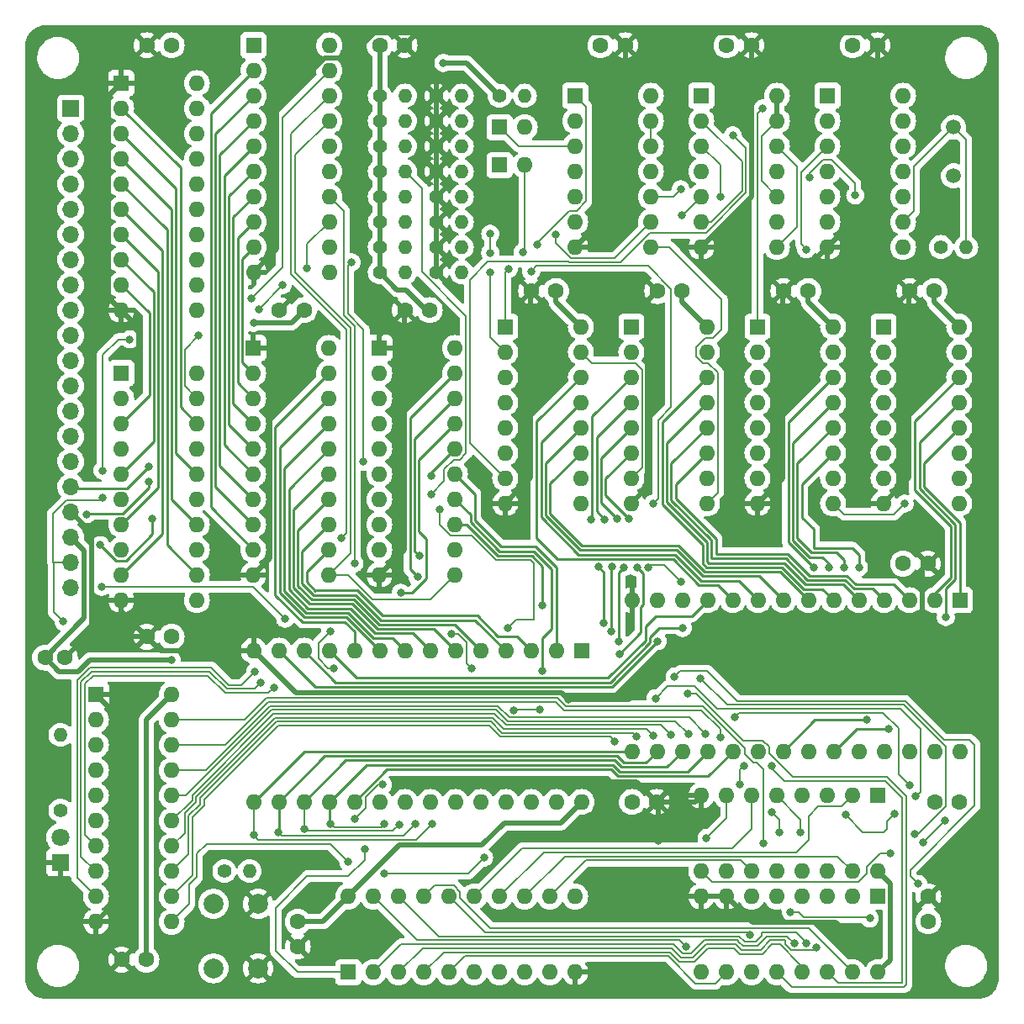
<source format=gbr>
%TF.GenerationSoftware,KiCad,Pcbnew,(6.0.4)*%
%TF.CreationDate,2022-05-02T14:31:14-05:00*%
%TF.ProjectId,Schematic,53636865-6d61-4746-9963-2e6b69636164,1.0*%
%TF.SameCoordinates,Original*%
%TF.FileFunction,Copper,L2,Bot*%
%TF.FilePolarity,Positive*%
%FSLAX46Y46*%
G04 Gerber Fmt 4.6, Leading zero omitted, Abs format (unit mm)*
G04 Created by KiCad (PCBNEW (6.0.4)) date 2022-05-02 14:31:14*
%MOMM*%
%LPD*%
G01*
G04 APERTURE LIST*
%TA.AperFunction,ComponentPad*%
%ADD10R,1.600000X1.600000*%
%TD*%
%TA.AperFunction,ComponentPad*%
%ADD11O,1.600000X1.600000*%
%TD*%
%TA.AperFunction,ComponentPad*%
%ADD12C,1.400000*%
%TD*%
%TA.AperFunction,ComponentPad*%
%ADD13O,1.400000X1.400000*%
%TD*%
%TA.AperFunction,ComponentPad*%
%ADD14C,1.600000*%
%TD*%
%TA.AperFunction,ComponentPad*%
%ADD15R,1.700000X1.700000*%
%TD*%
%TA.AperFunction,ComponentPad*%
%ADD16O,1.700000X1.700000*%
%TD*%
%TA.AperFunction,ComponentPad*%
%ADD17C,1.500000*%
%TD*%
%TA.AperFunction,ComponentPad*%
%ADD18R,1.800000X1.800000*%
%TD*%
%TA.AperFunction,ComponentPad*%
%ADD19C,1.800000*%
%TD*%
%TA.AperFunction,ComponentPad*%
%ADD20C,2.000000*%
%TD*%
%TA.AperFunction,ViaPad*%
%ADD21C,0.800000*%
%TD*%
%TA.AperFunction,Conductor*%
%ADD22C,0.500000*%
%TD*%
%TA.AperFunction,Conductor*%
%ADD23C,0.200000*%
%TD*%
%TA.AperFunction,Conductor*%
%ADD24C,0.250000*%
%TD*%
G04 APERTURE END LIST*
D10*
%TO.P,D3,1,K*%
%TO.N,Net-(D3-Pad1)*%
X127000000Y-57150000D03*
D11*
%TO.P,D3,2,A*%
%TO.N,/Control Unit/ROMR*%
X129540000Y-57150000D03*
%TD*%
D10*
%TO.P,U1,1,OE*%
%TO.N,Net-(U1-Pad1)*%
X102235000Y-48895000D03*
D11*
%TO.P,U1,2,D0*%
%TO.N,/Control Unit/D7*%
X102235000Y-51435000D03*
%TO.P,U1,3,D1*%
%TO.N,/Control Unit/D6*%
X102235000Y-53975000D03*
%TO.P,U1,4,D2*%
%TO.N,/Control Unit/D5*%
X102235000Y-56515000D03*
%TO.P,U1,5,D3*%
%TO.N,/Control Unit/D4*%
X102235000Y-59055000D03*
%TO.P,U1,6,D4*%
%TO.N,/Control Unit/D3*%
X102235000Y-61595000D03*
%TO.P,U1,7,D5*%
%TO.N,/Control Unit/D2*%
X102235000Y-64135000D03*
%TO.P,U1,8,D6*%
%TO.N,/Control Unit/D1*%
X102235000Y-66675000D03*
%TO.P,U1,9,D7*%
%TO.N,/Control Unit/D0*%
X102235000Y-69215000D03*
%TO.P,U1,10,GND*%
%TO.N,GND*%
X102235000Y-71755000D03*
%TO.P,U1,11,Cp*%
%TO.N,Net-(U1-Pad11)*%
X109855000Y-71755000D03*
%TO.P,U1,12,Q7*%
%TO.N,/Control Unit/AR*%
X109855000Y-69215000D03*
%TO.P,U1,13,Q6*%
%TO.N,/Control Unit/InR*%
X109855000Y-66675000D03*
%TO.P,U1,14,Q5*%
%TO.N,/Control Unit/RAMR*%
X109855000Y-64135000D03*
%TO.P,U1,15,Q4*%
%TO.N,Net-(D2-Pad1)*%
X109855000Y-61595000D03*
%TO.P,U1,16,Q3*%
%TO.N,/Control Unit/RAMW*%
X109855000Y-59055000D03*
%TO.P,U1,17,Q2*%
%TO.N,/Control Unit/App*%
X109855000Y-56515000D03*
%TO.P,U1,18,Q1*%
%TO.N,/Control Unit/Add*%
X109855000Y-53975000D03*
%TO.P,U1,19,Q0*%
%TO.N,/Control Unit/Out*%
X109855000Y-51435000D03*
%TO.P,U1,20,VCC*%
%TO.N,+5V*%
X109855000Y-48895000D03*
%TD*%
D10*
%TO.P,U8,1,OE*%
%TO.N,GND*%
X114895000Y-79375000D03*
D11*
%TO.P,U8,2,D0*%
%TO.N,/Execution Unit/L0*%
X114895000Y-81915000D03*
%TO.P,U8,3,D1*%
%TO.N,/Execution Unit/L1*%
X114895000Y-84455000D03*
%TO.P,U8,4,D2*%
%TO.N,/Execution Unit/L2*%
X114895000Y-86995000D03*
%TO.P,U8,5,D3*%
%TO.N,/Execution Unit/L3*%
X114895000Y-89535000D03*
%TO.P,U8,6,D4*%
%TO.N,/Execution Unit/L4*%
X114895000Y-92075000D03*
%TO.P,U8,7,D5*%
%TO.N,/Execution Unit/L5*%
X114895000Y-94615000D03*
%TO.P,U8,8,D6*%
%TO.N,/Execution Unit/L6*%
X114895000Y-97155000D03*
%TO.P,U8,9,D7*%
%TO.N,/Execution Unit/L7*%
X114895000Y-99695000D03*
%TO.P,U8,10,GND*%
%TO.N,GND*%
X114895000Y-102235000D03*
%TO.P,U8,11,Cp*%
%TO.N,/Control Unit/App*%
X122515000Y-102235000D03*
%TO.P,U8,12,Q7*%
%TO.N,/Execution Unit/H7*%
X122515000Y-99695000D03*
%TO.P,U8,13,Q6*%
%TO.N,/Execution Unit/H6*%
X122515000Y-97155000D03*
%TO.P,U8,14,Q5*%
%TO.N,/Execution Unit/H5*%
X122515000Y-94615000D03*
%TO.P,U8,15,Q4*%
%TO.N,/Execution Unit/H4*%
X122515000Y-92075000D03*
%TO.P,U8,16,Q3*%
%TO.N,/Execution Unit/H3*%
X122515000Y-89535000D03*
%TO.P,U8,17,Q2*%
%TO.N,/Execution Unit/H2*%
X122515000Y-86995000D03*
%TO.P,U8,18,Q1*%
%TO.N,/Execution Unit/H1*%
X122515000Y-84455000D03*
%TO.P,U8,19,Q0*%
%TO.N,/Execution Unit/H0*%
X122515000Y-81915000D03*
%TO.P,U8,20,VCC*%
%TO.N,+5V*%
X122515000Y-79375000D03*
%TD*%
D12*
%TO.P,R2,1*%
%TO.N,+5V*%
X114935000Y-56515000D03*
D13*
%TO.P,R2,2*%
%TO.N,/Control Unit/Add*%
X117475000Y-56515000D03*
%TD*%
D12*
%TO.P,R20,1*%
%TO.N,GND*%
X120650000Y-53975000D03*
D13*
%TO.P,R20,2*%
%TO.N,/Control Unit/D7*%
X123190000Y-53975000D03*
%TD*%
D14*
%TO.P,C16,1*%
%TO.N,+5V*%
X170180000Y-137120000D03*
%TO.P,C16,2*%
%TO.N,GND*%
X170180000Y-134620000D03*
%TD*%
D10*
%TO.P,U7,1,OE*%
%TO.N,GND*%
X102195000Y-79375000D03*
D11*
%TO.P,U7,2,D0*%
%TO.N,/Control Unit/D0*%
X102195000Y-81915000D03*
%TO.P,U7,3,D1*%
%TO.N,/Control Unit/D1*%
X102195000Y-84455000D03*
%TO.P,U7,4,D2*%
%TO.N,/Control Unit/D2*%
X102195000Y-86995000D03*
%TO.P,U7,5,D3*%
%TO.N,/Control Unit/D3*%
X102195000Y-89535000D03*
%TO.P,U7,6,D4*%
%TO.N,/Control Unit/D4*%
X102195000Y-92075000D03*
%TO.P,U7,7,D5*%
%TO.N,/Control Unit/D5*%
X102195000Y-94615000D03*
%TO.P,U7,8,D6*%
%TO.N,/Control Unit/D6*%
X102195000Y-97155000D03*
%TO.P,U7,9,D7*%
%TO.N,/Control Unit/D7*%
X102195000Y-99695000D03*
%TO.P,U7,10,GND*%
%TO.N,GND*%
X102195000Y-102235000D03*
%TO.P,U7,11,Cp*%
%TO.N,/Control Unit/App*%
X109815000Y-102235000D03*
%TO.P,U7,12,Q7*%
%TO.N,/Execution Unit/L7*%
X109815000Y-99695000D03*
%TO.P,U7,13,Q6*%
%TO.N,/Execution Unit/L6*%
X109815000Y-97155000D03*
%TO.P,U7,14,Q5*%
%TO.N,/Execution Unit/L5*%
X109815000Y-94615000D03*
%TO.P,U7,15,Q4*%
%TO.N,/Execution Unit/L4*%
X109815000Y-92075000D03*
%TO.P,U7,16,Q3*%
%TO.N,/Execution Unit/L3*%
X109815000Y-89535000D03*
%TO.P,U7,17,Q2*%
%TO.N,/Execution Unit/L2*%
X109815000Y-86995000D03*
%TO.P,U7,18,Q1*%
%TO.N,/Execution Unit/L1*%
X109815000Y-84455000D03*
%TO.P,U7,19,Q0*%
%TO.N,/Execution Unit/L0*%
X109815000Y-81915000D03*
%TO.P,U7,20,VCC*%
%TO.N,+5V*%
X109815000Y-79375000D03*
%TD*%
D14*
%TO.P,C18,1*%
%TO.N,+5V*%
X106680000Y-137160000D03*
%TO.P,C18,2*%
%TO.N,GND*%
X106680000Y-139660000D03*
%TD*%
%TO.P,C3,1*%
%TO.N,+5V*%
X149860000Y-48895000D03*
%TO.P,C3,2*%
%TO.N,GND*%
X152360000Y-48895000D03*
%TD*%
D10*
%TO.P,U2,1*%
%TO.N,/Control Unit/PCW*%
X160020000Y-53975000D03*
D11*
%TO.P,U2,2*%
%TO.N,/Control Unit/PCEn*%
X160020000Y-56515000D03*
%TO.P,U2,3*%
%TO.N,/Control Unit/CIn*%
X160020000Y-59055000D03*
%TO.P,U2,4*%
%TO.N,Net-(U2-Pad4)*%
X160020000Y-61595000D03*
%TO.P,U2,5*%
%TO.N,Net-(U2-Pad5)*%
X160020000Y-64135000D03*
%TO.P,U2,6*%
%TO.N,Net-(R9-Pad2)*%
X160020000Y-66675000D03*
%TO.P,U2,7,GND*%
%TO.N,GND*%
X160020000Y-69215000D03*
%TO.P,U2,8*%
%TO.N,Net-(R9-Pad1)*%
X167640000Y-69215000D03*
%TO.P,U2,9*%
%TO.N,Net-(R9-Pad2)*%
X167640000Y-66675000D03*
%TO.P,U2,10*%
%TO.N,unconnected-(U2-Pad10)*%
X167640000Y-64135000D03*
%TO.P,U2,11*%
%TO.N,+5V*%
X167640000Y-61595000D03*
%TO.P,U2,12*%
%TO.N,unconnected-(U2-Pad12)*%
X167640000Y-59055000D03*
%TO.P,U2,13*%
%TO.N,+5V*%
X167640000Y-56515000D03*
%TO.P,U2,14,VCC*%
X167640000Y-53975000D03*
%TD*%
D14*
%TO.P,C14,1*%
%TO.N,+5V*%
X93980000Y-108458000D03*
%TO.P,C14,2*%
%TO.N,GND*%
X91480000Y-108458000D03*
%TD*%
%TO.P,C17,1*%
%TO.N,+5V*%
X170815000Y-125095000D03*
%TO.P,C17,2*%
%TO.N,GND*%
X173315000Y-125095000D03*
%TD*%
%TO.P,C10,1*%
%TO.N,+5V*%
X107315000Y-75565000D03*
%TO.P,C10,2*%
%TO.N,GND*%
X104815000Y-75565000D03*
%TD*%
D12*
%TO.P,R6,1*%
%TO.N,+5V*%
X114935000Y-66675000D03*
D13*
%TO.P,R6,2*%
%TO.N,/Control Unit/RAMR*%
X117475000Y-66675000D03*
%TD*%
D12*
%TO.P,R5,1*%
%TO.N,+5V*%
X114935000Y-64135000D03*
D13*
%TO.P,R5,2*%
%TO.N,Net-(D2-Pad1)*%
X117475000Y-64135000D03*
%TD*%
D12*
%TO.P,R17,1*%
%TO.N,GND*%
X120650000Y-61595000D03*
D13*
%TO.P,R17,2*%
%TO.N,/Control Unit/D4*%
X123190000Y-61595000D03*
%TD*%
D15*
%TO.P,J1,1,Pin_1*%
%TO.N,Net-(J1-Pad1)*%
X83820000Y-55245000D03*
D16*
%TO.P,J1,2,Pin_2*%
%TO.N,Net-(J1-Pad2)*%
X83820000Y-57785000D03*
%TO.P,J1,3,Pin_3*%
%TO.N,Net-(J1-Pad3)*%
X83820000Y-60325000D03*
%TO.P,J1,4,Pin_4*%
%TO.N,Net-(J1-Pad4)*%
X83820000Y-62865000D03*
%TO.P,J1,5,Pin_5*%
%TO.N,Net-(J1-Pad5)*%
X83820000Y-65405000D03*
%TO.P,J1,6,Pin_6*%
%TO.N,Net-(J1-Pad6)*%
X83820000Y-67945000D03*
%TO.P,J1,7,Pin_7*%
%TO.N,Net-(J1-Pad7)*%
X83820000Y-70485000D03*
%TO.P,J1,8,Pin_8*%
%TO.N,Net-(J1-Pad8)*%
X83820000Y-73025000D03*
%TO.P,J1,9,Pin_9*%
%TO.N,Net-(J1-Pad9)*%
X83820000Y-75565000D03*
%TO.P,J1,10,Pin_10*%
%TO.N,Net-(J1-Pad10)*%
X83820000Y-78105000D03*
%TO.P,J1,11,Pin_11*%
%TO.N,Net-(J1-Pad11)*%
X83820000Y-80645000D03*
%TO.P,J1,12,Pin_12*%
%TO.N,Net-(J1-Pad12)*%
X83820000Y-83185000D03*
%TO.P,J1,13,Pin_13*%
%TO.N,Net-(J1-Pad13)*%
X83820000Y-85725000D03*
%TO.P,J1,14,Pin_14*%
%TO.N,Net-(J1-Pad14)*%
X83820000Y-88265000D03*
%TO.P,J1,15,Pin_15*%
%TO.N,Net-(J1-Pad15)*%
X83820000Y-90805000D03*
%TO.P,J1,16,Pin_16*%
%TO.N,Net-(J1-Pad16)*%
X83820000Y-93345000D03*
%TO.P,J1,17,Pin_17*%
%TO.N,GND*%
X83820000Y-95885000D03*
%TO.P,J1,18,Pin_18*%
%TO.N,+5V*%
X83820000Y-98425000D03*
%TO.P,J1,19,Pin_19*%
%TO.N,/Control Unit/Rst*%
X83820000Y-100965000D03*
%TO.P,J1,20,Pin_20*%
%TO.N,/Control Unit/Clk*%
X83820000Y-103505000D03*
%TD*%
D12*
%TO.P,R18,1*%
%TO.N,GND*%
X120650000Y-59055000D03*
D13*
%TO.P,R18,2*%
%TO.N,/Control Unit/D5*%
X123190000Y-59055000D03*
%TD*%
D12*
%TO.P,R1,1*%
%TO.N,+5V*%
X114935000Y-53975000D03*
D13*
%TO.P,R1,2*%
%TO.N,/Control Unit/Out*%
X117475000Y-53975000D03*
%TD*%
D14*
%TO.P,C7,1*%
%TO.N,+5V*%
X145395000Y-73640000D03*
%TO.P,C7,2*%
%TO.N,GND*%
X142895000Y-73640000D03*
%TD*%
D12*
%TO.P,R4,1*%
%TO.N,+5V*%
X114935000Y-61595000D03*
D13*
%TO.P,R4,2*%
%TO.N,/Control Unit/RAMW*%
X117475000Y-61595000D03*
%TD*%
D12*
%TO.P,R10,1*%
%TO.N,Net-(D1-Pad2)*%
X82778600Y-125958600D03*
D13*
%TO.P,R10,2*%
%TO.N,+5V*%
X82778600Y-118338600D03*
%TD*%
D10*
%TO.P,U11,1,~{MR}*%
%TO.N,/Control Unit/Rst*%
X152975000Y-77246800D03*
D11*
%TO.P,U11,2,CP*%
%TO.N,/Control Unit/Clk*%
X152975000Y-79786800D03*
%TO.P,U11,3,D0*%
%TO.N,/Execution Unit/H0*%
X152975000Y-82326800D03*
%TO.P,U11,4,D1*%
%TO.N,/Execution Unit/H1*%
X152975000Y-84866800D03*
%TO.P,U11,5,D2*%
%TO.N,/Execution Unit/H2*%
X152975000Y-87406800D03*
%TO.P,U11,6,D3*%
%TO.N,/Execution Unit/H3*%
X152975000Y-89946800D03*
%TO.P,U11,7,CEP*%
%TO.N,Net-(U10-Pad15)*%
X152975000Y-92486800D03*
%TO.P,U11,8,GND*%
%TO.N,GND*%
X152975000Y-95026800D03*
%TO.P,U11,9,~{PE}*%
%TO.N,/Control Unit/PCW*%
X160595000Y-95026800D03*
%TO.P,U11,10,CET*%
%TO.N,Net-(U10-Pad15)*%
X160595000Y-92486800D03*
%TO.P,U11,11,Q3*%
%TO.N,/Execution Unit/A11*%
X160595000Y-89946800D03*
%TO.P,U11,12,Q2*%
%TO.N,/Execution Unit/A10*%
X160595000Y-87406800D03*
%TO.P,U11,13,Q1*%
%TO.N,/Execution Unit/A9*%
X160595000Y-84866800D03*
%TO.P,U11,14,Q0*%
%TO.N,/Execution Unit/A8*%
X160595000Y-82326800D03*
%TO.P,U11,15,TC*%
%TO.N,Net-(U11-Pad15)*%
X160595000Y-79786800D03*
%TO.P,U11,16,VCC*%
%TO.N,+5V*%
X160595000Y-77246800D03*
%TD*%
D14*
%TO.P,C1,1*%
%TO.N,+5V*%
X114935000Y-48895000D03*
%TO.P,C1,2*%
%TO.N,GND*%
X117435000Y-48895000D03*
%TD*%
D12*
%TO.P,R14,1*%
%TO.N,GND*%
X120650000Y-69215000D03*
D13*
%TO.P,R14,2*%
%TO.N,/Control Unit/D1*%
X123190000Y-69215000D03*
%TD*%
D14*
%TO.P,C20,1*%
%TO.N,+5V*%
X81229200Y-110566200D03*
%TO.P,C20,2*%
%TO.N,GND*%
X83229200Y-110566200D03*
%TD*%
D12*
%TO.P,R12,1*%
%TO.N,+5V*%
X127000000Y-53975000D03*
D13*
%TO.P,R12,2*%
%TO.N,/Control Unit/ROMR*%
X129540000Y-53975000D03*
%TD*%
D12*
%TO.P,R15,1*%
%TO.N,GND*%
X120650000Y-66675000D03*
D13*
%TO.P,R15,2*%
%TO.N,/Control Unit/D2*%
X123190000Y-66675000D03*
%TD*%
D10*
%TO.P,U18,1,S2*%
%TO.N,Net-(U16-Pad7)*%
X165100000Y-124460000D03*
D11*
%TO.P,U18,2,B2*%
%TO.N,/Control Unit/D2*%
X162560000Y-124460000D03*
%TO.P,U18,3,A2*%
%TO.N,Net-(U15-Pad14)*%
X160020000Y-124460000D03*
%TO.P,U18,4,S1*%
%TO.N,Net-(U16-Pad6)*%
X157480000Y-124460000D03*
%TO.P,U18,5,A1*%
%TO.N,Net-(U15-Pad15)*%
X154940000Y-124460000D03*
%TO.P,U18,6,B1*%
%TO.N,/Control Unit/D3*%
X152400000Y-124460000D03*
%TO.P,U18,7,C0*%
%TO.N,Net-(U17-Pad9)*%
X149860000Y-124460000D03*
%TO.P,U18,8,GND*%
%TO.N,GND*%
X147320000Y-124460000D03*
%TO.P,U18,9,C4*%
%TO.N,/Control Unit/CIn*%
X147320000Y-132080000D03*
%TO.P,U18,10,S4*%
%TO.N,Net-(U16-Pad9)*%
X149860000Y-132080000D03*
%TO.P,U18,11,B4*%
%TO.N,/Control Unit/D0*%
X152400000Y-132080000D03*
%TO.P,U18,12,A4*%
%TO.N,Net-(U15-Pad12)*%
X154940000Y-132080000D03*
%TO.P,U18,13,S3*%
%TO.N,Net-(U16-Pad8)*%
X157480000Y-132080000D03*
%TO.P,U18,14,A3*%
%TO.N,Net-(U15-Pad13)*%
X160020000Y-132080000D03*
%TO.P,U18,15,B3*%
%TO.N,/Control Unit/D1*%
X162560000Y-132080000D03*
%TO.P,U18,16,VCC*%
%TO.N,+5V*%
X165100000Y-132080000D03*
%TD*%
D17*
%TO.P,Y1,1,1*%
%TO.N,Net-(U2-Pad5)*%
X172720000Y-62050000D03*
%TO.P,Y1,2,2*%
%TO.N,Net-(R9-Pad2)*%
X172720000Y-57150000D03*
%TD*%
D12*
%TO.P,R7,1*%
%TO.N,+5V*%
X114935000Y-69215000D03*
D13*
%TO.P,R7,2*%
%TO.N,/Control Unit/InR*%
X117475000Y-69215000D03*
%TD*%
D14*
%TO.P,C5,1*%
%TO.N,+5V*%
X170795000Y-73640000D03*
%TO.P,C5,2*%
%TO.N,GND*%
X168295000Y-73640000D03*
%TD*%
%TO.P,C6,1*%
%TO.N,+5V*%
X158095000Y-73640000D03*
%TO.P,C6,2*%
%TO.N,GND*%
X155595000Y-73640000D03*
%TD*%
D10*
%TO.P,U13,1,A14*%
%TO.N,/Execution Unit/A14*%
X173355000Y-104775000D03*
D11*
%TO.P,U13,2,A12*%
%TO.N,/Execution Unit/A12*%
X170815000Y-104775000D03*
%TO.P,U13,3,A7*%
%TO.N,/Execution Unit/A7*%
X168275000Y-104775000D03*
%TO.P,U13,4,A6*%
%TO.N,/Execution Unit/A6*%
X165735000Y-104775000D03*
%TO.P,U13,5,A5*%
%TO.N,/Execution Unit/A5*%
X163195000Y-104775000D03*
%TO.P,U13,6,A4*%
%TO.N,/Execution Unit/A4*%
X160655000Y-104775000D03*
%TO.P,U13,7,A3*%
%TO.N,/Execution Unit/A3*%
X158115000Y-104775000D03*
%TO.P,U13,8,A2*%
%TO.N,/Execution Unit/A2*%
X155575000Y-104775000D03*
%TO.P,U13,9,A1*%
%TO.N,/Execution Unit/A1*%
X153035000Y-104775000D03*
%TO.P,U13,10,A0*%
%TO.N,/Execution Unit/A0*%
X150495000Y-104775000D03*
%TO.P,U13,11,D0*%
%TO.N,/Control Unit/D0*%
X147955000Y-104775000D03*
%TO.P,U13,12,D1*%
%TO.N,/Control Unit/D1*%
X145415000Y-104775000D03*
%TO.P,U13,13,D2*%
%TO.N,/Control Unit/D2*%
X142875000Y-104775000D03*
%TO.P,U13,14,GND*%
%TO.N,GND*%
X140335000Y-104775000D03*
%TO.P,U13,15,D3*%
%TO.N,/Control Unit/D3*%
X140335000Y-120015000D03*
%TO.P,U13,16,D4*%
%TO.N,/Control Unit/D4*%
X142875000Y-120015000D03*
%TO.P,U13,17,D5*%
%TO.N,/Control Unit/D5*%
X145415000Y-120015000D03*
%TO.P,U13,18,D6*%
%TO.N,/Control Unit/D6*%
X147955000Y-120015000D03*
%TO.P,U13,19,D7*%
%TO.N,/Control Unit/D7*%
X150495000Y-120015000D03*
%TO.P,U13,20,~{CS}*%
%TO.N,GND*%
X153035000Y-120015000D03*
%TO.P,U13,21,A10*%
%TO.N,/Execution Unit/A10*%
X155575000Y-120015000D03*
%TO.P,U13,22,~{OE}*%
%TO.N,/Control Unit/ROMR*%
X158115000Y-120015000D03*
%TO.P,U13,23,A11*%
%TO.N,/Execution Unit/A11*%
X160655000Y-120015000D03*
%TO.P,U13,24,A9*%
%TO.N,/Execution Unit/A9*%
X163195000Y-120015000D03*
%TO.P,U13,25,A8*%
%TO.N,/Execution Unit/A8*%
X165735000Y-120015000D03*
%TO.P,U13,26,A13*%
%TO.N,/Execution Unit/A13*%
X168275000Y-120015000D03*
%TO.P,U13,27,~{WE}*%
%TO.N,+5V*%
X170815000Y-120015000D03*
%TO.P,U13,28,VCC*%
X173355000Y-120015000D03*
%TD*%
D10*
%TO.P,U5,1,OEa*%
%TO.N,/Control Unit/InR*%
X88900000Y-81915000D03*
D11*
%TO.P,U5,2,I0a*%
%TO.N,Net-(J1-Pad9)*%
X88900000Y-84455000D03*
%TO.P,U5,3,O3b*%
%TO.N,/Control Unit/D0*%
X88900000Y-86995000D03*
%TO.P,U5,4,I1a*%
%TO.N,Net-(J1-Pad10)*%
X88900000Y-89535000D03*
%TO.P,U5,5,O2b*%
%TO.N,/Control Unit/D1*%
X88900000Y-92075000D03*
%TO.P,U5,6,I2a*%
%TO.N,Net-(J1-Pad11)*%
X88900000Y-94615000D03*
%TO.P,U5,7,O1b*%
%TO.N,/Control Unit/D2*%
X88900000Y-97155000D03*
%TO.P,U5,8,I3a*%
%TO.N,Net-(J1-Pad12)*%
X88900000Y-99695000D03*
%TO.P,U5,9,O0b*%
%TO.N,/Control Unit/D3*%
X88900000Y-102235000D03*
%TO.P,U5,10,GND*%
%TO.N,GND*%
X88900000Y-104775000D03*
%TO.P,U5,11,I0b*%
%TO.N,Net-(J1-Pad13)*%
X96520000Y-104775000D03*
%TO.P,U5,12,O3a*%
%TO.N,/Control Unit/D4*%
X96520000Y-102235000D03*
%TO.P,U5,13,I1b*%
%TO.N,Net-(J1-Pad14)*%
X96520000Y-99695000D03*
%TO.P,U5,14,O2a*%
%TO.N,/Control Unit/D5*%
X96520000Y-97155000D03*
%TO.P,U5,15,I2b*%
%TO.N,Net-(J1-Pad15)*%
X96520000Y-94615000D03*
%TO.P,U5,16,O1a*%
%TO.N,/Control Unit/D6*%
X96520000Y-92075000D03*
%TO.P,U5,17,I3b*%
%TO.N,Net-(J1-Pad16)*%
X96520000Y-89535000D03*
%TO.P,U5,18,O0a*%
%TO.N,/Control Unit/D7*%
X96520000Y-86995000D03*
%TO.P,U5,19,OEb*%
%TO.N,/Control Unit/InR*%
X96520000Y-84455000D03*
%TO.P,U5,20,VCC*%
%TO.N,+5V*%
X96520000Y-81915000D03*
%TD*%
D10*
%TO.P,U4,1,~{R}*%
%TO.N,/Control Unit/Rst*%
X147320000Y-53975000D03*
D11*
%TO.P,U4,2,D*%
%TO.N,Net-(U3-Pad4)*%
X147320000Y-56515000D03*
%TO.P,U4,3,C*%
%TO.N,/Control Unit/Clk*%
X147320000Y-59055000D03*
%TO.P,U4,4,~{S}*%
%TO.N,+5V*%
X147320000Y-61595000D03*
%TO.P,U4,5,Q*%
%TO.N,Net-(U1-Pad11)*%
X147320000Y-64135000D03*
%TO.P,U4,6,~{Q}*%
%TO.N,Net-(U3-Pad4)*%
X147320000Y-66675000D03*
%TO.P,U4,7,GND*%
%TO.N,GND*%
X147320000Y-69215000D03*
%TO.P,U4,8,~{Q}*%
%TO.N,Net-(U4-Pad12)*%
X154940000Y-69215000D03*
%TO.P,U4,9,Q*%
%TO.N,/Control Unit/Clk*%
X154940000Y-66675000D03*
%TO.P,U4,10,~{S}*%
%TO.N,+5V*%
X154940000Y-64135000D03*
%TO.P,U4,11,C*%
%TO.N,Net-(R9-Pad1)*%
X154940000Y-61595000D03*
%TO.P,U4,12,D*%
%TO.N,Net-(U4-Pad12)*%
X154940000Y-59055000D03*
%TO.P,U4,13,~{R}*%
%TO.N,+5V*%
X154940000Y-56515000D03*
%TO.P,U4,14,VCC*%
X154940000Y-53975000D03*
%TD*%
D14*
%TO.P,C4,1*%
%TO.N,+5V*%
X162560000Y-48895000D03*
%TO.P,C4,2*%
%TO.N,GND*%
X165060000Y-48895000D03*
%TD*%
%TO.P,C13,1*%
%TO.N,+5V*%
X93980000Y-48895000D03*
%TO.P,C13,2*%
%TO.N,GND*%
X91480000Y-48895000D03*
%TD*%
D12*
%TO.P,R16,1*%
%TO.N,GND*%
X120650000Y-64135000D03*
D13*
%TO.P,R16,2*%
%TO.N,/Control Unit/D3*%
X123190000Y-64135000D03*
%TD*%
D14*
%TO.P,C11,1*%
%TO.N,+5V*%
X140335000Y-125095000D03*
%TO.P,C11,2*%
%TO.N,GND*%
X142835000Y-125095000D03*
%TD*%
D18*
%TO.P,D1,1,K*%
%TO.N,GND*%
X82753200Y-131191000D03*
D19*
%TO.P,D1,2,A*%
%TO.N,Net-(D1-Pad2)*%
X82753200Y-128651000D03*
%TD*%
D10*
%TO.P,U17,1,S2*%
%TO.N,Net-(U16-Pad3)*%
X165100000Y-134620000D03*
D11*
%TO.P,U17,2,B2*%
%TO.N,/Control Unit/D6*%
X162560000Y-134620000D03*
%TO.P,U17,3,A2*%
%TO.N,Net-(U15-Pad18)*%
X160020000Y-134620000D03*
%TO.P,U17,4,S1*%
%TO.N,Net-(U16-Pad2)*%
X157480000Y-134620000D03*
%TO.P,U17,5,A1*%
%TO.N,Net-(U15-Pad19)*%
X154940000Y-134620000D03*
%TO.P,U17,6,B1*%
%TO.N,/Control Unit/D7*%
X152400000Y-134620000D03*
%TO.P,U17,7,C0*%
%TO.N,GND*%
X149860000Y-134620000D03*
%TO.P,U17,8,GND*%
X147320000Y-134620000D03*
%TO.P,U17,9,C4*%
%TO.N,Net-(U17-Pad9)*%
X147320000Y-142240000D03*
%TO.P,U17,10,S4*%
%TO.N,Net-(U16-Pad5)*%
X149860000Y-142240000D03*
%TO.P,U17,11,B4*%
%TO.N,/Control Unit/D4*%
X152400000Y-142240000D03*
%TO.P,U17,12,A4*%
%TO.N,Net-(U15-Pad16)*%
X154940000Y-142240000D03*
%TO.P,U17,13,S3*%
%TO.N,Net-(U16-Pad4)*%
X157480000Y-142240000D03*
%TO.P,U17,14,A3*%
%TO.N,Net-(U15-Pad17)*%
X160020000Y-142240000D03*
%TO.P,U17,15,B3*%
%TO.N,/Control Unit/D5*%
X162560000Y-142240000D03*
%TO.P,U17,16,VCC*%
%TO.N,+5V*%
X165100000Y-142240000D03*
%TD*%
D20*
%TO.P,SW1,1,1*%
%TO.N,/Control Unit/Rst*%
X98192200Y-135359000D03*
X98192200Y-141859000D03*
%TO.P,SW1,2,2*%
%TO.N,GND*%
X102692200Y-141859000D03*
X102692200Y-135359000D03*
%TD*%
D12*
%TO.P,R8,1*%
%TO.N,+5V*%
X114935000Y-71755000D03*
D13*
%TO.P,R8,2*%
%TO.N,/Control Unit/AR*%
X117475000Y-71755000D03*
%TD*%
D10*
%TO.P,U6,1,OE*%
%TO.N,GND*%
X88900000Y-52705000D03*
D11*
%TO.P,U6,2,D0*%
%TO.N,/Control Unit/D7*%
X88900000Y-55245000D03*
%TO.P,U6,3,D1*%
%TO.N,/Control Unit/D6*%
X88900000Y-57785000D03*
%TO.P,U6,4,D2*%
%TO.N,/Control Unit/D5*%
X88900000Y-60325000D03*
%TO.P,U6,5,D3*%
%TO.N,/Control Unit/D4*%
X88900000Y-62865000D03*
%TO.P,U6,6,D4*%
%TO.N,/Control Unit/D3*%
X88900000Y-65405000D03*
%TO.P,U6,7,D5*%
%TO.N,/Control Unit/D2*%
X88900000Y-67945000D03*
%TO.P,U6,8,D6*%
%TO.N,/Control Unit/D1*%
X88900000Y-70485000D03*
%TO.P,U6,9,D7*%
%TO.N,/Control Unit/D0*%
X88900000Y-73025000D03*
%TO.P,U6,10,GND*%
%TO.N,GND*%
X88900000Y-75565000D03*
%TO.P,U6,11,Cp*%
%TO.N,/Control Unit/Out*%
X96520000Y-75565000D03*
%TO.P,U6,12,Q7*%
%TO.N,Net-(J1-Pad8)*%
X96520000Y-73025000D03*
%TO.P,U6,13,Q6*%
%TO.N,Net-(J1-Pad7)*%
X96520000Y-70485000D03*
%TO.P,U6,14,Q5*%
%TO.N,Net-(J1-Pad6)*%
X96520000Y-67945000D03*
%TO.P,U6,15,Q4*%
%TO.N,Net-(J1-Pad5)*%
X96520000Y-65405000D03*
%TO.P,U6,16,Q3*%
%TO.N,Net-(J1-Pad4)*%
X96520000Y-62865000D03*
%TO.P,U6,17,Q2*%
%TO.N,Net-(J1-Pad3)*%
X96520000Y-60325000D03*
%TO.P,U6,18,Q1*%
%TO.N,Net-(J1-Pad2)*%
X96520000Y-57785000D03*
%TO.P,U6,19,Q0*%
%TO.N,Net-(J1-Pad1)*%
X96520000Y-55245000D03*
%TO.P,U6,20,VCC*%
%TO.N,+5V*%
X96520000Y-52705000D03*
%TD*%
D10*
%TO.P,U12,1,~{MR}*%
%TO.N,/Control Unit/Rst*%
X165675000Y-77246800D03*
D11*
%TO.P,U12,2,CP*%
%TO.N,/Control Unit/Clk*%
X165675000Y-79786800D03*
%TO.P,U12,3,D0*%
%TO.N,/Execution Unit/H4*%
X165675000Y-82326800D03*
%TO.P,U12,4,D1*%
%TO.N,/Execution Unit/H5*%
X165675000Y-84866800D03*
%TO.P,U12,5,D2*%
%TO.N,/Execution Unit/H6*%
X165675000Y-87406800D03*
%TO.P,U12,6,D3*%
%TO.N,/Execution Unit/H7*%
X165675000Y-89946800D03*
%TO.P,U12,7,CEP*%
%TO.N,Net-(U11-Pad15)*%
X165675000Y-92486800D03*
%TO.P,U12,8,GND*%
%TO.N,GND*%
X165675000Y-95026800D03*
%TO.P,U12,9,~{PE}*%
%TO.N,/Control Unit/PCW*%
X173295000Y-95026800D03*
%TO.P,U12,10,CET*%
%TO.N,Net-(U11-Pad15)*%
X173295000Y-92486800D03*
%TO.P,U12,11,Q3*%
%TO.N,/Execution Unit/A15*%
X173295000Y-89946800D03*
%TO.P,U12,12,Q2*%
%TO.N,/Execution Unit/A14*%
X173295000Y-87406800D03*
%TO.P,U12,13,Q1*%
%TO.N,/Execution Unit/A13*%
X173295000Y-84866800D03*
%TO.P,U12,14,Q0*%
%TO.N,/Execution Unit/A12*%
X173295000Y-82326800D03*
%TO.P,U12,15,TC*%
%TO.N,unconnected-(U12-Pad15)*%
X173295000Y-79786800D03*
%TO.P,U12,16,VCC*%
%TO.N,+5V*%
X173295000Y-77246800D03*
%TD*%
D10*
%TO.P,U14,1,A14*%
%TO.N,/Execution Unit/H6*%
X135255000Y-109855000D03*
D11*
%TO.P,U14,2,A12*%
%TO.N,/Execution Unit/H4*%
X132715000Y-109855000D03*
%TO.P,U14,3,A7*%
%TO.N,/Execution Unit/L7*%
X130175000Y-109855000D03*
%TO.P,U14,4,A6*%
%TO.N,/Execution Unit/L6*%
X127635000Y-109855000D03*
%TO.P,U14,5,A5*%
%TO.N,/Execution Unit/L5*%
X125095000Y-109855000D03*
%TO.P,U14,6,A4*%
%TO.N,/Execution Unit/L4*%
X122555000Y-109855000D03*
%TO.P,U14,7,A3*%
%TO.N,/Execution Unit/L3*%
X120015000Y-109855000D03*
%TO.P,U14,8,A2*%
%TO.N,/Execution Unit/L2*%
X117475000Y-109855000D03*
%TO.P,U14,9,A1*%
%TO.N,/Execution Unit/L1*%
X114935000Y-109855000D03*
%TO.P,U14,10,A0*%
%TO.N,/Execution Unit/L0*%
X112395000Y-109855000D03*
%TO.P,U14,11,Q0*%
%TO.N,/Control Unit/D0*%
X109855000Y-109855000D03*
%TO.P,U14,12,Q1*%
%TO.N,/Control Unit/D1*%
X107315000Y-109855000D03*
%TO.P,U14,13,Q2*%
%TO.N,/Control Unit/D2*%
X104775000Y-109855000D03*
%TO.P,U14,14,GND*%
%TO.N,GND*%
X102235000Y-109855000D03*
%TO.P,U14,15,Q3*%
%TO.N,/Control Unit/D3*%
X102235000Y-125095000D03*
%TO.P,U14,16,Q4*%
%TO.N,/Control Unit/D4*%
X104775000Y-125095000D03*
%TO.P,U14,17,Q5*%
%TO.N,/Control Unit/D5*%
X107315000Y-125095000D03*
%TO.P,U14,18,Q6*%
%TO.N,/Control Unit/D6*%
X109855000Y-125095000D03*
%TO.P,U14,19,Q7*%
%TO.N,/Control Unit/D7*%
X112395000Y-125095000D03*
%TO.P,U14,20,~{CS}*%
%TO.N,GND*%
X114935000Y-125095000D03*
%TO.P,U14,21,A10*%
%TO.N,/Execution Unit/H2*%
X117475000Y-125095000D03*
%TO.P,U14,22,~{OE}*%
%TO.N,/Control Unit/RAMR*%
X120015000Y-125095000D03*
%TO.P,U14,23,A11*%
%TO.N,/Execution Unit/H3*%
X122555000Y-125095000D03*
%TO.P,U14,24,A9*%
%TO.N,/Execution Unit/H1*%
X125095000Y-125095000D03*
%TO.P,U14,25,A8*%
%TO.N,/Execution Unit/H0*%
X127635000Y-125095000D03*
%TO.P,U14,26,A13*%
%TO.N,/Execution Unit/H5*%
X130175000Y-125095000D03*
%TO.P,U14,27,~{WE}*%
%TO.N,/Control Unit/RAMW*%
X132715000Y-125095000D03*
%TO.P,U14,28,VCC*%
%TO.N,+5V*%
X135255000Y-125095000D03*
%TD*%
D10*
%TO.P,U16,1,OE*%
%TO.N,/Control Unit/Add*%
X111760000Y-142240000D03*
D11*
%TO.P,U16,2,D0*%
%TO.N,Net-(U16-Pad2)*%
X114300000Y-142240000D03*
%TO.P,U16,3,D1*%
%TO.N,Net-(U16-Pad3)*%
X116840000Y-142240000D03*
%TO.P,U16,4,D2*%
%TO.N,Net-(U16-Pad4)*%
X119380000Y-142240000D03*
%TO.P,U16,5,D3*%
%TO.N,Net-(U16-Pad5)*%
X121920000Y-142240000D03*
%TO.P,U16,6,D4*%
%TO.N,Net-(U16-Pad6)*%
X124460000Y-142240000D03*
%TO.P,U16,7,D5*%
%TO.N,Net-(U16-Pad7)*%
X127000000Y-142240000D03*
%TO.P,U16,8,D6*%
%TO.N,Net-(U16-Pad8)*%
X129540000Y-142240000D03*
%TO.P,U16,9,D7*%
%TO.N,Net-(U16-Pad9)*%
X132080000Y-142240000D03*
%TO.P,U16,10,GND*%
%TO.N,GND*%
X134620000Y-142240000D03*
%TO.P,U16,11,Cp*%
%TO.N,/Control Unit/AR*%
X134620000Y-134620000D03*
%TO.P,U16,12,Q7*%
%TO.N,/Control Unit/D0*%
X132080000Y-134620000D03*
%TO.P,U16,13,Q6*%
%TO.N,/Control Unit/D1*%
X129540000Y-134620000D03*
%TO.P,U16,14,Q5*%
%TO.N,/Control Unit/D2*%
X127000000Y-134620000D03*
%TO.P,U16,15,Q4*%
%TO.N,/Control Unit/D3*%
X124460000Y-134620000D03*
%TO.P,U16,16,Q3*%
%TO.N,/Control Unit/D4*%
X121920000Y-134620000D03*
%TO.P,U16,17,Q2*%
%TO.N,/Control Unit/D5*%
X119380000Y-134620000D03*
%TO.P,U16,18,Q1*%
%TO.N,/Control Unit/D6*%
X116840000Y-134620000D03*
%TO.P,U16,19,Q0*%
%TO.N,/Control Unit/D7*%
X114300000Y-134620000D03*
%TO.P,U16,20,VCC*%
%TO.N,+5V*%
X111760000Y-134620000D03*
%TD*%
D10*
%TO.P,U9,1,~{MR}*%
%TO.N,/Control Unit/Rst*%
X127575000Y-77246800D03*
D11*
%TO.P,U9,2,CP*%
%TO.N,/Control Unit/Clk*%
X127575000Y-79786800D03*
%TO.P,U9,3,D0*%
%TO.N,/Execution Unit/L0*%
X127575000Y-82326800D03*
%TO.P,U9,4,D1*%
%TO.N,/Execution Unit/L1*%
X127575000Y-84866800D03*
%TO.P,U9,5,D2*%
%TO.N,/Execution Unit/L2*%
X127575000Y-87406800D03*
%TO.P,U9,6,D3*%
%TO.N,/Execution Unit/L3*%
X127575000Y-89946800D03*
%TO.P,U9,7,CEP*%
%TO.N,/Control Unit/PCEn*%
X127575000Y-92486800D03*
%TO.P,U9,8,GND*%
%TO.N,GND*%
X127575000Y-95026800D03*
%TO.P,U9,9,~{PE}*%
%TO.N,/Control Unit/PCW*%
X135195000Y-95026800D03*
%TO.P,U9,10,CET*%
%TO.N,/Control Unit/PCEn*%
X135195000Y-92486800D03*
%TO.P,U9,11,Q3*%
%TO.N,/Execution Unit/A3*%
X135195000Y-89946800D03*
%TO.P,U9,12,Q2*%
%TO.N,/Execution Unit/A2*%
X135195000Y-87406800D03*
%TO.P,U9,13,Q1*%
%TO.N,/Execution Unit/A1*%
X135195000Y-84866800D03*
%TO.P,U9,14,Q0*%
%TO.N,/Execution Unit/A0*%
X135195000Y-82326800D03*
%TO.P,U9,15,TC*%
%TO.N,Net-(U10-Pad10)*%
X135195000Y-79786800D03*
%TO.P,U9,16,VCC*%
%TO.N,+5V*%
X135195000Y-77246800D03*
%TD*%
D10*
%TO.P,U3,1*%
%TO.N,Net-(U1-Pad11)*%
X134620000Y-53975000D03*
D11*
%TO.P,U3,2*%
%TO.N,/Control Unit/Clk*%
X134620000Y-56515000D03*
%TO.P,U3,3*%
%TO.N,Net-(D3-Pad1)*%
X134620000Y-59055000D03*
%TO.P,U3,4*%
%TO.N,Net-(U3-Pad4)*%
X134620000Y-61595000D03*
%TO.P,U3,5*%
%TO.N,/Control Unit/Clk*%
X134620000Y-64135000D03*
%TO.P,U3,6*%
%TO.N,Net-(U1-Pad1)*%
X134620000Y-66675000D03*
%TO.P,U3,7,GND*%
%TO.N,GND*%
X134620000Y-69215000D03*
%TO.P,U3,8*%
%TO.N,/Control Unit/PCW*%
X142240000Y-69215000D03*
%TO.P,U3,9*%
%TO.N,/Control Unit/Add*%
X142240000Y-66675000D03*
%TO.P,U3,10*%
%TO.N,Net-(U2-Pad4)*%
X142240000Y-64135000D03*
%TO.P,U3,11*%
%TO.N,unconnected-(U3-Pad11)*%
X142240000Y-61595000D03*
%TO.P,U3,12*%
%TO.N,+5V*%
X142240000Y-59055000D03*
%TO.P,U3,13*%
X142240000Y-56515000D03*
%TO.P,U3,14,VCC*%
X142240000Y-53975000D03*
%TD*%
D10*
%TO.P,U10,1,~{MR}*%
%TO.N,/Control Unit/Rst*%
X140275000Y-77246800D03*
D11*
%TO.P,U10,2,CP*%
%TO.N,/Control Unit/Clk*%
X140275000Y-79786800D03*
%TO.P,U10,3,D0*%
%TO.N,/Execution Unit/L4*%
X140275000Y-82326800D03*
%TO.P,U10,4,D1*%
%TO.N,/Execution Unit/L5*%
X140275000Y-84866800D03*
%TO.P,U10,5,D2*%
%TO.N,/Execution Unit/L6*%
X140275000Y-87406800D03*
%TO.P,U10,6,D3*%
%TO.N,/Execution Unit/L7*%
X140275000Y-89946800D03*
%TO.P,U10,7,CEP*%
%TO.N,Net-(U10-Pad10)*%
X140275000Y-92486800D03*
%TO.P,U10,8,GND*%
%TO.N,GND*%
X140275000Y-95026800D03*
%TO.P,U10,9,~{PE}*%
%TO.N,/Control Unit/PCW*%
X147895000Y-95026800D03*
%TO.P,U10,10,CET*%
%TO.N,Net-(U10-Pad10)*%
X147895000Y-92486800D03*
%TO.P,U10,11,Q3*%
%TO.N,/Execution Unit/A7*%
X147895000Y-89946800D03*
%TO.P,U10,12,Q2*%
%TO.N,/Execution Unit/A6*%
X147895000Y-87406800D03*
%TO.P,U10,13,Q1*%
%TO.N,/Execution Unit/A5*%
X147895000Y-84866800D03*
%TO.P,U10,14,Q0*%
%TO.N,/Execution Unit/A4*%
X147895000Y-82326800D03*
%TO.P,U10,15,TC*%
%TO.N,Net-(U10-Pad15)*%
X147895000Y-79786800D03*
%TO.P,U10,16,VCC*%
%TO.N,+5V*%
X147895000Y-77246800D03*
%TD*%
D10*
%TO.P,D2,1,K*%
%TO.N,Net-(D2-Pad1)*%
X127000000Y-60960000D03*
D11*
%TO.P,D2,2,A*%
%TO.N,/Control Unit/ROMR*%
X129540000Y-60960000D03*
%TD*%
D12*
%TO.P,R13,1*%
%TO.N,GND*%
X120650000Y-71755000D03*
D13*
%TO.P,R13,2*%
%TO.N,/Control Unit/D0*%
X123190000Y-71755000D03*
%TD*%
D14*
%TO.P,C8,1*%
%TO.N,+5V*%
X132695000Y-73640000D03*
%TO.P,C8,2*%
%TO.N,GND*%
X130195000Y-73640000D03*
%TD*%
%TO.P,C12,1*%
%TO.N,+5V*%
X167640000Y-101092000D03*
%TO.P,C12,2*%
%TO.N,GND*%
X170140000Y-101092000D03*
%TD*%
%TO.P,C9,1*%
%TO.N,+5V*%
X119975000Y-75565000D03*
%TO.P,C9,2*%
%TO.N,GND*%
X117475000Y-75565000D03*
%TD*%
D12*
%TO.P,R11,1*%
%TO.N,/Control Unit/Rst*%
X99288600Y-132054600D03*
D13*
%TO.P,R11,2*%
%TO.N,+5V*%
X101828600Y-132054600D03*
%TD*%
D12*
%TO.P,R9,1*%
%TO.N,Net-(R9-Pad1)*%
X171450000Y-69215000D03*
D13*
%TO.P,R9,2*%
%TO.N,Net-(R9-Pad2)*%
X173990000Y-69215000D03*
%TD*%
D10*
%TO.P,U15,1,OE*%
%TO.N,GND*%
X86360000Y-114300000D03*
D11*
%TO.P,U15,2,D0*%
%TO.N,/Control Unit/D7*%
X86360000Y-116840000D03*
%TO.P,U15,3,D1*%
%TO.N,/Control Unit/D6*%
X86360000Y-119380000D03*
%TO.P,U15,4,D2*%
%TO.N,/Control Unit/D5*%
X86360000Y-121920000D03*
%TO.P,U15,5,D3*%
%TO.N,/Control Unit/D4*%
X86360000Y-124460000D03*
%TO.P,U15,6,D4*%
%TO.N,/Control Unit/D3*%
X86360000Y-127000000D03*
%TO.P,U15,7,D5*%
%TO.N,/Control Unit/D2*%
X86360000Y-129540000D03*
%TO.P,U15,8,D6*%
%TO.N,/Control Unit/D1*%
X86360000Y-132080000D03*
%TO.P,U15,9,D7*%
%TO.N,/Control Unit/D0*%
X86360000Y-134620000D03*
%TO.P,U15,10,GND*%
%TO.N,GND*%
X86360000Y-137160000D03*
%TO.P,U15,11,Cp*%
%TO.N,/Control Unit/AR*%
X93980000Y-137160000D03*
%TO.P,U15,12,Q7*%
%TO.N,Net-(U15-Pad12)*%
X93980000Y-134620000D03*
%TO.P,U15,13,Q6*%
%TO.N,Net-(U15-Pad13)*%
X93980000Y-132080000D03*
%TO.P,U15,14,Q5*%
%TO.N,Net-(U15-Pad14)*%
X93980000Y-129540000D03*
%TO.P,U15,15,Q4*%
%TO.N,Net-(U15-Pad15)*%
X93980000Y-127000000D03*
%TO.P,U15,16,Q3*%
%TO.N,Net-(U15-Pad16)*%
X93980000Y-124460000D03*
%TO.P,U15,17,Q2*%
%TO.N,Net-(U15-Pad17)*%
X93980000Y-121920000D03*
%TO.P,U15,18,Q1*%
%TO.N,Net-(U15-Pad18)*%
X93980000Y-119380000D03*
%TO.P,U15,19,Q0*%
%TO.N,Net-(U15-Pad19)*%
X93980000Y-116840000D03*
%TO.P,U15,20,VCC*%
%TO.N,+5V*%
X93980000Y-114300000D03*
%TD*%
D12*
%TO.P,R3,1*%
%TO.N,+5V*%
X114935000Y-59055000D03*
D13*
%TO.P,R3,2*%
%TO.N,/Control Unit/App*%
X117475000Y-59055000D03*
%TD*%
D14*
%TO.P,C15,1*%
%TO.N,+5V*%
X91440000Y-140970000D03*
%TO.P,C15,2*%
%TO.N,GND*%
X88940000Y-140970000D03*
%TD*%
D12*
%TO.P,R19,1*%
%TO.N,GND*%
X120650000Y-56515000D03*
D13*
%TO.P,R19,2*%
%TO.N,/Control Unit/D6*%
X123190000Y-56515000D03*
%TD*%
D14*
%TO.P,C2,1*%
%TO.N,+5V*%
X137160000Y-48895000D03*
%TO.P,C2,2*%
%TO.N,GND*%
X139660000Y-48895000D03*
%TD*%
D21*
%TO.N,+5V*%
X102235000Y-76835000D03*
X121335800Y-50673000D03*
X94005400Y-110794800D03*
%TO.N,/Control Unit/Out*%
X101981000Y-74396600D03*
%TO.N,/Control Unit/Add*%
X112420400Y-126796800D03*
X111074200Y-98501200D03*
X132638800Y-67919600D03*
X113411000Y-129870200D03*
X110312200Y-111658400D03*
X115239800Y-123367800D03*
X109931200Y-107950000D03*
%TO.N,/Control Unit/RAMW*%
X120116600Y-94107000D03*
X124231400Y-111683800D03*
X131013200Y-115798600D03*
X128397000Y-115849400D03*
X122174000Y-108204000D03*
%TO.N,/Control Unit/RAMR*%
X112395000Y-101066600D03*
%TO.N,/Control Unit/InR*%
X107619800Y-71374000D03*
X105156000Y-73050400D03*
X96697800Y-78130400D03*
X102743000Y-75463400D03*
%TO.N,/Control Unit/AR*%
X111760000Y-131114800D03*
X113309400Y-90830400D03*
X115417600Y-132283200D03*
X120954800Y-95605600D03*
X112090200Y-70739000D03*
X125450600Y-130708400D03*
X127863600Y-107569000D03*
%TO.N,/Control Unit/D0*%
X102387400Y-111963200D03*
%TO.N,/Control Unit/D1*%
X102946200Y-113106200D03*
X145440400Y-107569000D03*
%TO.N,/Control Unit/D2*%
X142900400Y-108915200D03*
X104267000Y-113588800D03*
%TO.N,/Control Unit/D3*%
X120192800Y-127330200D03*
X102235000Y-128447800D03*
%TO.N,/Control Unit/D4*%
X118541800Y-127330200D03*
X104749600Y-128168400D03*
X152247600Y-138506200D03*
%TO.N,/Control Unit/D5*%
X107365800Y-127812800D03*
X116941600Y-127355600D03*
%TO.N,/Control Unit/D6*%
X110007400Y-127279400D03*
X157886400Y-139293600D03*
X115417600Y-127330200D03*
%TO.N,/Control Unit/D7*%
X145745200Y-139674600D03*
%TO.N,GND*%
X143510000Y-111302800D03*
X162179000Y-51816000D03*
X176276000Y-126492000D03*
X81788000Y-66548000D03*
X115773200Y-138531600D03*
X132689600Y-136779000D03*
X158750000Y-95961200D03*
X133959600Y-114782600D03*
X151028400Y-69189600D03*
X163626800Y-98044000D03*
X176123600Y-109143800D03*
X142976600Y-129006600D03*
X90703400Y-83083400D03*
X162788600Y-71424800D03*
X151028400Y-71526400D03*
X140766800Y-136550400D03*
X162737800Y-68986400D03*
X147802600Y-51308000D03*
X163830000Y-140208000D03*
X134035800Y-51384200D03*
X170180000Y-141986000D03*
X168859200Y-71526400D03*
X81788000Y-76708000D03*
X125730000Y-144272000D03*
X113284000Y-144272000D03*
X86436200Y-76530200D03*
X81788000Y-56134000D03*
X172897800Y-71501000D03*
X134874000Y-122936000D03*
%TO.N,Net-(U1-Pad11)*%
X145364200Y-65989200D03*
X130795378Y-68975622D03*
%TO.N,/Control Unit/PCEn*%
X150495000Y-57962800D03*
%TO.N,/Control Unit/ROMR*%
X141986000Y-101473000D03*
X142448600Y-95077600D03*
X130175000Y-71653400D03*
X129336800Y-69723000D03*
X145288000Y-102895400D03*
%TO.N,/Control Unit/Clk*%
X149225000Y-64135000D03*
X126060200Y-69799200D03*
X126060200Y-67868800D03*
X126060200Y-71805800D03*
X105410000Y-106654600D03*
X86944200Y-103428800D03*
%TO.N,/Control Unit/PCW*%
X167797800Y-95052200D03*
%TO.N,/Control Unit/Rst*%
X86995000Y-94462600D03*
X153517600Y-55245000D03*
X87020400Y-91719400D03*
X89763600Y-78511400D03*
X83083400Y-106934000D03*
X127932500Y-71392100D03*
%TO.N,/Control Unit/CIn*%
X169621200Y-129184400D03*
X166395400Y-130251200D03*
X157886400Y-69443600D03*
X171881800Y-126949200D03*
%TO.N,/Execution Unit/L7*%
X140868400Y-101473000D03*
X139090400Y-110185200D03*
X140061000Y-96601600D03*
%TO.N,/Execution Unit/L6*%
X138816400Y-96601600D03*
X139014200Y-108966000D03*
X139547600Y-101447600D03*
%TO.N,/Execution Unit/L5*%
X138226800Y-107924600D03*
X138303000Y-101396800D03*
X137546400Y-96627000D03*
%TO.N,/Execution Unit/L4*%
X137490200Y-107035600D03*
X136200200Y-96627000D03*
X136956800Y-101422200D03*
%TO.N,/Execution Unit/H6*%
X131343400Y-105308400D03*
%TO.N,/Execution Unit/H5*%
X131299511Y-111880089D03*
%TO.N,/Execution Unit/H3*%
X120116600Y-92227400D03*
%TO.N,/Execution Unit/H2*%
X117043200Y-104038400D03*
%TO.N,/Execution Unit/H1*%
X118922800Y-100330000D03*
%TO.N,/Execution Unit/H0*%
X118745000Y-102438200D03*
%TO.N,/Execution Unit/A11*%
X163195000Y-101473000D03*
X166217600Y-117703600D03*
%TO.N,/Execution Unit/A10*%
X164007800Y-116840000D03*
X161671000Y-101473000D03*
%TO.N,/Execution Unit/A9*%
X160147000Y-101447600D03*
%TO.N,/Execution Unit/A8*%
X158623000Y-101473000D03*
%TO.N,/Execution Unit/A13*%
X171939511Y-106469889D03*
%TO.N,Net-(U15-Pad12)*%
X164287200Y-136829800D03*
X144627600Y-112471200D03*
X156311600Y-136169400D03*
X169164000Y-133350000D03*
X138582400Y-118999000D03*
%TO.N,Net-(U15-Pad13)*%
X147193000Y-112623600D03*
X140817600Y-118541800D03*
X168808400Y-128320800D03*
%TO.N,Net-(U15-Pad14)*%
X161899600Y-126415800D03*
X142494000Y-118414800D03*
X142697200Y-114655600D03*
X168935400Y-124510800D03*
X166751000Y-126314200D03*
%TO.N,Net-(U15-Pad15)*%
X150698200Y-116560600D03*
X168300400Y-123418600D03*
X157327600Y-128117600D03*
X144246600Y-118364000D03*
%TO.N,Net-(U15-Pad16)*%
X145923000Y-114173000D03*
X146024600Y-118287800D03*
%TO.N,Net-(U15-Pad17)*%
X154432000Y-121488200D03*
X147751800Y-118211600D03*
%TO.N,Net-(U15-Pad18)*%
X149250400Y-118567200D03*
X155219400Y-128193800D03*
X154432000Y-126085600D03*
X151180800Y-123342400D03*
X151587200Y-121437400D03*
%TO.N,Net-(U15-Pad19)*%
X153593800Y-129286000D03*
%TO.N,Net-(J1-Pad14)*%
X86791800Y-99237800D03*
X92049600Y-96545400D03*
%TO.N,Net-(J1-Pad15)*%
X91643200Y-92837000D03*
X85420200Y-96113600D03*
%TO.N,Net-(J1-Pad16)*%
X91668600Y-91313000D03*
%TO.N,Net-(U2-Pad4)*%
X145237200Y-63398400D03*
%TO.N,Net-(U16-Pad2)*%
X156667200Y-139319000D03*
%TO.N,Net-(U16-Pad3)*%
X158877000Y-139750800D03*
%TO.N,Net-(U17-Pad9)*%
X147853400Y-128727200D03*
%TO.N,Net-(R9-Pad1)*%
X158242000Y-62230000D03*
X162814000Y-64008000D03*
%TD*%
D22*
%TO.N,+5V*%
X132695000Y-73640000D02*
X132695000Y-74746800D01*
X145395000Y-74746800D02*
X147895000Y-77246800D01*
X133146800Y-127203200D02*
X135255000Y-125095000D01*
X116687600Y-73507600D02*
X114935000Y-71755000D01*
X106680000Y-137160000D02*
X109220000Y-137160000D01*
X81229200Y-110566200D02*
X82651600Y-111988600D01*
D23*
X153374520Y-58080480D02*
X154940000Y-56515000D01*
X142240000Y-59055000D02*
X142240000Y-56515000D01*
D22*
X91440000Y-116840000D02*
X93980000Y-114300000D01*
X83820000Y-98425000D02*
X85191600Y-99796600D01*
X170795000Y-74746800D02*
X173295000Y-77246800D01*
X158095000Y-74746800D02*
X160595000Y-77246800D01*
X119975000Y-75565000D02*
X119659345Y-75565000D01*
X125199050Y-129461350D02*
X127457200Y-127203200D01*
X109220000Y-137160000D02*
X111760000Y-134620000D01*
X85759028Y-110794800D02*
X94005400Y-110794800D01*
X154940000Y-53975000D02*
X154940000Y-56515000D01*
X165100000Y-142240000D02*
X166349511Y-140990489D01*
X170795000Y-73640000D02*
X170795000Y-74746800D01*
X106045000Y-76835000D02*
X102235000Y-76835000D01*
X145395000Y-73640000D02*
X145395000Y-74746800D01*
X91440000Y-140970000D02*
X91440000Y-116840000D01*
X166349511Y-133329511D02*
X165100000Y-132080000D01*
X166349511Y-140990489D02*
X166349511Y-133329511D01*
X132695000Y-74746800D02*
X135195000Y-77246800D01*
X117601945Y-73507600D02*
X116687600Y-73507600D01*
X107315000Y-75565000D02*
X106045000Y-76835000D01*
X127000000Y-53975000D02*
X123698000Y-50673000D01*
X114935000Y-71755000D02*
X114935000Y-50800000D01*
X111760000Y-134620000D02*
X116918650Y-129461350D01*
X84565228Y-111988600D02*
X85759028Y-110794800D01*
X158095000Y-73640000D02*
X158095000Y-74746800D01*
X82651600Y-111988600D02*
X84565228Y-111988600D01*
X127457200Y-127203200D02*
X133146800Y-127203200D01*
X114935000Y-50800000D02*
X114935000Y-48895000D01*
D23*
X154940000Y-64135000D02*
X153374520Y-62569520D01*
X153374520Y-62569520D02*
X153374520Y-58080480D01*
D22*
X85191600Y-106603800D02*
X81229200Y-110566200D01*
X85191600Y-99796600D02*
X85191600Y-106603800D01*
X123698000Y-50673000D02*
X121335800Y-50673000D01*
X119659345Y-75565000D02*
X117601945Y-73507600D01*
X116918650Y-129461350D02*
X125199050Y-129461350D01*
D23*
%TO.N,/Control Unit/Out*%
X105112080Y-71265520D02*
X105112080Y-56177920D01*
X105112080Y-56177920D02*
X109855000Y-51435000D01*
X101981000Y-74396600D02*
X105112080Y-71265520D01*
%TO.N,/Control Unit/Add*%
X109753400Y-111658400D02*
X110312200Y-111658400D01*
X138600489Y-70314511D02*
X142240000Y-66675000D01*
X106026481Y-71945887D02*
X111595960Y-77515366D01*
X109855000Y-53975000D02*
X106026480Y-57803520D01*
X132638800Y-68788744D02*
X134164567Y-70314511D01*
X108755489Y-110660489D02*
X109753400Y-111658400D01*
X114766278Y-123367800D02*
X113494511Y-124639567D01*
X111087960Y-98501200D02*
X111074200Y-98501200D01*
X111595960Y-77515366D02*
X111595960Y-97993200D01*
X115239800Y-123367800D02*
X114766278Y-123367800D01*
X111760000Y-142240000D02*
X106629200Y-142240000D01*
X106629200Y-142240000D02*
X104444800Y-140055600D01*
X132638800Y-67919600D02*
X132638800Y-68788744D01*
X134164567Y-70314511D02*
X138600489Y-70314511D01*
X104444800Y-135763000D02*
X107619800Y-132588000D01*
X107619800Y-132588000D02*
X111785400Y-132588000D01*
X109931200Y-107950000D02*
X108755489Y-109125711D01*
X113494511Y-124639567D02*
X113494511Y-125722689D01*
X104444800Y-140055600D02*
X104444800Y-135763000D01*
X106026480Y-57803520D02*
X106026481Y-60477400D01*
X108755489Y-109125711D02*
X108755489Y-110660489D01*
X111785400Y-132588000D02*
X113411000Y-130962400D01*
X113494511Y-125722689D02*
X112420400Y-126796800D01*
X111595960Y-97993200D02*
X111087960Y-98501200D01*
X106026481Y-60477400D02*
X106026481Y-71945887D01*
X113411000Y-130962400D02*
X113411000Y-129870200D01*
%TO.N,/Control Unit/App*%
X106426000Y-71780400D02*
X111995480Y-77349880D01*
X114232575Y-104737911D02*
X120012089Y-104737911D01*
X111995480Y-100054520D02*
X109815000Y-102235000D01*
X111995480Y-77349880D02*
X111995480Y-100054520D01*
X106426000Y-59944000D02*
X106426000Y-71780400D01*
X120012089Y-104737911D02*
X122515000Y-102235000D01*
X109815000Y-102235000D02*
X111729664Y-102235000D01*
X111729664Y-102235000D02*
X114232575Y-104737911D01*
X109855000Y-56515000D02*
X106426000Y-59944000D01*
%TO.N,/Control Unit/RAMW*%
X124231400Y-111683800D02*
X123664519Y-111116919D01*
X120116600Y-94107000D02*
X121415489Y-92808111D01*
X131013200Y-115798600D02*
X128447800Y-115798600D01*
X123664519Y-111116919D02*
X123664519Y-109024881D01*
X122400545Y-90634511D02*
X122970433Y-90634511D01*
X121415489Y-92808111D02*
X121415489Y-91619567D01*
X119202200Y-63322200D02*
X119202200Y-71720723D01*
X123621800Y-89983144D02*
X123621800Y-76276200D01*
X123664519Y-109024881D02*
X122843638Y-108204000D01*
X123621800Y-76140323D02*
X123621800Y-76276200D01*
X128447800Y-115798600D02*
X128397000Y-115849400D01*
X121415489Y-91619567D02*
X122400545Y-90634511D01*
X122970433Y-90634511D02*
X123621800Y-89983144D01*
X119202200Y-71720723D02*
X123621800Y-76140323D01*
X122843638Y-108204000D02*
X122174000Y-108204000D01*
X117475000Y-61595000D02*
X119202200Y-63322200D01*
%TO.N,/Control Unit/RAMR*%
X111305903Y-76095297D02*
X111305903Y-65585903D01*
X112395000Y-101066600D02*
X112395000Y-77184394D01*
X112395000Y-77184394D02*
X111305903Y-76095297D01*
X111305903Y-65585903D02*
X109855000Y-64135000D01*
%TO.N,/Control Unit/InR*%
X107619800Y-68910200D02*
X107619800Y-71374000D01*
X96697800Y-78130400D02*
X96690520Y-78130400D01*
X95293520Y-79527400D02*
X96690520Y-78130400D01*
X102743000Y-75463400D02*
X105156000Y-73050400D01*
X96520000Y-84455000D02*
X95293520Y-83228520D01*
X95293520Y-83228520D02*
X95293520Y-79527400D01*
X109855000Y-66675000D02*
X107619800Y-68910200D01*
%TO.N,/Control Unit/AR*%
X120954800Y-97149744D02*
X122059567Y-98254511D01*
X113309400Y-90830400D02*
X113309400Y-77533788D01*
X109956550Y-129311350D02*
X111760000Y-131114800D01*
X130075358Y-100721799D02*
X130425471Y-101071912D01*
X128705329Y-106727271D02*
X130425471Y-106727271D01*
X124195715Y-98254511D02*
X126663004Y-100721799D01*
X130425471Y-101071912D02*
X130425471Y-106727271D01*
X120954800Y-95605600D02*
X120954800Y-97149744D01*
X123875800Y-132283200D02*
X115417600Y-132283200D01*
X126663004Y-100721799D02*
X130075358Y-100721799D01*
X96489761Y-132344271D02*
X96489761Y-130306741D01*
X111705423Y-75929811D02*
X111705423Y-71123777D01*
X95748403Y-133416603D02*
X96489762Y-132675244D01*
X125450600Y-130708400D02*
X123875800Y-132283200D01*
X111705423Y-71123777D02*
X112090200Y-70739000D01*
X127863600Y-107569000D02*
X128705329Y-106727271D01*
X96489762Y-132675244D02*
X96489761Y-132344271D01*
X95748403Y-135391597D02*
X95748403Y-133416603D01*
X113309400Y-77533788D02*
X111705423Y-75929811D01*
X97485151Y-129311351D02*
X109956550Y-129311350D01*
X122059567Y-98254511D02*
X124195715Y-98254511D01*
X96489761Y-130306741D02*
X97485151Y-129311351D01*
X93980000Y-137160000D02*
X95748403Y-135391597D01*
%TO.N,/Control Unit/D0*%
X87223600Y-111570561D02*
X97968574Y-111570562D01*
X101027440Y-113323160D02*
X102387400Y-111963200D01*
D24*
X102195000Y-81915000D02*
X101070489Y-80790489D01*
D23*
X86360000Y-134620000D02*
X84461449Y-132721449D01*
X135719511Y-130980489D02*
X132080000Y-134620000D01*
D24*
X141688880Y-107382803D02*
X142696483Y-106375200D01*
X146354800Y-106375200D02*
X147955000Y-104775000D01*
X112604600Y-112604600D02*
X137939564Y-112604600D01*
D23*
X152400000Y-132080000D02*
X151300489Y-130980489D01*
X84461451Y-112869515D02*
X85760406Y-111570560D01*
X84461449Y-128879600D02*
X84461451Y-112869515D01*
D24*
X88900000Y-73025000D02*
X91722360Y-75847360D01*
X101070489Y-70379511D02*
X102235000Y-69215000D01*
X91722360Y-75847360D02*
X91722360Y-84172640D01*
X141688880Y-108855284D02*
X141688880Y-107382803D01*
X91722360Y-84172640D02*
X88900000Y-86995000D01*
D23*
X151300489Y-130980489D02*
X135719511Y-130980489D01*
D24*
X101070489Y-80790489D02*
X101070489Y-70379511D01*
D23*
X99721172Y-113323160D02*
X101027440Y-113323160D01*
D24*
X137939564Y-112604600D02*
X141688880Y-108855284D01*
X142696483Y-106375200D02*
X146354800Y-106375200D01*
D23*
X84461449Y-132721449D02*
X84461449Y-128879600D01*
D24*
X109855000Y-109855000D02*
X112604600Y-112604600D01*
D23*
X85760406Y-111570560D02*
X87223600Y-111570561D01*
X97968574Y-111570562D02*
X99721172Y-113323160D01*
%TO.N,/Control Unit/D1*%
X86360000Y-132080000D02*
X84860969Y-130580969D01*
D24*
X143052800Y-107569000D02*
X145440400Y-107569000D01*
D23*
X85925892Y-111970080D02*
X86563200Y-111970081D01*
D24*
X138125762Y-113054120D02*
X142138400Y-109041482D01*
X92171880Y-88803120D02*
X88900000Y-92075000D01*
X142138400Y-108483400D02*
X143052800Y-107569000D01*
X110514120Y-113054120D02*
X138125762Y-113054120D01*
D23*
X97803087Y-111970081D02*
X99555686Y-113722680D01*
X129540000Y-134620000D02*
X133579031Y-130580969D01*
X84860969Y-130580969D02*
X84860970Y-113035002D01*
X133579031Y-130580969D02*
X161060969Y-130580969D01*
X161060969Y-130580969D02*
X162560000Y-132080000D01*
D24*
X92171880Y-73756880D02*
X92171880Y-88803120D01*
X100620969Y-68289031D02*
X102235000Y-66675000D01*
X88900000Y-70485000D02*
X92171880Y-73756880D01*
X142138400Y-109041482D02*
X142138400Y-108483400D01*
X102195000Y-84455000D02*
X100620969Y-82880969D01*
D23*
X99555686Y-113722680D02*
X102329720Y-113722680D01*
X84860970Y-113035002D02*
X85925892Y-111970080D01*
D24*
X107315000Y-109855000D02*
X110514120Y-113054120D01*
X100620969Y-68289031D02*
X100620969Y-82880969D01*
D23*
X86563200Y-111970081D02*
X97803087Y-111970081D01*
X102329720Y-113722680D02*
X102946200Y-113106200D01*
%TO.N,/Control Unit/D2*%
X99390200Y-114122200D02*
X103733600Y-114122200D01*
X161460489Y-125559511D02*
X159072889Y-125559511D01*
X97637600Y-112369600D02*
X99390200Y-114122200D01*
X86360000Y-129540000D02*
X85260489Y-128440489D01*
X85260489Y-113200489D02*
X86091378Y-112369600D01*
D24*
X100171449Y-84971449D02*
X102195000Y-86995000D01*
D23*
X159072889Y-125559511D02*
X158102300Y-126530100D01*
D24*
X100171449Y-84971449D02*
X100171449Y-66198551D01*
X138311960Y-113503640D02*
X142900400Y-108915200D01*
D23*
X131438550Y-130181450D02*
X127000000Y-134620000D01*
X156838550Y-130181450D02*
X131438550Y-130181450D01*
D24*
X102235000Y-64135000D02*
X100171449Y-66198551D01*
X88900000Y-67945000D02*
X92621400Y-71666400D01*
X104775000Y-109855000D02*
X108423640Y-113503640D01*
D23*
X162560000Y-124460000D02*
X161460489Y-125559511D01*
X158102300Y-128917700D02*
X156838550Y-130181450D01*
D24*
X92621400Y-93433600D02*
X88900000Y-97155000D01*
D23*
X103733600Y-114122200D02*
X104267000Y-113588800D01*
D24*
X108423640Y-113503640D02*
X138311960Y-113503640D01*
X92621400Y-71666400D02*
X92621400Y-93433600D01*
D23*
X86091378Y-112369600D02*
X97637600Y-112369600D01*
X85260489Y-128440489D02*
X85260489Y-113200489D01*
X158102300Y-126530100D02*
X158102300Y-128917700D01*
D24*
%TO.N,/Control Unit/D3*%
X102235000Y-125095000D02*
X107315000Y-120015000D01*
D23*
X102235000Y-128447800D02*
X102235000Y-125095000D01*
X102699031Y-128911831D02*
X105258998Y-128911830D01*
D24*
X102235000Y-61595000D02*
X99721929Y-64108071D01*
D23*
X105258998Y-128911830D02*
X118611170Y-128911830D01*
D24*
X99721929Y-87061929D02*
X102195000Y-89535000D01*
D23*
X124460000Y-134620000D02*
X129298069Y-129781931D01*
X147078069Y-129781931D02*
X147091400Y-129768600D01*
X118611170Y-128911830D02*
X120192800Y-127330200D01*
X102235000Y-128447800D02*
X102699031Y-128911831D01*
X129298069Y-129781931D02*
X147078069Y-129781931D01*
D24*
X99721929Y-64108071D02*
X99721929Y-87061929D01*
X107315000Y-120015000D02*
X140335000Y-120015000D01*
D23*
X150418800Y-129768600D02*
X152400000Y-127787400D01*
D24*
X93070920Y-98064080D02*
X88900000Y-102235000D01*
X88900000Y-65405000D02*
X93070920Y-69575920D01*
D23*
X147091400Y-129768600D02*
X150418800Y-129768600D01*
X152400000Y-127787400D02*
X152400000Y-124460000D01*
D24*
X93070920Y-69575920D02*
X93070920Y-98064080D01*
D23*
%TO.N,/Control Unit/D4*%
X117359689Y-128512311D02*
X118541800Y-127330200D01*
D24*
X104775000Y-125095000D02*
X109405480Y-120464520D01*
D23*
X148386800Y-138226800D02*
X151968200Y-138226800D01*
X104749600Y-128168400D02*
X105093511Y-128512311D01*
D24*
X102195000Y-92075000D02*
X99272409Y-89152409D01*
X109405480Y-120464520D02*
X138811000Y-120464520D01*
X104775000Y-128143000D02*
X104749600Y-128168400D01*
D23*
X125526800Y-138226800D02*
X121920000Y-134620000D01*
X105093511Y-128512311D02*
X117359689Y-128512311D01*
D24*
X93520440Y-67485440D02*
X93520440Y-99235440D01*
X99272409Y-62017591D02*
X99272409Y-89152409D01*
X141750489Y-121139511D02*
X142875000Y-120015000D01*
D23*
X148386800Y-138226800D02*
X125526800Y-138226800D01*
D24*
X104775000Y-125095000D02*
X104775000Y-128143000D01*
X139485991Y-121139511D02*
X141750489Y-121139511D01*
D23*
X151968200Y-138226800D02*
X152247600Y-138506200D01*
D24*
X99272409Y-62017591D02*
X102235000Y-59055000D01*
X88900000Y-62865000D02*
X93520440Y-67485440D01*
X138811000Y-120464520D02*
X139485991Y-121139511D01*
X93520440Y-99235440D02*
X96520000Y-102235000D01*
D23*
%TO.N,/Control Unit/D5*%
X107582711Y-128029711D02*
X116267489Y-128029711D01*
X107365800Y-127812800D02*
X107582711Y-128029711D01*
X162560000Y-142240000D02*
X158115000Y-137795000D01*
D24*
X98822889Y-91242889D02*
X98822889Y-59927111D01*
X111495960Y-120914040D02*
X138624802Y-120914040D01*
X93969960Y-94604960D02*
X96520000Y-97155000D01*
D23*
X123019511Y-134144711D02*
X122395289Y-133520489D01*
D24*
X93969960Y-65394960D02*
X93969960Y-94604960D01*
D23*
X126080056Y-137795000D02*
X123019511Y-134734455D01*
X116267489Y-128029711D02*
X116941600Y-127355600D01*
X158115000Y-137795000D02*
X126080056Y-137795000D01*
X123019511Y-134734455D02*
X123019511Y-134144711D01*
D24*
X102235000Y-56515000D02*
X98822889Y-59927111D01*
D23*
X107315000Y-127762000D02*
X107315000Y-125095000D01*
X107365800Y-127812800D02*
X107315000Y-127762000D01*
X122395289Y-133520489D02*
X120479511Y-133520489D01*
D24*
X138624802Y-120914040D02*
X139299794Y-121589031D01*
D23*
X120479511Y-133520489D02*
X119380000Y-134620000D01*
D24*
X139299794Y-121589031D02*
X143840969Y-121589031D01*
X98822889Y-91242889D02*
X102195000Y-94615000D01*
X107315000Y-125095000D02*
X111495960Y-120914040D01*
X143840969Y-121589031D02*
X145415000Y-120015000D01*
X88900000Y-60325000D02*
X93969960Y-65394960D01*
D23*
%TO.N,/Control Unit/D6*%
X153441400Y-138600920D02*
X153441400Y-138226800D01*
X153441400Y-138226800D02*
X156845000Y-138226800D01*
X152836609Y-139205711D02*
X153441400Y-138600920D01*
X120846319Y-138626319D02*
X151130000Y-138626320D01*
D24*
X138438605Y-121363560D02*
X139113595Y-122038550D01*
X109855000Y-125095000D02*
X113586440Y-121363560D01*
D23*
X151130000Y-138626320D02*
X151709391Y-139205711D01*
D24*
X88900000Y-57785000D02*
X94419480Y-63304480D01*
X109855000Y-125095000D02*
X109855000Y-127127000D01*
X94419480Y-63304480D02*
X94419480Y-89974480D01*
X109855000Y-127127000D02*
X110007400Y-127279400D01*
X94419480Y-89974480D02*
X96520000Y-92075000D01*
X145931450Y-122038550D02*
X147955000Y-120015000D01*
X98373369Y-57836631D02*
X102235000Y-53975000D01*
D23*
X110358191Y-127630191D02*
X110007400Y-127279400D01*
X156845000Y-138226800D02*
X157886400Y-139268200D01*
D24*
X102195000Y-97155000D02*
X98373369Y-93333369D01*
X98373369Y-57836631D02*
X98373369Y-93333369D01*
D23*
X151709391Y-139205711D02*
X152836609Y-139205711D01*
D24*
X113586440Y-121363560D02*
X138438605Y-121363560D01*
D23*
X116840000Y-134620000D02*
X120846319Y-138626319D01*
D24*
X139113595Y-122038550D02*
X145931450Y-122038550D01*
D23*
X115417600Y-127330200D02*
X115117609Y-127630191D01*
X115117609Y-127630191D02*
X110358191Y-127630191D01*
%TO.N,/Control Unit/D7*%
X114300000Y-134620000D02*
X118705840Y-139025840D01*
D24*
X138252407Y-121813080D02*
X138927398Y-122488070D01*
D23*
X118705840Y-139025840D02*
X145096440Y-139025840D01*
D24*
X97923849Y-95423849D02*
X102195000Y-99695000D01*
X94869000Y-61214000D02*
X94869000Y-85344000D01*
X115676920Y-121813080D02*
X138252407Y-121813080D01*
X102235000Y-51435000D02*
X97923849Y-55746151D01*
X138927398Y-122488070D02*
X148021930Y-122488070D01*
X88900000Y-55245000D02*
X94869000Y-61214000D01*
X94869000Y-85344000D02*
X96520000Y-86995000D01*
X148021930Y-122488070D02*
X150495000Y-120015000D01*
X97923849Y-95423849D02*
X97923849Y-55746151D01*
X112395000Y-125095000D02*
X115676920Y-121813080D01*
D23*
X145096440Y-139025840D02*
X145745200Y-139674600D01*
D22*
%TO.N,GND*%
X133959600Y-114782600D02*
X140030200Y-114782600D01*
X102195000Y-79375000D02*
X103829160Y-79375000D01*
X168255000Y-73680000D02*
X168295000Y-73640000D01*
X87650489Y-74315489D02*
X87650489Y-53954511D01*
X114895000Y-102235000D02*
X117408480Y-99721520D01*
X145669000Y-109143800D02*
X143510000Y-111302800D01*
X117435000Y-48895000D02*
X118684511Y-47645489D01*
X85891120Y-97956120D02*
X83820000Y-95885000D01*
X168255000Y-92446800D02*
X168255000Y-73680000D01*
X155515000Y-92486800D02*
X155515000Y-73720000D01*
X118684511Y-47645489D02*
X138410489Y-47645489D01*
X109378413Y-50144511D02*
X111907489Y-50144511D01*
X90571320Y-108412280D02*
X90576400Y-108407200D01*
X169565489Y-101666511D02*
X169565489Y-108935689D01*
X127575000Y-95026800D02*
X130155000Y-92446800D01*
X91429200Y-108407200D02*
X91480000Y-108458000D01*
X170140000Y-101092000D02*
X169565489Y-101666511D01*
X130155000Y-73680000D02*
X130195000Y-73640000D01*
X165675000Y-95026800D02*
X168255000Y-92446800D01*
X133255160Y-114078160D02*
X133959600Y-114782600D01*
X141924030Y-74610970D02*
X142895000Y-73640000D01*
X165060000Y-64175000D02*
X160020000Y-69215000D01*
X120650000Y-71755000D02*
X120650000Y-53975000D01*
X130155000Y-92446800D02*
X130155000Y-73680000D01*
X85891120Y-108412280D02*
X90571320Y-108412280D01*
X104562560Y-54960364D02*
X109378413Y-50144511D01*
X176123600Y-109143800D02*
X169773600Y-109143800D01*
X88900000Y-105878000D02*
X91480000Y-108458000D01*
X131832760Y-114078160D02*
X106458160Y-114078160D01*
X169565489Y-108935689D02*
X169773600Y-109143800D01*
X92877000Y-109855000D02*
X102235000Y-109855000D01*
X163810489Y-47645489D02*
X165060000Y-48895000D01*
X153609511Y-47645489D02*
X163810489Y-47645489D01*
X141924031Y-93377769D02*
X141924030Y-91159670D01*
X117408480Y-99721520D02*
X117408480Y-75631520D01*
X86360000Y-137160000D02*
X88188800Y-135331200D01*
X104562560Y-69427440D02*
X104562560Y-54960364D01*
X152360000Y-64175000D02*
X152360000Y-48895000D01*
X134620000Y-69215000D02*
X139660000Y-64175000D01*
X88900000Y-104775000D02*
X88900000Y-105878000D01*
X139660000Y-48895000D02*
X140909511Y-47645489D01*
X155515000Y-73720000D02*
X155595000Y-73640000D01*
X102195000Y-102235000D02*
X103844880Y-100585120D01*
X88188800Y-116128800D02*
X86360000Y-114300000D01*
X149860000Y-134620000D02*
X152485480Y-137245480D01*
X140030200Y-114782600D02*
X143510000Y-111302800D01*
X88900000Y-75565000D02*
X87650489Y-74315489D01*
X140766800Y-136550400D02*
X132918200Y-136550400D01*
X90576400Y-108407200D02*
X91429200Y-108407200D01*
X152975000Y-95026800D02*
X155515000Y-92486800D01*
X160867480Y-137245480D02*
X163830000Y-140208000D01*
X102235000Y-71755000D02*
X104562560Y-69427440D01*
X147320000Y-69215000D02*
X152360000Y-64175000D01*
X131832760Y-114078160D02*
X133255160Y-114078160D01*
X114895000Y-78145000D02*
X117475000Y-75565000D01*
X103844880Y-100585120D02*
X103844880Y-79359280D01*
X135000590Y-123062590D02*
X134874000Y-122936000D01*
X140909511Y-47645489D02*
X151110489Y-47645489D01*
X152360000Y-48895000D02*
X153609511Y-47645489D01*
X169773600Y-109143800D02*
X145669000Y-109143800D01*
X132918200Y-136550400D02*
X132689600Y-136779000D01*
X142835000Y-125095000D02*
X146685000Y-125095000D01*
X138410489Y-47645489D02*
X139660000Y-48895000D01*
X141924030Y-91159670D02*
X141924030Y-74610970D01*
X152485480Y-137245480D02*
X160867480Y-137245480D01*
X87650489Y-53954511D02*
X88900000Y-52705000D01*
X85383120Y-108412280D02*
X85891120Y-108412280D01*
X142976600Y-125236600D02*
X142835000Y-125095000D01*
X165060000Y-48895000D02*
X165060000Y-64175000D01*
X88188800Y-135331200D02*
X88188800Y-116128800D01*
X160020000Y-69215000D02*
X155595000Y-73640000D01*
X90703400Y-77368400D02*
X88900000Y-75565000D01*
X111907489Y-50144511D02*
X114406511Y-47645489D01*
X120650000Y-52110000D02*
X117435000Y-48895000D01*
X142835000Y-125095000D02*
X140802590Y-123062590D01*
X139660000Y-64175000D02*
X139660000Y-48895000D01*
X114895000Y-79375000D02*
X114895000Y-78145000D01*
X142976600Y-129006600D02*
X142976600Y-125236600D01*
X140802590Y-123062590D02*
X135000590Y-123062590D01*
X91480000Y-108458000D02*
X92877000Y-109855000D01*
X85891120Y-108412280D02*
X85891120Y-97956120D01*
X90703400Y-83083400D02*
X90703400Y-77368400D01*
X117408480Y-75631520D02*
X117475000Y-75565000D01*
X146685000Y-125095000D02*
X147320000Y-124460000D01*
X151110489Y-47645489D02*
X152360000Y-48895000D01*
X147320000Y-134620000D02*
X149860000Y-134620000D01*
X140275000Y-95026800D02*
X141924031Y-93377769D01*
X106458160Y-114078160D02*
X102235000Y-109855000D01*
X83229200Y-110566200D02*
X85383120Y-108412280D01*
X120650000Y-53975000D02*
X120650000Y-52110000D01*
X114406511Y-47645489D02*
X118684511Y-47645489D01*
X103829160Y-79375000D02*
X103844880Y-79359280D01*
D23*
%TO.N,Net-(U1-Pad11)*%
X134620000Y-53975000D02*
X135719511Y-55074511D01*
X145364200Y-65989200D02*
X145465800Y-65989200D01*
X135719511Y-64610289D02*
X134754311Y-65575489D01*
X130708400Y-68859400D02*
X130708400Y-68961000D01*
X135719511Y-55074511D02*
X135719511Y-64610289D01*
X134754311Y-65575489D02*
X133992311Y-65575489D01*
X133992311Y-65575489D02*
X130708400Y-68859400D01*
X145465800Y-65989200D02*
X147320000Y-64135000D01*
%TO.N,/Control Unit/PCEn*%
X151810480Y-63759320D02*
X151810480Y-59278280D01*
X124021320Y-72503914D02*
X125832645Y-70692589D01*
X124021319Y-88933119D02*
X124021320Y-72503914D01*
X151810480Y-59278280D02*
X150495000Y-57962800D01*
X133977639Y-70692589D02*
X133999081Y-70714031D01*
X127575000Y-92486800D02*
X124021319Y-88933119D01*
X125832645Y-70692589D02*
X133977639Y-70692589D01*
X147777200Y-67792600D02*
X151810480Y-63759320D01*
X142107456Y-67792600D02*
X147777200Y-67792600D01*
X133999081Y-70714031D02*
X139186025Y-70714031D01*
X139186025Y-70714031D02*
X142107456Y-67792600D01*
%TO.N,/Control Unit/ROMR*%
X144295489Y-85325949D02*
X144295489Y-73454889D01*
X130714850Y-71113550D02*
X130175000Y-71653400D01*
X142965000Y-94561200D02*
X142965000Y-86656438D01*
X142965000Y-86656438D02*
X144295489Y-85325949D01*
X142448600Y-95077600D02*
X142965000Y-94561200D01*
X141954150Y-71113550D02*
X130714850Y-71113550D01*
X144295489Y-73454889D02*
X141954150Y-71113550D01*
X143611600Y-101219000D02*
X142240000Y-101219000D01*
X129540000Y-60960000D02*
X129540000Y-69519800D01*
X129540000Y-69519800D02*
X129336800Y-69723000D01*
X145288000Y-102895400D02*
X143611600Y-101219000D01*
X142240000Y-101219000D02*
X141986000Y-101473000D01*
%TO.N,/Control Unit/Clk*%
X149225000Y-60960000D02*
X147320000Y-59055000D01*
X102188640Y-103433240D02*
X86948640Y-103433240D01*
X126060200Y-78272000D02*
X126060200Y-71805800D01*
X149225000Y-64135000D02*
X149225000Y-60960000D01*
X105410000Y-106654600D02*
X102188640Y-103433240D01*
X126060200Y-67868800D02*
X126060200Y-69799200D01*
X127575000Y-79786800D02*
X126060200Y-78272000D01*
X86944200Y-103428800D02*
X86948640Y-103433240D01*
%TO.N,Net-(U3-Pad4)*%
X151410960Y-60605960D02*
X147320000Y-56515000D01*
X151410960Y-63593834D02*
X151410960Y-60605960D01*
X147320000Y-66675000D02*
X148329794Y-66675000D01*
X148329794Y-66675000D02*
X151410960Y-63593834D01*
%TO.N,/Control Unit/PCW*%
X161694511Y-96126311D02*
X166723689Y-96126311D01*
X149377400Y-74498200D02*
X144094200Y-69215000D01*
X148994511Y-93927289D02*
X148994511Y-81871367D01*
X166723689Y-96126311D02*
X167797800Y-95052200D01*
X146795489Y-79326111D02*
X147757200Y-78364400D01*
X144094200Y-69215000D02*
X142240000Y-69215000D01*
X148519200Y-78364400D02*
X149377400Y-77506200D01*
X147895000Y-95026800D02*
X148994511Y-93927289D01*
X148994511Y-81871367D02*
X148009455Y-80886311D01*
X149377400Y-77506200D02*
X149377400Y-74498200D01*
X147434311Y-80886311D02*
X146795489Y-80247489D01*
X147757200Y-78364400D02*
X148519200Y-78364400D01*
X148009455Y-80886311D02*
X147434311Y-80886311D01*
X146795489Y-80247489D02*
X146795489Y-79326111D01*
X160595000Y-95026800D02*
X161694511Y-96126311D01*
%TO.N,/Control Unit/Rst*%
X127575000Y-71749600D02*
X127932500Y-71392100D01*
X82118200Y-105968800D02*
X83083400Y-106934000D01*
X152975000Y-55787600D02*
X153517600Y-55245000D01*
X87020400Y-91719400D02*
X87020400Y-80086200D01*
X127575000Y-77246800D02*
X127575000Y-71749600D01*
X83820000Y-100965000D02*
X82118200Y-100965000D01*
X86722111Y-94735489D02*
X83343856Y-94735489D01*
X82067400Y-100965000D02*
X82042000Y-100939600D01*
X82042000Y-96037345D02*
X82042000Y-100939600D01*
X83343856Y-94735489D02*
X82042000Y-96037345D01*
X152975000Y-77246800D02*
X152975000Y-55787600D01*
X86995000Y-94462600D02*
X86722111Y-94735489D01*
X82118200Y-100965000D02*
X82067400Y-100965000D01*
X88595200Y-78511400D02*
X89763600Y-78511400D01*
X87020400Y-80086200D02*
X88595200Y-78511400D01*
X82118200Y-100965000D02*
X82118200Y-105968800D01*
%TO.N,Net-(D3-Pad1)*%
X127000000Y-57150000D02*
X128905000Y-59055000D01*
X128905000Y-59055000D02*
X134620000Y-59055000D01*
%TO.N,/Control Unit/CIn*%
X157371520Y-68928720D02*
X157371520Y-61703480D01*
X157371520Y-61703480D02*
X160020000Y-59055000D01*
X165373856Y-130251200D02*
X166395400Y-130251200D01*
X157886400Y-69443600D02*
X157371520Y-68928720D01*
X148419511Y-133179511D02*
X163162289Y-133179511D01*
X164000489Y-131624567D02*
X165373856Y-130251200D01*
X169621200Y-129184400D02*
X171856400Y-126949200D01*
X171856400Y-126949200D02*
X171881800Y-126949200D01*
X163162289Y-133179511D02*
X164000489Y-132341311D01*
X147320000Y-132080000D02*
X148419511Y-133179511D01*
X164000489Y-132341311D02*
X164000489Y-131624567D01*
D24*
%TO.N,/Execution Unit/L7*%
X124752759Y-106337041D02*
X115231345Y-106337041D01*
X107574079Y-102946253D02*
X107574079Y-101935921D01*
X141459511Y-102064111D02*
X140868400Y-101473000D01*
X139090400Y-110185200D02*
X141239360Y-108036240D01*
X141239360Y-108036240D02*
X141239360Y-105460940D01*
X128726841Y-108406841D02*
X126822559Y-108406841D01*
X108447813Y-103819987D02*
X107574079Y-102946253D01*
X107574079Y-101935921D02*
X109815000Y-99695000D01*
X130175000Y-109855000D02*
X128726841Y-108406841D01*
X141239360Y-105460940D02*
X141459511Y-105240789D01*
X137668071Y-92553729D02*
X140275000Y-89946800D01*
X137668071Y-94208671D02*
X140061000Y-96601600D01*
X115231345Y-106337041D02*
X112704102Y-103809800D01*
X126822559Y-108406841D02*
X124752759Y-106337041D01*
X137668071Y-93330329D02*
X137668071Y-92553729D01*
X108458000Y-103809800D02*
X108447813Y-103819987D01*
X137668071Y-93330329D02*
X137668071Y-94208671D01*
X112704102Y-103809800D02*
X108458000Y-103809800D01*
X141459511Y-105240789D02*
X141459511Y-102064111D01*
%TO.N,/Execution Unit/L6*%
X107124559Y-99845441D02*
X107124559Y-103132451D01*
X124566561Y-106786561D02*
X127635000Y-109855000D01*
X109815000Y-97155000D02*
X107124559Y-99845441D01*
X107124559Y-103132451D02*
X108261615Y-104269507D01*
X137218551Y-94084649D02*
X137218551Y-94389449D01*
X108261615Y-104269507D02*
X110378213Y-104269507D01*
X137218551Y-95003751D02*
X137218551Y-94389449D01*
X139014200Y-101981000D02*
X139547600Y-101447600D01*
X139014200Y-108966000D02*
X139014200Y-101981000D01*
X110378213Y-104269507D02*
X110388400Y-104259320D01*
X140275000Y-87406800D02*
X137218551Y-90463249D01*
X110388400Y-104259320D02*
X112517904Y-104259320D01*
X138816400Y-96601600D02*
X137218551Y-95003751D01*
X112517904Y-104259320D02*
X115045147Y-106786561D01*
X115045147Y-106786561D02*
X124566561Y-106786561D01*
X137218551Y-90463249D02*
X137218551Y-94084649D01*
%TO.N,/Execution Unit/L5*%
X112341895Y-104719027D02*
X114858950Y-107236081D01*
X136769031Y-88372769D02*
X136769031Y-95849631D01*
X108075418Y-104719027D02*
X112341895Y-104719027D01*
X140275000Y-84866800D02*
X136769031Y-88372769D01*
X106675039Y-97754961D02*
X106675039Y-103318649D01*
X136769031Y-95849631D02*
X137546400Y-96627000D01*
X106675039Y-103318649D02*
X108075418Y-104719027D01*
X114858950Y-107236081D02*
X122476081Y-107236081D01*
X138226800Y-107924600D02*
X138226800Y-101473000D01*
X109815000Y-94615000D02*
X106675039Y-97754961D01*
X122476081Y-107236081D02*
X125095000Y-109855000D01*
X138226800Y-101473000D02*
X138303000Y-101396800D01*
%TO.N,/Execution Unit/L4*%
X136319511Y-95553289D02*
X136319511Y-96507689D01*
X106225519Y-95664481D02*
X106225519Y-103504847D01*
X137490200Y-101955600D02*
X136956800Y-101422200D01*
X106225519Y-103504847D02*
X107889221Y-105168547D01*
X120385601Y-107685601D02*
X122555000Y-109855000D01*
X107889221Y-105168547D02*
X112155699Y-105168547D01*
X136319511Y-86282289D02*
X136319511Y-95553289D01*
X114672753Y-107685601D02*
X120385601Y-107685601D01*
X140275000Y-82326800D02*
X136319511Y-86282289D01*
X137490200Y-107035600D02*
X137490200Y-101955600D01*
X112155699Y-105168547D02*
X114672753Y-107685601D01*
X109815000Y-92075000D02*
X106225519Y-95664481D01*
%TO.N,/Execution Unit/L3*%
X109815000Y-89535000D02*
X105775999Y-93574001D01*
X114486555Y-108135121D02*
X118295121Y-108135121D01*
X105775999Y-93574001D02*
X105775999Y-103691045D01*
X111969500Y-105618066D02*
X114486555Y-108135121D01*
X105775999Y-103691045D02*
X107703020Y-105618066D01*
X107703020Y-105618066D02*
X111969500Y-105618066D01*
X118295121Y-108135121D02*
X120015000Y-109855000D01*
%TO.N,/Execution Unit/L2*%
X105326479Y-103877243D02*
X107516823Y-106067586D01*
X116204641Y-108584641D02*
X117475000Y-109855000D01*
X109815000Y-86995000D02*
X105326479Y-91483521D01*
X111783304Y-106067586D02*
X114300359Y-108584641D01*
X105326479Y-91483521D02*
X105326479Y-103877243D01*
X107516823Y-106067586D02*
X111783304Y-106067586D01*
X114300359Y-108584641D02*
X116204641Y-108584641D01*
%TO.N,/Execution Unit/L1*%
X107330626Y-106517106D02*
X111597106Y-106517106D01*
X104876959Y-104063441D02*
X107330626Y-106517106D01*
X111597106Y-106517106D02*
X114935000Y-109855000D01*
X109815000Y-84455000D02*
X104876959Y-89393041D01*
X104876959Y-89393041D02*
X104876959Y-104063441D01*
%TO.N,/Execution Unit/L0*%
X104419400Y-104241600D02*
X107162600Y-106984800D01*
X104419400Y-87310600D02*
X104419400Y-104241600D01*
X107162600Y-106984800D02*
X111429082Y-106984800D01*
X112395000Y-107950718D02*
X112395000Y-109855000D01*
X109815000Y-81915000D02*
X104419400Y-87310600D01*
X111429082Y-106984800D02*
X112395000Y-107950718D01*
%TO.N,/Execution Unit/H6*%
X126838845Y-100297279D02*
X123696566Y-97155000D01*
X130251200Y-100297279D02*
X126838845Y-100297279D01*
X123696566Y-97155000D02*
X122515000Y-97155000D01*
X131343400Y-101389479D02*
X130251200Y-100297279D01*
X131343400Y-105308400D02*
X131343400Y-101389479D01*
%TO.N,/Execution Unit/H5*%
X132265480Y-101659198D02*
X130454041Y-99847759D01*
X130454041Y-99847759D02*
X127025042Y-99847759D01*
X122515000Y-94615000D02*
X124078642Y-96178642D01*
X131299511Y-108611169D02*
X132265480Y-107645200D01*
X124078642Y-96178642D02*
X124078642Y-96901359D01*
X132265480Y-107645200D02*
X132265480Y-101659198D01*
X124078642Y-96901359D02*
X127025042Y-99847759D01*
X131299511Y-111880089D02*
X131299511Y-108611169D01*
%TO.N,/Execution Unit/H4*%
X130606800Y-99364800D02*
X127177801Y-99364800D01*
X124528162Y-96715161D02*
X124528162Y-94088162D01*
X124528162Y-94088162D02*
X122515000Y-92075000D01*
X127177801Y-99364800D02*
X124528162Y-96715161D01*
X132715000Y-109855000D02*
X132715000Y-101473000D01*
X132715000Y-101473000D02*
X130606800Y-99364800D01*
%TO.N,/Execution Unit/H3*%
X120116600Y-91933400D02*
X120116600Y-92227400D01*
X122515000Y-89535000D02*
X120116600Y-91933400D01*
%TO.N,/Execution Unit/H2*%
X119647311Y-102560503D02*
X118169414Y-104038400D01*
X118882040Y-97840800D02*
X119647311Y-98606071D01*
X122515000Y-86995000D02*
X118882040Y-90627960D01*
X118882040Y-90627960D02*
X118882040Y-97840800D01*
X118169414Y-104038400D02*
X117043200Y-104038400D01*
X119647311Y-98606071D02*
X119647311Y-102560503D01*
%TO.N,/Execution Unit/H1*%
X122515000Y-84455000D02*
X118432520Y-88537480D01*
X118432520Y-88537480D02*
X118432520Y-99839720D01*
X118432520Y-99839720D02*
X118922800Y-100330000D01*
%TO.N,/Execution Unit/H0*%
X117983000Y-101676200D02*
X118745000Y-102438200D01*
X117983000Y-86447000D02*
X117983000Y-101676200D01*
X122515000Y-81915000D02*
X117983000Y-86447000D01*
%TO.N,/Execution Unit/A3*%
X155267840Y-101927840D02*
X147649991Y-101927840D01*
X145022375Y-99300223D02*
X145018997Y-99303601D01*
X132078080Y-93063720D02*
X135195000Y-89946800D01*
X147649991Y-101927840D02*
X145022375Y-99300223D01*
X132078080Y-96058726D02*
X132078080Y-93063720D01*
X158115000Y-104775000D02*
X155267840Y-101927840D01*
X145018997Y-99303601D02*
X135322955Y-99303601D01*
X135322955Y-99303601D02*
X132078080Y-96058726D01*
%TO.N,/Execution Unit/A2*%
X147463794Y-102377360D02*
X153177360Y-102377360D01*
X135136757Y-99753121D02*
X144839557Y-99753121D01*
X153177360Y-102377360D02*
X155575000Y-104775000D01*
X135195000Y-87406800D02*
X131628560Y-90973240D01*
X144839557Y-99753121D02*
X147463794Y-102377360D01*
X131628560Y-90973240D02*
X131628560Y-96244924D01*
X131628560Y-96244924D02*
X135136757Y-99753121D01*
%TO.N,/Execution Unit/A1*%
X131179040Y-96431122D02*
X131179040Y-88882760D01*
X134950559Y-100202641D02*
X131179040Y-96431122D01*
X147277597Y-102826880D02*
X144653359Y-100202641D01*
X144653359Y-100202641D02*
X134950559Y-100202641D01*
X151086880Y-102826880D02*
X147277597Y-102826880D01*
X131179040Y-88882760D02*
X135195000Y-84866800D01*
X153035000Y-104775000D02*
X151086880Y-102826880D01*
%TO.N,/Execution Unit/A0*%
X130729520Y-86792280D02*
X130729520Y-98522320D01*
X135195000Y-82326800D02*
X130729520Y-86792280D01*
X130729520Y-98522320D02*
X132867400Y-100660200D01*
X147091400Y-103276400D02*
X148996400Y-103276400D01*
X148996400Y-103276400D02*
X150495000Y-104775000D01*
X144475200Y-100660200D02*
X147091400Y-103276400D01*
X132867400Y-100660200D02*
X144475200Y-100660200D01*
%TO.N,/Execution Unit/A7*%
X148809695Y-98617860D02*
X148546372Y-98354536D01*
X158197905Y-102301929D02*
X155996656Y-100100682D01*
X144738079Y-93103721D02*
X147895000Y-89946800D01*
X149045764Y-100101400D02*
X148809695Y-100101400D01*
X168275000Y-104775000D02*
X166682480Y-103182480D01*
X161993365Y-102301929D02*
X158197905Y-102301929D01*
X162873915Y-103182480D02*
X161993365Y-102301929D01*
X148809695Y-100101400D02*
X148809695Y-98617860D01*
X144738079Y-94546243D02*
X144738079Y-93103721D01*
X148546372Y-98354536D02*
X144738079Y-94546243D01*
X155996656Y-100100682D02*
X149046482Y-100100682D01*
X149046482Y-100100682D02*
X149045764Y-100101400D01*
X166682480Y-103182480D02*
X162873915Y-103182480D01*
%TO.N,/Execution Unit/A6*%
X164592000Y-103632000D02*
X165735000Y-104775000D01*
X144288559Y-94732441D02*
X148202059Y-98645941D01*
X148780141Y-100570941D02*
X148767800Y-100558600D01*
X144288559Y-91013241D02*
X144288559Y-94732441D01*
X162687718Y-103632000D02*
X164592000Y-103632000D01*
X148767800Y-100558600D02*
X148360175Y-100558600D01*
X161807167Y-102751449D02*
X162687718Y-103632000D01*
X147895000Y-87406800D02*
X144288559Y-91013241D01*
X148360175Y-98804058D02*
X148196658Y-98640541D01*
X148360175Y-100558600D02*
X148360175Y-98804058D01*
X158011707Y-102751449D02*
X161807167Y-102751449D01*
X155831198Y-100570941D02*
X158011707Y-102751449D01*
X155831198Y-100570941D02*
X148780141Y-100570941D01*
%TO.N,/Execution Unit/A5*%
X163195000Y-104775000D02*
X161620969Y-103200969D01*
X155653340Y-101028800D02*
X148044200Y-101028800D01*
X148044200Y-101028800D02*
X147910655Y-100895255D01*
X143839039Y-94918639D02*
X147650200Y-98729800D01*
X147910655Y-100895255D02*
X147910655Y-98990255D01*
X157825509Y-103200969D02*
X155653340Y-101028800D01*
X143839039Y-88922761D02*
X143839039Y-94918639D01*
X147895000Y-84866800D02*
X143839039Y-88922761D01*
X147910655Y-98990255D02*
X147650200Y-98729800D01*
X161620969Y-103200969D02*
X157825509Y-103200969D01*
%TO.N,/Execution Unit/A4*%
X159530489Y-103650489D02*
X157639311Y-103650489D01*
X147461135Y-99198265D02*
X143389520Y-95126651D01*
X160655000Y-104775000D02*
X159530489Y-103650489D01*
X143389520Y-95126651D02*
X143389519Y-86832281D01*
X155467142Y-101478320D02*
X147836189Y-101478320D01*
X157639311Y-103650489D02*
X155467142Y-101478320D01*
X147461135Y-101103266D02*
X147461135Y-99198265D01*
X143389519Y-86832281D02*
X147895000Y-82326800D01*
X147836189Y-101478320D02*
X147461135Y-101103266D01*
%TO.N,/Execution Unit/A11*%
X163195000Y-100177600D02*
X162549960Y-99532560D01*
X157438080Y-93103720D02*
X160595000Y-89946800D01*
X158613678Y-97627560D02*
X157438080Y-96451962D01*
X166217600Y-117703600D02*
X162966400Y-117703600D01*
X158613678Y-99532560D02*
X158613678Y-97627560D01*
X162549960Y-99532560D02*
X158613678Y-99532560D01*
X157438080Y-96451962D02*
X157438080Y-93103720D01*
X162966400Y-117703600D02*
X160655000Y-120015000D01*
X163195000Y-101473000D02*
X163195000Y-100177600D01*
%TO.N,/Execution Unit/A10*%
X158427480Y-99982080D02*
X156988560Y-98543160D01*
X158750000Y-116840000D02*
X155575000Y-120015000D01*
X160942080Y-99982080D02*
X158427480Y-99982080D01*
X161671000Y-100711000D02*
X160942080Y-99982080D01*
X161671000Y-101473000D02*
X161671000Y-100711000D01*
X156988560Y-91013240D02*
X160595000Y-87406800D01*
X156988560Y-98543160D02*
X156988560Y-91013240D01*
X164007800Y-116840000D02*
X158750000Y-116840000D01*
%TO.N,/Execution Unit/A9*%
X159512000Y-100431600D02*
X158217318Y-100431600D01*
X156539040Y-98753322D02*
X156539040Y-88922760D01*
X156539040Y-88922760D02*
X160595000Y-84866800D01*
X160147000Y-101066600D02*
X159512000Y-100431600D01*
X160147000Y-101447600D02*
X160147000Y-101066600D01*
X158217318Y-100431600D02*
X156539040Y-98753322D01*
%TO.N,/Execution Unit/A8*%
X156089520Y-86832280D02*
X156089520Y-98939520D01*
X160595000Y-82326800D02*
X156089520Y-86832280D01*
X156089520Y-98939520D02*
X158623000Y-101473000D01*
%TO.N,/Execution Unit/A14*%
X173355000Y-96977200D02*
X169728560Y-93350760D01*
X169728560Y-93350760D02*
X169728560Y-90973240D01*
X173355000Y-104775000D02*
X173355000Y-96977200D01*
X169728560Y-90973240D02*
X173295000Y-87406800D01*
%TO.N,/Execution Unit/A13*%
X171939511Y-106469889D02*
X171939511Y-103632769D01*
X169279040Y-88882760D02*
X173295000Y-84866800D01*
X172905480Y-102666800D02*
X172905480Y-97163398D01*
X169279040Y-93536958D02*
X169279040Y-88882760D01*
X172905480Y-97163398D02*
X169279040Y-93536958D01*
X171939511Y-103632769D02*
X172905480Y-102666800D01*
%TO.N,/Execution Unit/A12*%
X170815000Y-104775000D02*
X170815000Y-104121562D01*
X168829520Y-86792280D02*
X173295000Y-82326800D01*
X172455960Y-102480603D02*
X172455960Y-97349596D01*
X170815000Y-104121562D02*
X172455960Y-102480603D01*
X168829520Y-93723156D02*
X168829520Y-86792280D01*
X172455960Y-97349596D02*
X168829520Y-93723156D01*
D23*
%TO.N,Net-(U15-Pad12)*%
X157660039Y-136695961D02*
X157133478Y-136169400D01*
X97248371Y-125490435D02*
X97248371Y-124892671D01*
X169164000Y-133350000D02*
X168355528Y-132541528D01*
X171766550Y-118846600D02*
X167850193Y-114930243D01*
X174345600Y-118846600D02*
X171766550Y-118846600D01*
X104716723Y-117424319D02*
X125957828Y-117424319D01*
X138129909Y-118546509D02*
X138582400Y-118999000D01*
X125957828Y-117424319D02*
X127080018Y-118546509D01*
X174828200Y-119329200D02*
X174345600Y-118846600D01*
X127080018Y-118546509D02*
X138129909Y-118546509D01*
X167850193Y-114930243D02*
X150947441Y-114930241D01*
X147904200Y-111887000D02*
X145211800Y-111887000D01*
X168355528Y-131953000D02*
X174828200Y-125480328D01*
X96090243Y-126648563D02*
X97248371Y-125490435D01*
X93980000Y-134620000D02*
X96090242Y-132509758D01*
X174828200Y-125480328D02*
X174828200Y-119329200D01*
X164153360Y-136695960D02*
X157660039Y-136695961D01*
X150947441Y-114930241D02*
X147904200Y-111887000D01*
X145211800Y-111887000D02*
X144627600Y-112471200D01*
X97248371Y-124892671D02*
X104716723Y-117424319D01*
X164287200Y-136829800D02*
X164153360Y-136695960D01*
X157133478Y-136169400D02*
X156311600Y-136169400D01*
X168355528Y-132541528D02*
X168355528Y-131953000D01*
X96090242Y-132509758D02*
X96090243Y-126648563D01*
%TO.N,Net-(U15-Pad13)*%
X96848851Y-124727185D02*
X104551237Y-117024799D01*
X127576478Y-118146989D02*
X140422789Y-118146989D01*
X171914511Y-119559567D02*
X171914511Y-125550433D01*
X171914511Y-125550433D02*
X169144144Y-128320800D01*
X127245505Y-118146990D02*
X127576478Y-118146989D01*
X93980000Y-132080000D02*
X95690722Y-130369278D01*
X167684706Y-115329762D02*
X171914511Y-119559567D01*
X95690723Y-126483077D02*
X96848851Y-125324949D01*
X140422789Y-118146989D02*
X140817600Y-118541800D01*
X96848851Y-125324949D02*
X96848851Y-124727185D01*
X149899161Y-115329761D02*
X167684706Y-115329762D01*
X169144144Y-128320800D02*
X168808400Y-128320800D01*
X95690722Y-130369278D02*
X95690723Y-126483077D01*
X147193000Y-112623600D02*
X149899161Y-115329761D01*
X104551237Y-117024799D02*
X126123314Y-117024799D01*
X126123314Y-117024799D02*
X127245505Y-118146990D01*
%TO.N,Net-(U15-Pad14)*%
X96449332Y-124561698D02*
X104385751Y-116625279D01*
X165709600Y-128117600D02*
X163601400Y-128117600D01*
X143891000Y-113461800D02*
X142697200Y-114655600D01*
X96449331Y-125095675D02*
X96449332Y-124561698D01*
X146626756Y-113461800D02*
X143891000Y-113461800D01*
X95291203Y-126253803D02*
X96449331Y-125095675D01*
X93980000Y-129540000D02*
X95291203Y-128228797D01*
X141826669Y-117747469D02*
X142494000Y-118414800D01*
X166014400Y-127050800D02*
X166014400Y-127812800D01*
X166751000Y-126314200D02*
X166014400Y-127050800D01*
X166014400Y-127812800D02*
X165709600Y-128117600D01*
X148894237Y-115729281D02*
X146626756Y-113461800D01*
X169392600Y-124053600D02*
X169392600Y-117779800D01*
X127410991Y-117747470D02*
X141826669Y-117747469D01*
X167342081Y-115729281D02*
X148894237Y-115729281D01*
X168935400Y-124510800D02*
X169392600Y-124053600D01*
X169392600Y-117779800D02*
X167342081Y-115729281D01*
X163601400Y-128117600D02*
X161899600Y-126415800D01*
X104385751Y-116625279D02*
X126288800Y-116625279D01*
X126288800Y-116625279D02*
X127410991Y-117747470D01*
X95291203Y-128228797D02*
X95291203Y-126253803D01*
%TO.N,Net-(U15-Pad15)*%
X167175489Y-122293689D02*
X167175489Y-117672230D01*
X168300400Y-123418600D02*
X167175489Y-122293689D01*
X126504314Y-116225759D02*
X127626505Y-117347950D01*
X167175489Y-117672230D02*
X165632059Y-116128800D01*
X93980000Y-127000000D02*
X96049812Y-124930188D01*
X143230550Y-117347950D02*
X144246600Y-118364000D01*
X157327600Y-126847600D02*
X157327600Y-128117600D01*
X96049812Y-124396212D02*
X104220265Y-116225759D01*
X165632059Y-116128800D02*
X151130000Y-116128800D01*
X151130000Y-116128800D02*
X150698200Y-116560600D01*
X127626505Y-117347950D02*
X143230550Y-117347950D01*
X104220265Y-116225759D02*
X126504314Y-116225759D01*
X154940000Y-124460000D02*
X157327600Y-126847600D01*
X96049812Y-124930188D02*
X96049812Y-124396212D01*
%TO.N,Net-(U15-Pad16)*%
X154134511Y-119559567D02*
X153490433Y-118915489D01*
X167956009Y-143504997D02*
X167956008Y-124551980D01*
X144456630Y-116948430D02*
X144685230Y-116948430D01*
X166016709Y-122612681D02*
X156545739Y-122612680D01*
X156545739Y-122612680D02*
X154134511Y-120201452D01*
X154134511Y-120201452D02*
X154134511Y-119559567D01*
X151515439Y-118915489D02*
X146772950Y-114173000D01*
X126669800Y-115826239D02*
X127791991Y-116948430D01*
X154940000Y-142240000D02*
X156439031Y-143739031D01*
X144685230Y-116948430D02*
X146024600Y-118287800D01*
X127791991Y-116948430D02*
X144456630Y-116948430D01*
X167956008Y-124551980D02*
X166016709Y-122612681D01*
X104054779Y-115826239D02*
X126669800Y-115826239D01*
X93980000Y-124460000D02*
X95421018Y-124460000D01*
X153490433Y-118915489D02*
X151515439Y-118915489D01*
X167721975Y-143739031D02*
X167956009Y-143504997D01*
X146772950Y-114173000D02*
X145923000Y-114173000D01*
X156439031Y-143739031D02*
X167721975Y-143739031D01*
X95421018Y-124460000D02*
X104054779Y-115826239D01*
%TO.N,Net-(U15-Pad17)*%
X165851222Y-123012200D02*
X155702000Y-123012200D01*
X160020000Y-142240000D02*
X161119511Y-143339511D01*
X167556489Y-124717467D02*
X165851222Y-123012200D01*
X127978911Y-116548911D02*
X146089111Y-116548911D01*
X97396012Y-121920000D02*
X103889293Y-115426719D01*
X154432000Y-121742200D02*
X154432000Y-121488200D01*
X167556489Y-143339511D02*
X167556489Y-124717467D01*
X126856719Y-115426719D02*
X127978911Y-116548911D01*
X93980000Y-121920000D02*
X97396012Y-121920000D01*
X161119511Y-143339511D02*
X167556489Y-143339511D01*
X155702000Y-123012200D02*
X154432000Y-121742200D01*
X146089111Y-116548911D02*
X147751800Y-118211600D01*
X103889293Y-115426719D02*
X126856719Y-115426719D01*
%TO.N,Net-(U15-Pad18)*%
X103723807Y-115027199D02*
X132649934Y-115027199D01*
X151180800Y-123342400D02*
X151180800Y-121843800D01*
X155219400Y-128193800D02*
X155219400Y-126873000D01*
X147337858Y-115867920D02*
X149250400Y-117780462D01*
X149250400Y-117780462D02*
X149250400Y-118567200D01*
X135813800Y-115867920D02*
X147337858Y-115867920D01*
X135781520Y-115900200D02*
X135813800Y-115867920D01*
X132649934Y-115027199D02*
X133522935Y-115900200D01*
X99371006Y-119380000D02*
X103723807Y-115027199D01*
X155219400Y-126873000D02*
X154432000Y-126085600D01*
X93980000Y-119380000D02*
X99371006Y-119380000D01*
X151180800Y-121843800D02*
X151587200Y-121437400D01*
X133522935Y-115900200D02*
X135781520Y-115900200D01*
%TO.N,Net-(U15-Pad19)*%
X133669852Y-115482111D02*
X135038089Y-115482111D01*
X152572256Y-121107200D02*
X152908000Y-121107200D01*
X103558321Y-114627679D02*
X132815420Y-114627679D01*
X101346000Y-116840000D02*
X103558321Y-114627679D01*
X147503344Y-115468400D02*
X151739600Y-119704656D01*
X93980000Y-116840000D02*
X101346000Y-116840000D01*
X151739600Y-119704656D02*
X151739600Y-120274544D01*
X153593800Y-121793000D02*
X153593800Y-129286000D01*
X152908000Y-121107200D02*
X153593800Y-121793000D01*
X135051800Y-115468400D02*
X147503344Y-115468400D01*
X151739600Y-120274544D02*
X152572256Y-121107200D01*
X132815420Y-114627679D02*
X133669852Y-115482111D01*
X135038089Y-115482111D02*
X135051800Y-115468400D01*
%TO.N,Net-(R9-Pad2)*%
X173990000Y-69215000D02*
X173990000Y-58420000D01*
X168739511Y-61130489D02*
X168739511Y-65575489D01*
X172720000Y-57150000D02*
X168739511Y-61130489D01*
X168739511Y-65575489D02*
X167640000Y-66675000D01*
X173990000Y-58420000D02*
X172720000Y-57150000D01*
D24*
%TO.N,Net-(J1-Pad14)*%
X88373511Y-100819511D02*
X89365789Y-100819511D01*
X86791800Y-99237800D02*
X88373511Y-100819511D01*
X89365789Y-100819511D02*
X92049600Y-98135700D01*
X92049600Y-98135700D02*
X92049600Y-96545400D01*
%TO.N,Net-(J1-Pad15)*%
X89084711Y-96030489D02*
X91643200Y-93472000D01*
X85503311Y-96030489D02*
X89084711Y-96030489D01*
X85420200Y-96113600D02*
X85503311Y-96030489D01*
X91643200Y-93472000D02*
X91643200Y-92837000D01*
%TO.N,Net-(J1-Pad16)*%
X84309511Y-93490489D02*
X89491111Y-93490489D01*
X89491111Y-93490489D02*
X91668600Y-91313000D01*
D23*
%TO.N,Net-(U2-Pad4)*%
X144500600Y-64135000D02*
X145237200Y-63398400D01*
X142240000Y-64135000D02*
X144500600Y-64135000D01*
%TO.N,Net-(U10-Pad10)*%
X140275000Y-92486800D02*
X141374511Y-91387289D01*
X136294511Y-80886311D02*
X135195000Y-79786800D01*
X141374511Y-91387289D02*
X141374511Y-81597511D01*
X140663311Y-80886311D02*
X136294511Y-80886311D01*
X141374511Y-81597511D02*
X140663311Y-80886311D01*
%TO.N,Net-(U16-Pad2)*%
X153840920Y-138633200D02*
X153847800Y-138734800D01*
X114300000Y-142240000D02*
X117114641Y-139425359D01*
X124079000Y-139425359D02*
X144506700Y-139425359D01*
X155981400Y-138633200D02*
X156667200Y-139319000D01*
X153002096Y-139605230D02*
X153840920Y-138766406D01*
X117114641Y-139425359D02*
X124079000Y-139425359D01*
X153840920Y-138766406D02*
X153840920Y-138633200D01*
X144506700Y-139425359D02*
X145148971Y-140067630D01*
X147675600Y-139025840D02*
X147726400Y-139025840D01*
X147726400Y-139025840D02*
X150964514Y-139025840D01*
X150964514Y-139025840D02*
X151155737Y-139217063D01*
X153840920Y-138727920D02*
X153840920Y-138633200D01*
X146327329Y-140374111D02*
X147675600Y-139025840D01*
X153847800Y-138734800D02*
X153840920Y-138727920D01*
X151155737Y-139217063D02*
X151543905Y-139605231D01*
X153840920Y-138633200D02*
X155981400Y-138633200D01*
X145148971Y-140067630D02*
X145455452Y-140374111D01*
X151543905Y-139605231D02*
X153002096Y-139605230D01*
X145455452Y-140374111D02*
X146327329Y-140374111D01*
%TO.N,Net-(U16-Pad3)*%
X155803600Y-139032720D02*
X155803600Y-139444659D01*
X150774400Y-139425360D02*
X151353791Y-140004751D01*
X158597600Y-140030200D02*
X158877000Y-139750800D01*
X116840000Y-142240000D02*
X119255121Y-139824879D01*
X156389141Y-140030200D02*
X158597600Y-140030200D01*
X153282171Y-140004749D02*
X154254200Y-139032720D01*
X147841086Y-139425360D02*
X150774400Y-139425360D01*
X119255121Y-139824879D02*
X144341214Y-139824879D01*
X146492816Y-140773630D02*
X147841086Y-139425360D01*
X151353791Y-140004751D02*
X151709392Y-140004750D01*
X155803600Y-139444659D02*
X156389141Y-140030200D01*
X154254200Y-139032720D02*
X155803600Y-139032720D01*
X144341214Y-139824879D02*
X145289965Y-140773630D01*
X145289965Y-140773630D02*
X146492816Y-140773630D01*
X151709392Y-140004750D02*
X153282171Y-140004749D01*
%TO.N,Net-(U16-Pad4)*%
X119380000Y-142240000D02*
X121395601Y-140224399D01*
X157480000Y-141681200D02*
X157480000Y-142240000D01*
X121395601Y-140224399D02*
X144175728Y-140224399D01*
X157119535Y-141325600D02*
X157124400Y-141325600D01*
X146658303Y-141173149D02*
X148006572Y-139824880D01*
X153447658Y-140404268D02*
X154419686Y-139432240D01*
X148006572Y-139824880D02*
X150596600Y-139824880D01*
X144175728Y-140224399D02*
X145124479Y-141173150D01*
X151175988Y-140404268D02*
X153447658Y-140404268D01*
X157124400Y-141325600D02*
X157480000Y-141681200D01*
X154419686Y-139432240D02*
X155244800Y-139432240D01*
X150596600Y-139824880D02*
X151175988Y-140404268D01*
X155244800Y-139432240D02*
X155244800Y-139450865D01*
X145124479Y-141173150D02*
X146658303Y-141173149D01*
X155244800Y-139450865D02*
X157119535Y-141325600D01*
%TO.N,Net-(U16-Pad5)*%
X144010242Y-140623919D02*
X146743923Y-143357600D01*
X121920000Y-142240000D02*
X123536081Y-140623919D01*
X146743923Y-143357600D02*
X148742400Y-143357600D01*
X148742400Y-143357600D02*
X149860000Y-142240000D01*
X123536081Y-140623919D02*
X144010242Y-140623919D01*
%TO.N,Net-(U17-Pad9)*%
X149860000Y-126720600D02*
X149860000Y-124460000D01*
X147853400Y-128727200D02*
X149860000Y-126720600D01*
%TO.N,Net-(R9-Pad1)*%
X162814000Y-62834056D02*
X162814000Y-64008000D01*
X159608056Y-60452000D02*
X158242000Y-61818056D01*
X158242000Y-61818056D02*
X158242000Y-62230000D01*
X159608056Y-60452000D02*
X160431944Y-60452000D01*
X160431944Y-60452000D02*
X162814000Y-62834056D01*
%TO.N,Net-(U4-Pad12)*%
X154940000Y-59055000D02*
X156972000Y-61087000D01*
X156972000Y-67183000D02*
X154940000Y-69215000D01*
X156972000Y-61087000D02*
X156972000Y-67183000D01*
%TD*%
%TA.AperFunction,Conductor*%
%TO.N,GND*%
G36*
X175230018Y-46865000D02*
G01*
X175244851Y-46867310D01*
X175244855Y-46867310D01*
X175253724Y-46868691D01*
X175262626Y-46867527D01*
X175262629Y-46867527D01*
X175270012Y-46866561D01*
X175294591Y-46865767D01*
X175321442Y-46867527D01*
X175516922Y-46880340D01*
X175533262Y-46882491D01*
X175655478Y-46906801D01*
X175777696Y-46931112D01*
X175793606Y-46935375D01*
X176029600Y-47015484D01*
X176044826Y-47021791D01*
X176268342Y-47132016D01*
X176282616Y-47140257D01*
X176489829Y-47278713D01*
X176502905Y-47288746D01*
X176690278Y-47453068D01*
X176701932Y-47464722D01*
X176866254Y-47652095D01*
X176876287Y-47665171D01*
X177014743Y-47872384D01*
X177022984Y-47886658D01*
X177133209Y-48110174D01*
X177139515Y-48125398D01*
X177219625Y-48361394D01*
X177223889Y-48377307D01*
X177272509Y-48621738D01*
X177274660Y-48638078D01*
X177288763Y-48853236D01*
X177287733Y-48876350D01*
X177287690Y-48879854D01*
X177286309Y-48888724D01*
X177287473Y-48897626D01*
X177287473Y-48897628D01*
X177290436Y-48920283D01*
X177291500Y-48936621D01*
X177291500Y-142825633D01*
X177290000Y-142845018D01*
X177287690Y-142859851D01*
X177287690Y-142859855D01*
X177286309Y-142868724D01*
X177287473Y-142877626D01*
X177287473Y-142877629D01*
X177288439Y-142885012D01*
X177289233Y-142909591D01*
X177274660Y-143131922D01*
X177272509Y-143148262D01*
X177223889Y-143392693D01*
X177219625Y-143408606D01*
X177141368Y-143639144D01*
X177139516Y-143644600D01*
X177133209Y-143659826D01*
X177022984Y-143883342D01*
X177014743Y-143897616D01*
X176876287Y-144104829D01*
X176866254Y-144117905D01*
X176701932Y-144305278D01*
X176690278Y-144316932D01*
X176502905Y-144481254D01*
X176489829Y-144491287D01*
X176282616Y-144629743D01*
X176268342Y-144637984D01*
X176044826Y-144748209D01*
X176029602Y-144754515D01*
X175793606Y-144834625D01*
X175777696Y-144838888D01*
X175655478Y-144863199D01*
X175533262Y-144887509D01*
X175516922Y-144889660D01*
X175368134Y-144899413D01*
X175301763Y-144903763D01*
X175278650Y-144902733D01*
X175275146Y-144902690D01*
X175266276Y-144901309D01*
X175257374Y-144902473D01*
X175257372Y-144902473D01*
X175243915Y-144904233D01*
X175234714Y-144905436D01*
X175218379Y-144906500D01*
X81329367Y-144906500D01*
X81309982Y-144905000D01*
X81295149Y-144902690D01*
X81295145Y-144902690D01*
X81286276Y-144901309D01*
X81277374Y-144902473D01*
X81277371Y-144902473D01*
X81269988Y-144903439D01*
X81245409Y-144904233D01*
X81200799Y-144901309D01*
X81023078Y-144889660D01*
X81006738Y-144887509D01*
X80884522Y-144863199D01*
X80762304Y-144838888D01*
X80746394Y-144834625D01*
X80510398Y-144754515D01*
X80495174Y-144748209D01*
X80271658Y-144637984D01*
X80257384Y-144629743D01*
X80050171Y-144491287D01*
X80037095Y-144481254D01*
X79849722Y-144316932D01*
X79838068Y-144305278D01*
X79673746Y-144117905D01*
X79663713Y-144104829D01*
X79525257Y-143897616D01*
X79517016Y-143883342D01*
X79406791Y-143659826D01*
X79400484Y-143644600D01*
X79398632Y-143639144D01*
X79320375Y-143408606D01*
X79316111Y-143392693D01*
X79267491Y-143148262D01*
X79265340Y-143131922D01*
X79251476Y-142920407D01*
X79252650Y-142897232D01*
X79252334Y-142897204D01*
X79252770Y-142892344D01*
X79253576Y-142887552D01*
X79253729Y-142875000D01*
X79249773Y-142847376D01*
X79248500Y-142829514D01*
X79248500Y-141737703D01*
X80440743Y-141737703D01*
X80441302Y-141741947D01*
X80441302Y-141741951D01*
X80446942Y-141784787D01*
X80478268Y-142022734D01*
X80554129Y-142300036D01*
X80555813Y-142303984D01*
X80660731Y-142549958D01*
X80666923Y-142564476D01*
X80678693Y-142584142D01*
X80811077Y-142805339D01*
X80814561Y-142811161D01*
X80994313Y-143035528D01*
X81103907Y-143139529D01*
X81176785Y-143208687D01*
X81202851Y-143233423D01*
X81293809Y-143298783D01*
X81406624Y-143379849D01*
X81436317Y-143401186D01*
X81440112Y-143403195D01*
X81440113Y-143403196D01*
X81461869Y-143414715D01*
X81690392Y-143535712D01*
X81960373Y-143634511D01*
X82241264Y-143695755D01*
X82269841Y-143698004D01*
X82464282Y-143713307D01*
X82464291Y-143713307D01*
X82466739Y-143713500D01*
X82622271Y-143713500D01*
X82624407Y-143713354D01*
X82624418Y-143713354D01*
X82832548Y-143699165D01*
X82832554Y-143699164D01*
X82836825Y-143698873D01*
X82841020Y-143698004D01*
X82841022Y-143698004D01*
X83045489Y-143655661D01*
X83118342Y-143640574D01*
X83389343Y-143544607D01*
X83644812Y-143412750D01*
X83648313Y-143410289D01*
X83648317Y-143410287D01*
X83836119Y-143278297D01*
X83880023Y-143247441D01*
X83996150Y-143139529D01*
X84087479Y-143054661D01*
X84087481Y-143054658D01*
X84090622Y-143051740D01*
X84272713Y-142829268D01*
X84422927Y-142584142D01*
X84435303Y-142555950D01*
X84536757Y-142324830D01*
X84538483Y-142320898D01*
X84613924Y-142056062D01*
X88218493Y-142056062D01*
X88227789Y-142068077D01*
X88278994Y-142103931D01*
X88288489Y-142109414D01*
X88485947Y-142201490D01*
X88496239Y-142205236D01*
X88706688Y-142261625D01*
X88717481Y-142263528D01*
X88934525Y-142282517D01*
X88945475Y-142282517D01*
X89162519Y-142263528D01*
X89173312Y-142261625D01*
X89383761Y-142205236D01*
X89394053Y-142201490D01*
X89591511Y-142109414D01*
X89601006Y-142103931D01*
X89653048Y-142067491D01*
X89661424Y-142057012D01*
X89654356Y-142043566D01*
X88952812Y-141342022D01*
X88938868Y-141334408D01*
X88937035Y-141334539D01*
X88930420Y-141338790D01*
X88224923Y-142044287D01*
X88218493Y-142056062D01*
X84613924Y-142056062D01*
X84617244Y-142044406D01*
X84657751Y-141759784D01*
X84657845Y-141741951D01*
X84659235Y-141476583D01*
X84659235Y-141476576D01*
X84659257Y-141472297D01*
X84653780Y-141430690D01*
X84630310Y-141252421D01*
X84621732Y-141187266D01*
X84563793Y-140975475D01*
X87627483Y-140975475D01*
X87646472Y-141192519D01*
X87648375Y-141203312D01*
X87704764Y-141413761D01*
X87708510Y-141424053D01*
X87800586Y-141621511D01*
X87806069Y-141631006D01*
X87842509Y-141683048D01*
X87852988Y-141691424D01*
X87866434Y-141684356D01*
X88567978Y-140982812D01*
X88575592Y-140968868D01*
X88575461Y-140967035D01*
X88571210Y-140960420D01*
X87865713Y-140254923D01*
X87853938Y-140248493D01*
X87841923Y-140257789D01*
X87806069Y-140308994D01*
X87800586Y-140318489D01*
X87708510Y-140515947D01*
X87704764Y-140526239D01*
X87648375Y-140736688D01*
X87646472Y-140747481D01*
X87627483Y-140964525D01*
X87627483Y-140975475D01*
X84563793Y-140975475D01*
X84545871Y-140909964D01*
X84513000Y-140832899D01*
X84434763Y-140649476D01*
X84434761Y-140649472D01*
X84433077Y-140645524D01*
X84320648Y-140457669D01*
X84287643Y-140402521D01*
X84287640Y-140402517D01*
X84285439Y-140398839D01*
X84105687Y-140174472D01*
X83897149Y-139976577D01*
X83766907Y-139882988D01*
X88218576Y-139882988D01*
X88225644Y-139896434D01*
X88927188Y-140597978D01*
X88941132Y-140605592D01*
X88942965Y-140605461D01*
X88949580Y-140601210D01*
X89655077Y-139895713D01*
X89661507Y-139883938D01*
X89652211Y-139871923D01*
X89601006Y-139836069D01*
X89591511Y-139830586D01*
X89394053Y-139738510D01*
X89383761Y-139734764D01*
X89173312Y-139678375D01*
X89162519Y-139676472D01*
X88945475Y-139657483D01*
X88934525Y-139657483D01*
X88717481Y-139676472D01*
X88706688Y-139678375D01*
X88496239Y-139734764D01*
X88485947Y-139738510D01*
X88288489Y-139830586D01*
X88278994Y-139836069D01*
X88226952Y-139872509D01*
X88218576Y-139882988D01*
X83766907Y-139882988D01*
X83663683Y-139808814D01*
X83641843Y-139797250D01*
X83618654Y-139784972D01*
X83409608Y-139674288D01*
X83139627Y-139575489D01*
X82858736Y-139514245D01*
X82827685Y-139511801D01*
X82635718Y-139496693D01*
X82635709Y-139496693D01*
X82633261Y-139496500D01*
X82477729Y-139496500D01*
X82475593Y-139496646D01*
X82475582Y-139496646D01*
X82267452Y-139510835D01*
X82267446Y-139510836D01*
X82263175Y-139511127D01*
X82258980Y-139511996D01*
X82258978Y-139511996D01*
X82122416Y-139540277D01*
X81981658Y-139569426D01*
X81710657Y-139665393D01*
X81455188Y-139797250D01*
X81451687Y-139799711D01*
X81451683Y-139799713D01*
X81399954Y-139836069D01*
X81219977Y-139962559D01*
X81204892Y-139976577D01*
X81044417Y-140125700D01*
X81009378Y-140158260D01*
X80827287Y-140380732D01*
X80677073Y-140625858D01*
X80675347Y-140629791D01*
X80675346Y-140629792D01*
X80586188Y-140832899D01*
X80561517Y-140889102D01*
X80560342Y-140893229D01*
X80560341Y-140893230D01*
X80541201Y-140960420D01*
X80482756Y-141165594D01*
X80442249Y-141450216D01*
X80442227Y-141454505D01*
X80442226Y-141454512D01*
X80440765Y-141733417D01*
X80440743Y-141737703D01*
X79248500Y-141737703D01*
X79248500Y-137426522D01*
X85077273Y-137426522D01*
X85124764Y-137603761D01*
X85128510Y-137614053D01*
X85220586Y-137811511D01*
X85226069Y-137821007D01*
X85351028Y-137999467D01*
X85358084Y-138007875D01*
X85512125Y-138161916D01*
X85520533Y-138168972D01*
X85698993Y-138293931D01*
X85708489Y-138299414D01*
X85905947Y-138391490D01*
X85916239Y-138395236D01*
X86088503Y-138441394D01*
X86102599Y-138441058D01*
X86106000Y-138433116D01*
X86106000Y-138427967D01*
X86614000Y-138427967D01*
X86617973Y-138441498D01*
X86626522Y-138442727D01*
X86803761Y-138395236D01*
X86814053Y-138391490D01*
X87011511Y-138299414D01*
X87021007Y-138293931D01*
X87199467Y-138168972D01*
X87207875Y-138161916D01*
X87361916Y-138007875D01*
X87368972Y-137999467D01*
X87493931Y-137821007D01*
X87499414Y-137811511D01*
X87591490Y-137614053D01*
X87595236Y-137603761D01*
X87641394Y-137431497D01*
X87641058Y-137417401D01*
X87633116Y-137414000D01*
X86632115Y-137414000D01*
X86616876Y-137418475D01*
X86615671Y-137419865D01*
X86614000Y-137427548D01*
X86614000Y-138427967D01*
X86106000Y-138427967D01*
X86106000Y-137432115D01*
X86101525Y-137416876D01*
X86100135Y-137415671D01*
X86092452Y-137414000D01*
X85092033Y-137414000D01*
X85078502Y-137417973D01*
X85077273Y-137426522D01*
X79248500Y-137426522D01*
X79248500Y-132135669D01*
X81345201Y-132135669D01*
X81345571Y-132142490D01*
X81351095Y-132193352D01*
X81354721Y-132208604D01*
X81399876Y-132329054D01*
X81408414Y-132344649D01*
X81484915Y-132446724D01*
X81497476Y-132459285D01*
X81599551Y-132535786D01*
X81615146Y-132544324D01*
X81735594Y-132589478D01*
X81750849Y-132593105D01*
X81801714Y-132598631D01*
X81808528Y-132599000D01*
X82481085Y-132599000D01*
X82496324Y-132594525D01*
X82497529Y-132593135D01*
X82499200Y-132585452D01*
X82499200Y-131463115D01*
X82494725Y-131447876D01*
X82493335Y-131446671D01*
X82485652Y-131445000D01*
X81363316Y-131445000D01*
X81348077Y-131449475D01*
X81346872Y-131450865D01*
X81345201Y-131458548D01*
X81345201Y-132135669D01*
X79248500Y-132135669D01*
X79248500Y-110566200D01*
X79915702Y-110566200D01*
X79935657Y-110794287D01*
X79937081Y-110799600D01*
X79937081Y-110799602D01*
X79988775Y-110992523D01*
X79994916Y-111015443D01*
X79997239Y-111020424D01*
X79997239Y-111020425D01*
X80089351Y-111217962D01*
X80089354Y-111217967D01*
X80091677Y-111222949D01*
X80223002Y-111410500D01*
X80384900Y-111572398D01*
X80389408Y-111575555D01*
X80389411Y-111575557D01*
X80431590Y-111605091D01*
X80572451Y-111703723D01*
X80577433Y-111706046D01*
X80577438Y-111706049D01*
X80754152Y-111788451D01*
X80779957Y-111800484D01*
X80785265Y-111801906D01*
X80785267Y-111801907D01*
X80995798Y-111858319D01*
X80995800Y-111858319D01*
X81001113Y-111859743D01*
X81229200Y-111879698D01*
X81234675Y-111879219D01*
X81392113Y-111865445D01*
X81461718Y-111879434D01*
X81492190Y-111901871D01*
X82067830Y-112477511D01*
X82080216Y-112491923D01*
X82088749Y-112503518D01*
X82088754Y-112503523D01*
X82093092Y-112509418D01*
X82098670Y-112514157D01*
X82098673Y-112514160D01*
X82133368Y-112543635D01*
X82140884Y-112550565D01*
X82146579Y-112556260D01*
X82149461Y-112558540D01*
X82168851Y-112573881D01*
X82172255Y-112576672D01*
X82209519Y-112608330D01*
X82227885Y-112623933D01*
X82234401Y-112627261D01*
X82239450Y-112630628D01*
X82244579Y-112633795D01*
X82250316Y-112638334D01*
X82316475Y-112669255D01*
X82320369Y-112671158D01*
X82385408Y-112704369D01*
X82392516Y-112706108D01*
X82398159Y-112708207D01*
X82403922Y-112710124D01*
X82410550Y-112713222D01*
X82417712Y-112714712D01*
X82417713Y-112714712D01*
X82482012Y-112728086D01*
X82486296Y-112729056D01*
X82557210Y-112746408D01*
X82562812Y-112746756D01*
X82562815Y-112746756D01*
X82568364Y-112747100D01*
X82568362Y-112747136D01*
X82572355Y-112747375D01*
X82576547Y-112747749D01*
X82583715Y-112749240D01*
X82661120Y-112747146D01*
X82664528Y-112747100D01*
X83722779Y-112747100D01*
X83790900Y-112767102D01*
X83837393Y-112820758D01*
X83847813Y-112868661D01*
X83847701Y-112869515D01*
X83848779Y-112877703D01*
X83851873Y-112901205D01*
X83852951Y-112917651D01*
X83852950Y-117399683D01*
X83832948Y-117467804D01*
X83779292Y-117514297D01*
X83709018Y-117524400D01*
X83644438Y-117494907D01*
X83637855Y-117488778D01*
X83558376Y-117409299D01*
X83385158Y-117288011D01*
X83380180Y-117285690D01*
X83380177Y-117285688D01*
X83198492Y-117200967D01*
X83198491Y-117200966D01*
X83193510Y-117198644D01*
X83188202Y-117197222D01*
X83188200Y-117197221D01*
X82994570Y-117145338D01*
X82994568Y-117145338D01*
X82989255Y-117143914D01*
X82778600Y-117125484D01*
X82567945Y-117143914D01*
X82562632Y-117145338D01*
X82562630Y-117145338D01*
X82369000Y-117197221D01*
X82368998Y-117197222D01*
X82363690Y-117198644D01*
X82358709Y-117200966D01*
X82358708Y-117200967D01*
X82177023Y-117285688D01*
X82177020Y-117285690D01*
X82172042Y-117288011D01*
X81998824Y-117409299D01*
X81849299Y-117558824D01*
X81728011Y-117732042D01*
X81638644Y-117923690D01*
X81637222Y-117928998D01*
X81637221Y-117929000D01*
X81588990Y-118109001D01*
X81583914Y-118127945D01*
X81565484Y-118338600D01*
X81583914Y-118549255D01*
X81585338Y-118554568D01*
X81585338Y-118554570D01*
X81631718Y-118727660D01*
X81638644Y-118753510D01*
X81640966Y-118758491D01*
X81640967Y-118758492D01*
X81723772Y-118936067D01*
X81728011Y-118945158D01*
X81849299Y-119118376D01*
X81998824Y-119267901D01*
X82172042Y-119389189D01*
X82177020Y-119391510D01*
X82177023Y-119391512D01*
X82324132Y-119460110D01*
X82363690Y-119478556D01*
X82368998Y-119479978D01*
X82369000Y-119479979D01*
X82562630Y-119531862D01*
X82562632Y-119531862D01*
X82567945Y-119533286D01*
X82778600Y-119551716D01*
X82989255Y-119533286D01*
X82994568Y-119531862D01*
X82994570Y-119531862D01*
X83188200Y-119479979D01*
X83188202Y-119479978D01*
X83193510Y-119478556D01*
X83233068Y-119460110D01*
X83380177Y-119391512D01*
X83380180Y-119391510D01*
X83385158Y-119389189D01*
X83558376Y-119267901D01*
X83637855Y-119188422D01*
X83700167Y-119154396D01*
X83770982Y-119159461D01*
X83827818Y-119202008D01*
X83852629Y-119268528D01*
X83852950Y-119277517D01*
X83852949Y-125019682D01*
X83832947Y-125087803D01*
X83779291Y-125134296D01*
X83709017Y-125144399D01*
X83644437Y-125114906D01*
X83637854Y-125108777D01*
X83558376Y-125029299D01*
X83385158Y-124908011D01*
X83380180Y-124905690D01*
X83380177Y-124905688D01*
X83198492Y-124820967D01*
X83198491Y-124820966D01*
X83193510Y-124818644D01*
X83188202Y-124817222D01*
X83188200Y-124817221D01*
X82994570Y-124765338D01*
X82994568Y-124765338D01*
X82989255Y-124763914D01*
X82778600Y-124745484D01*
X82567945Y-124763914D01*
X82562632Y-124765338D01*
X82562630Y-124765338D01*
X82369000Y-124817221D01*
X82368998Y-124817222D01*
X82363690Y-124818644D01*
X82358709Y-124820966D01*
X82358708Y-124820967D01*
X82177023Y-124905688D01*
X82177020Y-124905690D01*
X82172042Y-124908011D01*
X81998824Y-125029299D01*
X81849299Y-125178824D01*
X81728011Y-125352042D01*
X81725690Y-125357020D01*
X81725688Y-125357023D01*
X81640967Y-125538708D01*
X81638644Y-125543690D01*
X81637222Y-125548998D01*
X81637221Y-125549000D01*
X81593400Y-125712543D01*
X81583914Y-125747945D01*
X81565484Y-125958600D01*
X81583914Y-126169255D01*
X81585338Y-126174568D01*
X81585338Y-126174570D01*
X81632794Y-126351676D01*
X81638644Y-126373510D01*
X81640966Y-126378491D01*
X81640967Y-126378492D01*
X81725406Y-126559571D01*
X81728011Y-126565158D01*
X81849299Y-126738376D01*
X81998824Y-126887901D01*
X82172042Y-127009189D01*
X82177020Y-127011510D01*
X82177023Y-127011512D01*
X82323976Y-127080037D01*
X82377261Y-127126954D01*
X82396722Y-127195232D01*
X82376180Y-127263192D01*
X82322157Y-127309257D01*
X82309872Y-127313997D01*
X82205514Y-127348106D01*
X82200926Y-127350494D01*
X82200922Y-127350496D01*
X82012712Y-127448472D01*
X82000072Y-127455052D01*
X81995939Y-127458155D01*
X81995936Y-127458157D01*
X81818990Y-127591012D01*
X81814855Y-127594117D01*
X81654839Y-127761564D01*
X81651925Y-127765836D01*
X81651924Y-127765837D01*
X81608051Y-127830153D01*
X81524319Y-127952899D01*
X81426802Y-128162981D01*
X81364907Y-128386169D01*
X81340295Y-128616469D01*
X81340592Y-128621622D01*
X81340592Y-128621625D01*
X81349714Y-128779827D01*
X81353627Y-128847697D01*
X81354764Y-128852743D01*
X81354765Y-128852749D01*
X81383677Y-128981040D01*
X81404546Y-129073642D01*
X81406488Y-129078424D01*
X81406489Y-129078428D01*
X81476323Y-129250407D01*
X81491684Y-129288237D01*
X81612701Y-129485719D01*
X81616082Y-129489622D01*
X81724853Y-129615191D01*
X81754335Y-129679776D01*
X81744220Y-129750049D01*
X81697719Y-129803697D01*
X81673846Y-129815670D01*
X81615144Y-129837677D01*
X81599551Y-129846214D01*
X81497476Y-129922715D01*
X81484915Y-129935276D01*
X81408414Y-130037351D01*
X81399876Y-130052946D01*
X81354722Y-130173394D01*
X81351095Y-130188649D01*
X81345569Y-130239514D01*
X81345200Y-130246328D01*
X81345200Y-130918885D01*
X81349675Y-130934124D01*
X81351065Y-130935329D01*
X81358748Y-130937000D01*
X82881200Y-130937000D01*
X82949321Y-130957002D01*
X82995814Y-131010658D01*
X83007200Y-131063000D01*
X83007200Y-132580884D01*
X83011675Y-132596123D01*
X83013065Y-132597328D01*
X83020748Y-132598999D01*
X83697869Y-132598999D01*
X83704684Y-132598630D01*
X83709177Y-132598142D01*
X83779058Y-132610674D01*
X83831071Y-132658998D01*
X83847874Y-132720121D01*
X83847699Y-132721449D01*
X83848777Y-132729638D01*
X83850362Y-132741677D01*
X83852949Y-132761329D01*
X83852949Y-132761334D01*
X83861168Y-132823765D01*
X83868611Y-132880300D01*
X83929925Y-133028325D01*
X83934952Y-133034876D01*
X83934953Y-133034878D01*
X84002969Y-133123518D01*
X84002975Y-133123524D01*
X84027462Y-133155436D01*
X84034017Y-133160466D01*
X84052828Y-133174901D01*
X84065219Y-133185768D01*
X85058319Y-134178868D01*
X85092345Y-134241180D01*
X85090931Y-134300574D01*
X85073400Y-134366000D01*
X85066457Y-134391913D01*
X85046502Y-134620000D01*
X85066457Y-134848087D01*
X85067881Y-134853400D01*
X85067881Y-134853402D01*
X85105025Y-134992022D01*
X85125716Y-135069243D01*
X85128039Y-135074224D01*
X85128039Y-135074225D01*
X85220151Y-135271762D01*
X85220154Y-135271767D01*
X85222477Y-135276749D01*
X85353802Y-135464300D01*
X85515700Y-135626198D01*
X85520208Y-135629355D01*
X85520211Y-135629357D01*
X85561542Y-135658297D01*
X85703251Y-135757523D01*
X85708233Y-135759846D01*
X85708238Y-135759849D01*
X85743049Y-135776081D01*
X85796334Y-135822998D01*
X85815795Y-135891275D01*
X85795253Y-135959235D01*
X85743049Y-136004471D01*
X85708489Y-136020586D01*
X85698993Y-136026069D01*
X85520533Y-136151028D01*
X85512125Y-136158084D01*
X85358084Y-136312125D01*
X85351028Y-136320533D01*
X85226069Y-136498993D01*
X85220586Y-136508489D01*
X85128510Y-136705947D01*
X85124764Y-136716239D01*
X85078606Y-136888503D01*
X85078942Y-136902599D01*
X85086884Y-136906000D01*
X87627967Y-136906000D01*
X87641498Y-136902027D01*
X87642727Y-136893478D01*
X87595236Y-136716239D01*
X87591490Y-136705947D01*
X87499414Y-136508489D01*
X87493931Y-136498993D01*
X87368972Y-136320533D01*
X87361916Y-136312125D01*
X87207875Y-136158084D01*
X87199467Y-136151028D01*
X87021007Y-136026069D01*
X87011511Y-136020586D01*
X86976951Y-136004471D01*
X86923666Y-135957554D01*
X86904205Y-135889277D01*
X86924747Y-135821317D01*
X86976951Y-135776081D01*
X87011762Y-135759849D01*
X87011767Y-135759846D01*
X87016749Y-135757523D01*
X87158458Y-135658297D01*
X87199789Y-135629357D01*
X87199792Y-135629355D01*
X87204300Y-135626198D01*
X87366198Y-135464300D01*
X87497523Y-135276749D01*
X87499846Y-135271767D01*
X87499849Y-135271762D01*
X87591961Y-135074225D01*
X87591961Y-135074224D01*
X87594284Y-135069243D01*
X87614976Y-134992022D01*
X87652119Y-134853402D01*
X87652119Y-134853400D01*
X87653543Y-134848087D01*
X87673498Y-134620000D01*
X87653543Y-134391913D01*
X87641911Y-134348503D01*
X87595707Y-134176067D01*
X87595706Y-134176065D01*
X87594284Y-134170757D01*
X87580463Y-134141118D01*
X87499849Y-133968238D01*
X87499846Y-133968233D01*
X87497523Y-133963251D01*
X87378592Y-133793400D01*
X87369357Y-133780211D01*
X87369355Y-133780208D01*
X87366198Y-133775700D01*
X87204300Y-133613802D01*
X87199792Y-133610645D01*
X87199789Y-133610643D01*
X87090243Y-133533938D01*
X87016749Y-133482477D01*
X87011767Y-133480154D01*
X87011762Y-133480151D01*
X86977543Y-133464195D01*
X86924258Y-133417278D01*
X86904797Y-133349001D01*
X86925339Y-133281041D01*
X86977543Y-133235805D01*
X87011762Y-133219849D01*
X87011767Y-133219846D01*
X87016749Y-133217523D01*
X87143611Y-133128693D01*
X87199789Y-133089357D01*
X87199792Y-133089355D01*
X87204300Y-133086198D01*
X87366198Y-132924300D01*
X87374819Y-132911989D01*
X87435093Y-132825908D01*
X87497523Y-132736749D01*
X87499846Y-132731767D01*
X87499849Y-132731762D01*
X87591961Y-132534225D01*
X87591961Y-132534224D01*
X87594284Y-132529243D01*
X87611713Y-132464200D01*
X87652119Y-132313402D01*
X87652119Y-132313400D01*
X87653543Y-132308087D01*
X87673498Y-132080000D01*
X87653543Y-131851913D01*
X87629571Y-131762448D01*
X87595707Y-131636067D01*
X87595706Y-131636065D01*
X87594284Y-131630757D01*
X87589165Y-131619779D01*
X87499849Y-131428238D01*
X87499846Y-131428233D01*
X87497523Y-131423251D01*
X87404320Y-131290143D01*
X87369357Y-131240211D01*
X87369355Y-131240208D01*
X87366198Y-131235700D01*
X87204300Y-131073802D01*
X87199792Y-131070645D01*
X87199789Y-131070643D01*
X87101311Y-131001688D01*
X87016749Y-130942477D01*
X87011767Y-130940154D01*
X87011762Y-130940151D01*
X86977543Y-130924195D01*
X86924258Y-130877278D01*
X86904797Y-130809001D01*
X86925339Y-130741041D01*
X86977543Y-130695805D01*
X87011762Y-130679849D01*
X87011767Y-130679846D01*
X87016749Y-130677523D01*
X87197348Y-130551066D01*
X87199789Y-130549357D01*
X87199792Y-130549355D01*
X87204300Y-130546198D01*
X87366198Y-130384300D01*
X87395027Y-130343129D01*
X87455506Y-130256755D01*
X87497523Y-130196749D01*
X87499846Y-130191767D01*
X87499849Y-130191762D01*
X87591961Y-129994225D01*
X87591961Y-129994224D01*
X87594284Y-129989243D01*
X87599068Y-129971391D01*
X87652119Y-129773402D01*
X87652119Y-129773400D01*
X87653543Y-129768087D01*
X87673498Y-129540000D01*
X87653543Y-129311913D01*
X87645916Y-129283450D01*
X87595707Y-129096067D01*
X87595706Y-129096065D01*
X87594284Y-129090757D01*
X87583841Y-129068362D01*
X87499849Y-128888238D01*
X87499846Y-128888233D01*
X87497523Y-128883251D01*
X87407562Y-128754774D01*
X87369357Y-128700211D01*
X87369355Y-128700208D01*
X87366198Y-128695700D01*
X87204300Y-128533802D01*
X87199792Y-128530645D01*
X87199789Y-128530643D01*
X87121611Y-128475902D01*
X87016749Y-128402477D01*
X87011767Y-128400154D01*
X87011762Y-128400151D01*
X86977543Y-128384195D01*
X86924258Y-128337278D01*
X86904797Y-128269001D01*
X86925339Y-128201041D01*
X86977543Y-128155805D01*
X87011762Y-128139849D01*
X87011767Y-128139846D01*
X87016749Y-128137523D01*
X87198249Y-128010435D01*
X87199789Y-128009357D01*
X87199792Y-128009355D01*
X87204300Y-128006198D01*
X87366198Y-127844300D01*
X87382522Y-127820988D01*
X87445969Y-127730375D01*
X87497523Y-127656749D01*
X87499846Y-127651767D01*
X87499849Y-127651762D01*
X87591961Y-127454225D01*
X87591961Y-127454224D01*
X87594284Y-127449243D01*
X87595731Y-127443845D01*
X87652119Y-127233402D01*
X87652119Y-127233400D01*
X87653543Y-127228087D01*
X87673498Y-127000000D01*
X87653543Y-126771913D01*
X87645650Y-126742456D01*
X87595707Y-126556067D01*
X87595706Y-126556065D01*
X87594284Y-126550757D01*
X87573814Y-126506858D01*
X87499849Y-126348238D01*
X87499846Y-126348233D01*
X87497523Y-126343251D01*
X87420990Y-126233951D01*
X87369357Y-126160211D01*
X87369355Y-126160208D01*
X87366198Y-126155700D01*
X87204300Y-125993802D01*
X87199792Y-125990645D01*
X87199789Y-125990643D01*
X87059636Y-125892507D01*
X87016749Y-125862477D01*
X87011767Y-125860154D01*
X87011762Y-125860151D01*
X86977543Y-125844195D01*
X86924258Y-125797278D01*
X86904797Y-125729001D01*
X86925339Y-125661041D01*
X86977543Y-125615805D01*
X87011762Y-125599849D01*
X87011767Y-125599846D01*
X87016749Y-125597523D01*
X87146450Y-125506705D01*
X87199789Y-125469357D01*
X87199792Y-125469355D01*
X87204300Y-125466198D01*
X87366198Y-125304300D01*
X87497523Y-125116749D01*
X87499846Y-125111767D01*
X87499849Y-125111762D01*
X87591961Y-124914225D01*
X87591961Y-124914224D01*
X87594284Y-124909243D01*
X87604135Y-124872481D01*
X87652119Y-124693402D01*
X87652119Y-124693400D01*
X87653543Y-124688087D01*
X87673498Y-124460000D01*
X87653543Y-124231913D01*
X87626022Y-124129203D01*
X87595707Y-124016067D01*
X87595706Y-124016065D01*
X87594284Y-124010757D01*
X87591500Y-124004787D01*
X87499849Y-123808238D01*
X87499846Y-123808233D01*
X87497523Y-123803251D01*
X87390575Y-123650514D01*
X87369357Y-123620211D01*
X87369355Y-123620208D01*
X87366198Y-123615700D01*
X87204300Y-123453802D01*
X87199792Y-123450645D01*
X87199789Y-123450643D01*
X87097700Y-123379160D01*
X87016749Y-123322477D01*
X87011767Y-123320154D01*
X87011762Y-123320151D01*
X86977543Y-123304195D01*
X86924258Y-123257278D01*
X86904797Y-123189001D01*
X86925339Y-123121041D01*
X86977543Y-123075805D01*
X87011762Y-123059849D01*
X87011767Y-123059846D01*
X87016749Y-123057523D01*
X87131563Y-122977129D01*
X87199789Y-122929357D01*
X87199792Y-122929355D01*
X87204300Y-122926198D01*
X87366198Y-122764300D01*
X87385306Y-122737012D01*
X87458343Y-122632704D01*
X87497523Y-122576749D01*
X87499846Y-122571767D01*
X87499849Y-122571762D01*
X87591961Y-122374225D01*
X87591961Y-122374224D01*
X87594284Y-122369243D01*
X87631992Y-122228518D01*
X87652119Y-122153402D01*
X87652119Y-122153400D01*
X87653543Y-122148087D01*
X87673498Y-121920000D01*
X87653543Y-121691913D01*
X87612014Y-121536924D01*
X87595707Y-121476067D01*
X87595706Y-121476065D01*
X87594284Y-121470757D01*
X87578858Y-121437675D01*
X87499849Y-121268238D01*
X87499846Y-121268233D01*
X87497523Y-121263251D01*
X87366198Y-121075700D01*
X87204300Y-120913802D01*
X87199792Y-120910645D01*
X87199789Y-120910643D01*
X87120021Y-120854789D01*
X87016749Y-120782477D01*
X87011767Y-120780154D01*
X87011762Y-120780151D01*
X86977543Y-120764195D01*
X86924258Y-120717278D01*
X86904797Y-120649001D01*
X86925339Y-120581041D01*
X86977543Y-120535805D01*
X87011762Y-120519849D01*
X87011767Y-120519846D01*
X87016749Y-120517523D01*
X87169766Y-120410379D01*
X87199789Y-120389357D01*
X87199792Y-120389355D01*
X87204300Y-120386198D01*
X87366198Y-120224300D01*
X87382197Y-120201452D01*
X87479731Y-120062158D01*
X87497523Y-120036749D01*
X87499846Y-120031767D01*
X87499849Y-120031762D01*
X87591961Y-119834225D01*
X87591961Y-119834224D01*
X87594284Y-119829243D01*
X87629170Y-119699050D01*
X87652119Y-119613402D01*
X87652119Y-119613400D01*
X87653543Y-119608087D01*
X87673498Y-119380000D01*
X87653543Y-119151913D01*
X87646487Y-119125580D01*
X87595707Y-118936067D01*
X87595706Y-118936065D01*
X87594284Y-118930757D01*
X87573474Y-118886130D01*
X87499849Y-118728238D01*
X87499846Y-118728233D01*
X87497523Y-118723251D01*
X87415011Y-118605412D01*
X87369357Y-118540211D01*
X87369355Y-118540208D01*
X87366198Y-118535700D01*
X87204300Y-118373802D01*
X87199792Y-118370645D01*
X87199789Y-118370643D01*
X87101384Y-118301739D01*
X87016749Y-118242477D01*
X87011767Y-118240154D01*
X87011762Y-118240151D01*
X86977543Y-118224195D01*
X86924258Y-118177278D01*
X86904797Y-118109001D01*
X86925339Y-118041041D01*
X86977543Y-117995805D01*
X87011762Y-117979849D01*
X87011767Y-117979846D01*
X87016749Y-117977523D01*
X87121611Y-117904098D01*
X87199789Y-117849357D01*
X87199792Y-117849355D01*
X87204300Y-117846198D01*
X87366198Y-117684300D01*
X87385306Y-117657012D01*
X87478003Y-117524626D01*
X87497523Y-117496749D01*
X87499846Y-117491767D01*
X87499849Y-117491762D01*
X87591961Y-117294225D01*
X87591961Y-117294224D01*
X87594284Y-117289243D01*
X87606582Y-117243349D01*
X87652119Y-117073402D01*
X87652119Y-117073400D01*
X87653543Y-117068087D01*
X87673498Y-116840000D01*
X87653543Y-116611913D01*
X87646820Y-116586821D01*
X87595707Y-116396067D01*
X87595706Y-116396065D01*
X87594284Y-116390757D01*
X87569731Y-116338102D01*
X87499849Y-116188238D01*
X87499846Y-116188233D01*
X87497523Y-116183251D01*
X87366198Y-115995700D01*
X87204300Y-115833802D01*
X87199789Y-115830643D01*
X87195576Y-115827108D01*
X87196388Y-115826140D01*
X87155910Y-115775506D01*
X87148596Y-115704887D01*
X87180624Y-115641524D01*
X87241823Y-115605536D01*
X87258901Y-115602480D01*
X87262352Y-115602105D01*
X87277604Y-115598479D01*
X87398054Y-115553324D01*
X87413649Y-115544786D01*
X87515724Y-115468285D01*
X87528285Y-115455724D01*
X87604786Y-115353649D01*
X87613324Y-115338054D01*
X87658478Y-115217606D01*
X87662105Y-115202351D01*
X87667631Y-115151486D01*
X87668000Y-115144672D01*
X87668000Y-114572115D01*
X87663525Y-114556876D01*
X87662135Y-114555671D01*
X87654452Y-114554000D01*
X86232000Y-114554000D01*
X86163879Y-114533998D01*
X86117386Y-114480342D01*
X86106000Y-114428000D01*
X86106000Y-114172000D01*
X86126002Y-114103879D01*
X86179658Y-114057386D01*
X86232000Y-114046000D01*
X87649884Y-114046000D01*
X87665123Y-114041525D01*
X87666328Y-114040135D01*
X87667999Y-114032452D01*
X87667999Y-113455331D01*
X87667629Y-113448510D01*
X87662105Y-113397648D01*
X87658479Y-113382396D01*
X87613324Y-113261946D01*
X87604787Y-113246352D01*
X87554807Y-113179664D01*
X87529960Y-113113158D01*
X87545013Y-113043775D01*
X87595188Y-112993546D01*
X87655634Y-112978100D01*
X93186948Y-112978100D01*
X93255069Y-112998102D01*
X93301562Y-113051758D01*
X93311666Y-113122032D01*
X93282172Y-113186612D01*
X93259219Y-113207313D01*
X93140211Y-113290643D01*
X93140208Y-113290645D01*
X93135700Y-113293802D01*
X92973802Y-113455700D01*
X92842477Y-113643251D01*
X92840154Y-113648233D01*
X92840151Y-113648238D01*
X92767480Y-113804084D01*
X92745716Y-113850757D01*
X92744294Y-113856065D01*
X92744293Y-113856067D01*
X92690043Y-114058530D01*
X92686457Y-114071913D01*
X92666502Y-114300000D01*
X92666981Y-114305475D01*
X92680755Y-114462913D01*
X92666766Y-114532518D01*
X92644329Y-114562990D01*
X90951089Y-116256230D01*
X90936677Y-116268616D01*
X90925082Y-116277149D01*
X90925077Y-116277154D01*
X90919182Y-116281492D01*
X90914443Y-116287070D01*
X90914440Y-116287073D01*
X90884965Y-116321768D01*
X90878035Y-116329284D01*
X90872340Y-116334979D01*
X90870060Y-116337861D01*
X90854719Y-116357251D01*
X90851928Y-116360655D01*
X90809409Y-116410703D01*
X90804667Y-116416285D01*
X90801339Y-116422801D01*
X90797972Y-116427850D01*
X90794805Y-116432979D01*
X90790266Y-116438716D01*
X90759345Y-116504875D01*
X90757442Y-116508769D01*
X90724231Y-116573808D01*
X90722492Y-116580916D01*
X90720393Y-116586559D01*
X90718476Y-116592322D01*
X90715378Y-116598950D01*
X90713888Y-116606112D01*
X90713888Y-116606113D01*
X90700514Y-116670412D01*
X90699544Y-116674696D01*
X90682192Y-116745610D01*
X90681500Y-116756764D01*
X90681464Y-116756762D01*
X90681225Y-116760755D01*
X90680851Y-116764947D01*
X90679360Y-116772115D01*
X90679558Y-116779432D01*
X90681454Y-116849521D01*
X90681500Y-116852928D01*
X90681500Y-139838133D01*
X90661498Y-139906254D01*
X90627772Y-139941345D01*
X90595700Y-139963802D01*
X90433802Y-140125700D01*
X90430645Y-140130208D01*
X90430643Y-140130211D01*
X90358056Y-140233876D01*
X90302477Y-140313251D01*
X90300153Y-140318235D01*
X90298829Y-140320528D01*
X90247447Y-140369521D01*
X90177733Y-140382957D01*
X90111822Y-140356571D01*
X90080591Y-140320528D01*
X90073934Y-140308998D01*
X90037491Y-140256952D01*
X90027012Y-140248576D01*
X90013566Y-140255644D01*
X89312022Y-140957188D01*
X89304408Y-140971132D01*
X89304539Y-140972965D01*
X89308790Y-140979580D01*
X90014287Y-141685077D01*
X90026062Y-141691507D01*
X90038077Y-141682211D01*
X90073934Y-141631002D01*
X90080591Y-141619472D01*
X90131973Y-141570479D01*
X90201687Y-141557042D01*
X90267598Y-141583429D01*
X90298829Y-141619472D01*
X90300153Y-141621765D01*
X90302477Y-141626749D01*
X90336440Y-141675253D01*
X90421216Y-141796325D01*
X90433802Y-141814300D01*
X90595700Y-141976198D01*
X90600208Y-141979355D01*
X90600211Y-141979357D01*
X90640378Y-142007482D01*
X90783251Y-142107523D01*
X90788233Y-142109846D01*
X90788238Y-142109849D01*
X90984765Y-142201490D01*
X90990757Y-142204284D01*
X90996065Y-142205706D01*
X90996067Y-142205707D01*
X91206598Y-142262119D01*
X91206600Y-142262119D01*
X91211913Y-142263543D01*
X91440000Y-142283498D01*
X91668087Y-142263543D01*
X91673400Y-142262119D01*
X91673402Y-142262119D01*
X91883933Y-142205707D01*
X91883935Y-142205706D01*
X91889243Y-142204284D01*
X91895235Y-142201490D01*
X92091762Y-142109849D01*
X92091767Y-142109846D01*
X92096749Y-142107523D01*
X92239622Y-142007482D01*
X92279789Y-141979357D01*
X92279792Y-141979355D01*
X92284300Y-141976198D01*
X92401498Y-141859000D01*
X96679035Y-141859000D01*
X96697665Y-142095711D01*
X96698819Y-142100518D01*
X96698820Y-142100524D01*
X96724073Y-142205707D01*
X96753095Y-142326594D01*
X96754988Y-142331165D01*
X96754989Y-142331167D01*
X96841972Y-142541163D01*
X96843960Y-142545963D01*
X96846546Y-142550183D01*
X96965441Y-142744202D01*
X96965445Y-142744208D01*
X96968024Y-142748416D01*
X97122231Y-142928969D01*
X97302784Y-143083176D01*
X97306992Y-143085755D01*
X97306998Y-143085759D01*
X97500284Y-143204205D01*
X97505237Y-143207240D01*
X97509807Y-143209133D01*
X97509811Y-143209135D01*
X97720033Y-143296211D01*
X97724606Y-143298105D01*
X97804809Y-143317360D01*
X97950676Y-143352380D01*
X97950682Y-143352381D01*
X97955489Y-143353535D01*
X98192200Y-143372165D01*
X98428911Y-143353535D01*
X98433718Y-143352381D01*
X98433724Y-143352380D01*
X98579591Y-143317360D01*
X98659794Y-143298105D01*
X98664367Y-143296211D01*
X98874589Y-143209135D01*
X98874593Y-143209133D01*
X98879163Y-143207240D01*
X98884116Y-143204205D01*
X99067756Y-143091670D01*
X101824360Y-143091670D01*
X101830087Y-143099320D01*
X102001242Y-143204205D01*
X102010037Y-143208687D01*
X102220188Y-143295734D01*
X102229573Y-143298783D01*
X102450754Y-143351885D01*
X102460501Y-143353428D01*
X102687270Y-143371275D01*
X102697130Y-143371275D01*
X102923899Y-143353428D01*
X102933646Y-143351885D01*
X103154827Y-143298783D01*
X103164212Y-143295734D01*
X103374363Y-143208687D01*
X103383158Y-143204205D01*
X103550645Y-143101568D01*
X103560107Y-143091110D01*
X103556324Y-143082334D01*
X102705012Y-142231022D01*
X102691068Y-142223408D01*
X102689235Y-142223539D01*
X102682620Y-142227790D01*
X101831120Y-143079290D01*
X101824360Y-143091670D01*
X99067756Y-143091670D01*
X99077402Y-143085759D01*
X99077408Y-143085755D01*
X99081616Y-143083176D01*
X99262169Y-142928969D01*
X99416376Y-142748416D01*
X99418955Y-142744208D01*
X99418959Y-142744202D01*
X99537854Y-142550183D01*
X99540440Y-142545963D01*
X99542429Y-142541163D01*
X99629411Y-142331167D01*
X99629412Y-142331165D01*
X99631305Y-142326594D01*
X99660327Y-142205707D01*
X99685580Y-142100524D01*
X99685581Y-142100518D01*
X99686735Y-142095711D01*
X99704977Y-141863930D01*
X101179925Y-141863930D01*
X101197772Y-142090699D01*
X101199315Y-142100446D01*
X101252417Y-142321627D01*
X101255466Y-142331012D01*
X101342513Y-142541163D01*
X101346995Y-142549958D01*
X101449632Y-142717445D01*
X101460090Y-142726907D01*
X101468866Y-142723124D01*
X102320178Y-141871812D01*
X102326556Y-141860132D01*
X103056608Y-141860132D01*
X103056739Y-141861965D01*
X103060990Y-141868580D01*
X103912490Y-142720080D01*
X103924870Y-142726840D01*
X103932520Y-142721113D01*
X104037405Y-142549958D01*
X104041887Y-142541163D01*
X104128934Y-142331012D01*
X104131983Y-142321627D01*
X104185085Y-142100446D01*
X104186628Y-142090699D01*
X104204475Y-141863930D01*
X104204475Y-141854070D01*
X104186628Y-141627301D01*
X104185085Y-141617554D01*
X104131983Y-141396373D01*
X104128934Y-141386988D01*
X104041887Y-141176837D01*
X104037405Y-141168042D01*
X103934768Y-141000555D01*
X103924310Y-140991093D01*
X103915534Y-140994876D01*
X103064222Y-141846188D01*
X103056608Y-141860132D01*
X102326556Y-141860132D01*
X102327792Y-141857868D01*
X102327661Y-141856035D01*
X102323410Y-141849420D01*
X101471910Y-140997920D01*
X101459530Y-140991160D01*
X101451880Y-140996887D01*
X101346995Y-141168042D01*
X101342513Y-141176837D01*
X101255466Y-141386988D01*
X101252417Y-141396373D01*
X101199315Y-141617554D01*
X101197772Y-141627301D01*
X101179925Y-141854070D01*
X101179925Y-141863930D01*
X99704977Y-141863930D01*
X99705365Y-141859000D01*
X99686735Y-141622289D01*
X99684145Y-141611498D01*
X99632460Y-141396218D01*
X99631305Y-141391406D01*
X99605739Y-141329684D01*
X99542335Y-141176611D01*
X99542333Y-141176607D01*
X99540440Y-141172037D01*
X99499473Y-141105185D01*
X99418959Y-140973798D01*
X99418955Y-140973792D01*
X99416376Y-140969584D01*
X99271037Y-140799414D01*
X99265377Y-140792787D01*
X99262169Y-140789031D01*
X99081616Y-140634824D01*
X99077408Y-140632245D01*
X99077402Y-140632241D01*
X99068670Y-140626890D01*
X101824293Y-140626890D01*
X101828076Y-140635666D01*
X102679388Y-141486978D01*
X102693332Y-141494592D01*
X102695165Y-141494461D01*
X102701780Y-141490210D01*
X103553280Y-140638710D01*
X103560040Y-140626330D01*
X103554313Y-140618680D01*
X103383158Y-140513795D01*
X103374363Y-140509313D01*
X103164212Y-140422266D01*
X103154827Y-140419217D01*
X102933646Y-140366115D01*
X102923899Y-140364572D01*
X102697130Y-140346725D01*
X102687270Y-140346725D01*
X102460501Y-140364572D01*
X102450754Y-140366115D01*
X102229573Y-140419217D01*
X102220188Y-140422266D01*
X102010037Y-140509313D01*
X102001242Y-140513795D01*
X101833755Y-140616432D01*
X101824293Y-140626890D01*
X99068670Y-140626890D01*
X98883383Y-140513346D01*
X98879163Y-140510760D01*
X98874593Y-140508867D01*
X98874589Y-140508865D01*
X98664367Y-140421789D01*
X98664365Y-140421788D01*
X98659794Y-140419895D01*
X98558148Y-140395492D01*
X98433724Y-140365620D01*
X98433718Y-140365619D01*
X98428911Y-140364465D01*
X98192200Y-140345835D01*
X97955489Y-140364465D01*
X97950682Y-140365619D01*
X97950676Y-140365620D01*
X97826252Y-140395492D01*
X97724606Y-140419895D01*
X97720035Y-140421788D01*
X97720033Y-140421789D01*
X97509811Y-140508865D01*
X97509807Y-140508867D01*
X97505237Y-140510760D01*
X97501017Y-140513346D01*
X97306998Y-140632241D01*
X97306992Y-140632245D01*
X97302784Y-140634824D01*
X97122231Y-140789031D01*
X97119023Y-140792787D01*
X97113363Y-140799414D01*
X96968024Y-140969584D01*
X96965445Y-140973792D01*
X96965441Y-140973798D01*
X96884927Y-141105185D01*
X96843960Y-141172037D01*
X96842067Y-141176607D01*
X96842065Y-141176611D01*
X96778661Y-141329684D01*
X96753095Y-141391406D01*
X96751940Y-141396218D01*
X96700256Y-141611498D01*
X96697665Y-141622289D01*
X96679035Y-141859000D01*
X92401498Y-141859000D01*
X92446198Y-141814300D01*
X92458785Y-141796325D01*
X92542803Y-141676334D01*
X92577523Y-141626749D01*
X92579846Y-141621767D01*
X92579849Y-141621762D01*
X92671961Y-141424225D01*
X92671961Y-141424224D01*
X92674284Y-141419243D01*
X92677818Y-141406056D01*
X92732119Y-141203402D01*
X92732119Y-141203400D01*
X92733543Y-141198087D01*
X92753498Y-140970000D01*
X92733543Y-140741913D01*
X92732079Y-140736449D01*
X92675707Y-140526067D01*
X92675706Y-140526065D01*
X92674284Y-140520757D01*
X92642867Y-140453382D01*
X92579849Y-140318238D01*
X92579846Y-140318233D01*
X92577523Y-140313251D01*
X92478285Y-140171525D01*
X92449357Y-140130211D01*
X92449355Y-140130208D01*
X92446198Y-140125700D01*
X92284300Y-139963802D01*
X92252229Y-139941345D01*
X92207901Y-139885890D01*
X92198500Y-139838133D01*
X92198500Y-117206371D01*
X92218502Y-117138250D01*
X92235405Y-117117276D01*
X92463061Y-116889620D01*
X92525373Y-116855594D01*
X92596188Y-116860659D01*
X92653024Y-116903206D01*
X92677677Y-116967733D01*
X92686457Y-117068087D01*
X92687881Y-117073400D01*
X92687881Y-117073402D01*
X92733419Y-117243349D01*
X92745716Y-117289243D01*
X92748039Y-117294224D01*
X92748039Y-117294225D01*
X92840151Y-117491762D01*
X92840154Y-117491767D01*
X92842477Y-117496749D01*
X92861997Y-117524626D01*
X92954695Y-117657012D01*
X92973802Y-117684300D01*
X93135700Y-117846198D01*
X93140208Y-117849355D01*
X93140211Y-117849357D01*
X93218389Y-117904098D01*
X93323251Y-117977523D01*
X93328233Y-117979846D01*
X93328238Y-117979849D01*
X93362457Y-117995805D01*
X93415742Y-118042722D01*
X93435203Y-118110999D01*
X93414661Y-118178959D01*
X93362457Y-118224195D01*
X93328238Y-118240151D01*
X93328233Y-118240154D01*
X93323251Y-118242477D01*
X93238616Y-118301739D01*
X93140211Y-118370643D01*
X93140208Y-118370645D01*
X93135700Y-118373802D01*
X92973802Y-118535700D01*
X92970645Y-118540208D01*
X92970643Y-118540211D01*
X92924989Y-118605412D01*
X92842477Y-118723251D01*
X92840154Y-118728233D01*
X92840151Y-118728238D01*
X92766526Y-118886130D01*
X92745716Y-118930757D01*
X92744294Y-118936065D01*
X92744293Y-118936067D01*
X92693513Y-119125580D01*
X92686457Y-119151913D01*
X92666502Y-119380000D01*
X92686457Y-119608087D01*
X92687881Y-119613400D01*
X92687881Y-119613402D01*
X92710831Y-119699050D01*
X92745716Y-119829243D01*
X92748039Y-119834224D01*
X92748039Y-119834225D01*
X92840151Y-120031762D01*
X92840154Y-120031767D01*
X92842477Y-120036749D01*
X92860269Y-120062158D01*
X92957804Y-120201452D01*
X92973802Y-120224300D01*
X93135700Y-120386198D01*
X93140208Y-120389355D01*
X93140211Y-120389357D01*
X93170234Y-120410379D01*
X93323251Y-120517523D01*
X93328233Y-120519846D01*
X93328238Y-120519849D01*
X93362457Y-120535805D01*
X93415742Y-120582722D01*
X93435203Y-120650999D01*
X93414661Y-120718959D01*
X93362457Y-120764195D01*
X93328238Y-120780151D01*
X93328233Y-120780154D01*
X93323251Y-120782477D01*
X93219979Y-120854789D01*
X93140211Y-120910643D01*
X93140208Y-120910645D01*
X93135700Y-120913802D01*
X92973802Y-121075700D01*
X92842477Y-121263251D01*
X92840154Y-121268233D01*
X92840151Y-121268238D01*
X92761142Y-121437675D01*
X92745716Y-121470757D01*
X92744294Y-121476065D01*
X92744293Y-121476067D01*
X92727986Y-121536924D01*
X92686457Y-121691913D01*
X92666502Y-121920000D01*
X92686457Y-122148087D01*
X92687881Y-122153400D01*
X92687881Y-122153402D01*
X92708009Y-122228518D01*
X92745716Y-122369243D01*
X92748039Y-122374224D01*
X92748039Y-122374225D01*
X92840151Y-122571762D01*
X92840154Y-122571767D01*
X92842477Y-122576749D01*
X92881657Y-122632704D01*
X92954695Y-122737012D01*
X92973802Y-122764300D01*
X93135700Y-122926198D01*
X93140208Y-122929355D01*
X93140211Y-122929357D01*
X93208437Y-122977129D01*
X93323251Y-123057523D01*
X93328233Y-123059846D01*
X93328238Y-123059849D01*
X93362457Y-123075805D01*
X93415742Y-123122722D01*
X93435203Y-123190999D01*
X93414661Y-123258959D01*
X93362457Y-123304195D01*
X93328238Y-123320151D01*
X93328233Y-123320154D01*
X93323251Y-123322477D01*
X93242300Y-123379160D01*
X93140211Y-123450643D01*
X93140208Y-123450645D01*
X93135700Y-123453802D01*
X92973802Y-123615700D01*
X92970645Y-123620208D01*
X92970643Y-123620211D01*
X92949425Y-123650514D01*
X92842477Y-123803251D01*
X92840154Y-123808233D01*
X92840151Y-123808238D01*
X92748500Y-124004787D01*
X92745716Y-124010757D01*
X92744294Y-124016065D01*
X92744293Y-124016067D01*
X92713978Y-124129203D01*
X92686457Y-124231913D01*
X92666502Y-124460000D01*
X92686457Y-124688087D01*
X92687881Y-124693400D01*
X92687881Y-124693402D01*
X92735866Y-124872481D01*
X92745716Y-124909243D01*
X92748039Y-124914224D01*
X92748039Y-124914225D01*
X92840151Y-125111762D01*
X92840154Y-125111767D01*
X92842477Y-125116749D01*
X92973802Y-125304300D01*
X93135700Y-125466198D01*
X93140208Y-125469355D01*
X93140211Y-125469357D01*
X93193550Y-125506705D01*
X93323251Y-125597523D01*
X93328233Y-125599846D01*
X93328238Y-125599849D01*
X93362457Y-125615805D01*
X93415742Y-125662722D01*
X93435203Y-125730999D01*
X93414661Y-125798959D01*
X93362457Y-125844195D01*
X93328238Y-125860151D01*
X93328233Y-125860154D01*
X93323251Y-125862477D01*
X93280364Y-125892507D01*
X93140211Y-125990643D01*
X93140208Y-125990645D01*
X93135700Y-125993802D01*
X92973802Y-126155700D01*
X92970645Y-126160208D01*
X92970643Y-126160211D01*
X92919010Y-126233951D01*
X92842477Y-126343251D01*
X92840154Y-126348233D01*
X92840151Y-126348238D01*
X92766186Y-126506858D01*
X92745716Y-126550757D01*
X92744294Y-126556065D01*
X92744293Y-126556067D01*
X92694350Y-126742456D01*
X92686457Y-126771913D01*
X92666502Y-127000000D01*
X92686457Y-127228087D01*
X92687881Y-127233400D01*
X92687881Y-127233402D01*
X92744270Y-127443845D01*
X92745716Y-127449243D01*
X92748039Y-127454224D01*
X92748039Y-127454225D01*
X92840151Y-127651762D01*
X92840154Y-127651767D01*
X92842477Y-127656749D01*
X92894031Y-127730375D01*
X92957479Y-127820988D01*
X92973802Y-127844300D01*
X93135700Y-128006198D01*
X93140208Y-128009355D01*
X93140211Y-128009357D01*
X93141751Y-128010435D01*
X93323251Y-128137523D01*
X93328233Y-128139846D01*
X93328238Y-128139849D01*
X93362457Y-128155805D01*
X93415742Y-128202722D01*
X93435203Y-128270999D01*
X93414661Y-128338959D01*
X93362457Y-128384195D01*
X93328238Y-128400151D01*
X93328233Y-128400154D01*
X93323251Y-128402477D01*
X93218389Y-128475902D01*
X93140211Y-128530643D01*
X93140208Y-128530645D01*
X93135700Y-128533802D01*
X92973802Y-128695700D01*
X92970645Y-128700208D01*
X92970643Y-128700211D01*
X92932438Y-128754774D01*
X92842477Y-128883251D01*
X92840154Y-128888233D01*
X92840151Y-128888238D01*
X92756159Y-129068362D01*
X92745716Y-129090757D01*
X92744294Y-129096065D01*
X92744293Y-129096067D01*
X92694084Y-129283450D01*
X92686457Y-129311913D01*
X92666502Y-129540000D01*
X92686457Y-129768087D01*
X92687881Y-129773400D01*
X92687881Y-129773402D01*
X92740933Y-129971391D01*
X92745716Y-129989243D01*
X92748039Y-129994224D01*
X92748039Y-129994225D01*
X92840151Y-130191762D01*
X92840154Y-130191767D01*
X92842477Y-130196749D01*
X92884494Y-130256755D01*
X92944974Y-130343129D01*
X92973802Y-130384300D01*
X93135700Y-130546198D01*
X93140208Y-130549355D01*
X93140211Y-130549357D01*
X93142652Y-130551066D01*
X93323251Y-130677523D01*
X93328233Y-130679846D01*
X93328238Y-130679849D01*
X93362457Y-130695805D01*
X93415742Y-130742722D01*
X93435203Y-130810999D01*
X93414661Y-130878959D01*
X93362457Y-130924195D01*
X93328238Y-130940151D01*
X93328233Y-130940154D01*
X93323251Y-130942477D01*
X93238689Y-131001688D01*
X93140211Y-131070643D01*
X93140208Y-131070645D01*
X93135700Y-131073802D01*
X92973802Y-131235700D01*
X92970645Y-131240208D01*
X92970643Y-131240211D01*
X92935680Y-131290143D01*
X92842477Y-131423251D01*
X92840154Y-131428233D01*
X92840151Y-131428238D01*
X92750835Y-131619779D01*
X92745716Y-131630757D01*
X92744294Y-131636065D01*
X92744293Y-131636067D01*
X92710429Y-131762448D01*
X92686457Y-131851913D01*
X92666502Y-132080000D01*
X92686457Y-132308087D01*
X92687881Y-132313400D01*
X92687881Y-132313402D01*
X92728288Y-132464200D01*
X92745716Y-132529243D01*
X92748039Y-132534224D01*
X92748039Y-132534225D01*
X92840151Y-132731762D01*
X92840154Y-132731767D01*
X92842477Y-132736749D01*
X92904907Y-132825908D01*
X92965182Y-132911989D01*
X92973802Y-132924300D01*
X93135700Y-133086198D01*
X93140208Y-133089355D01*
X93140211Y-133089357D01*
X93196389Y-133128693D01*
X93323251Y-133217523D01*
X93328233Y-133219846D01*
X93328238Y-133219849D01*
X93362457Y-133235805D01*
X93415742Y-133282722D01*
X93435203Y-133350999D01*
X93414661Y-133418959D01*
X93362457Y-133464195D01*
X93328238Y-133480151D01*
X93328233Y-133480154D01*
X93323251Y-133482477D01*
X93249757Y-133533938D01*
X93140211Y-133610643D01*
X93140208Y-133610645D01*
X93135700Y-133613802D01*
X92973802Y-133775700D01*
X92970645Y-133780208D01*
X92970643Y-133780211D01*
X92961408Y-133793400D01*
X92842477Y-133963251D01*
X92840154Y-133968233D01*
X92840151Y-133968238D01*
X92759537Y-134141118D01*
X92745716Y-134170757D01*
X92744294Y-134176065D01*
X92744293Y-134176067D01*
X92698089Y-134348503D01*
X92686457Y-134391913D01*
X92666502Y-134620000D01*
X92686457Y-134848087D01*
X92687881Y-134853400D01*
X92687881Y-134853402D01*
X92725025Y-134992022D01*
X92745716Y-135069243D01*
X92748039Y-135074224D01*
X92748039Y-135074225D01*
X92840151Y-135271762D01*
X92840154Y-135271767D01*
X92842477Y-135276749D01*
X92973802Y-135464300D01*
X93135700Y-135626198D01*
X93140208Y-135629355D01*
X93140211Y-135629357D01*
X93181542Y-135658297D01*
X93323251Y-135757523D01*
X93328233Y-135759846D01*
X93328238Y-135759849D01*
X93362457Y-135775805D01*
X93415742Y-135822722D01*
X93435203Y-135890999D01*
X93414661Y-135958959D01*
X93362457Y-136004195D01*
X93328238Y-136020151D01*
X93328233Y-136020154D01*
X93323251Y-136022477D01*
X93218389Y-136095902D01*
X93140211Y-136150643D01*
X93140208Y-136150645D01*
X93135700Y-136153802D01*
X92973802Y-136315700D01*
X92842477Y-136503251D01*
X92840154Y-136508233D01*
X92840151Y-136508238D01*
X92766691Y-136665775D01*
X92745716Y-136710757D01*
X92744294Y-136716065D01*
X92744293Y-136716067D01*
X92701578Y-136875482D01*
X92686457Y-136931913D01*
X92666502Y-137160000D01*
X92686457Y-137388087D01*
X92687881Y-137393400D01*
X92687881Y-137393402D01*
X92697031Y-137427548D01*
X92745716Y-137609243D01*
X92748039Y-137614224D01*
X92748039Y-137614225D01*
X92840151Y-137811762D01*
X92840154Y-137811767D01*
X92842477Y-137816749D01*
X92911421Y-137915211D01*
X92969263Y-137997817D01*
X92973802Y-138004300D01*
X93135700Y-138166198D01*
X93140208Y-138169355D01*
X93140211Y-138169357D01*
X93187180Y-138202245D01*
X93323251Y-138297523D01*
X93328233Y-138299846D01*
X93328238Y-138299849D01*
X93524765Y-138391490D01*
X93530757Y-138394284D01*
X93536065Y-138395706D01*
X93536067Y-138395707D01*
X93746598Y-138452119D01*
X93746600Y-138452119D01*
X93751913Y-138453543D01*
X93980000Y-138473498D01*
X94208087Y-138453543D01*
X94213400Y-138452119D01*
X94213402Y-138452119D01*
X94423933Y-138395707D01*
X94423935Y-138395706D01*
X94429243Y-138394284D01*
X94435235Y-138391490D01*
X94631762Y-138299849D01*
X94631767Y-138299846D01*
X94636749Y-138297523D01*
X94772820Y-138202245D01*
X94819789Y-138169357D01*
X94819792Y-138169355D01*
X94824300Y-138166198D01*
X94986198Y-138004300D01*
X94990738Y-137997817D01*
X95048579Y-137915211D01*
X95117523Y-137816749D01*
X95119846Y-137811767D01*
X95119849Y-137811762D01*
X95211961Y-137614225D01*
X95211961Y-137614224D01*
X95214284Y-137609243D01*
X95262970Y-137427548D01*
X95272119Y-137393402D01*
X95272119Y-137393400D01*
X95273543Y-137388087D01*
X95293498Y-137160000D01*
X95273543Y-136931913D01*
X95266600Y-136906000D01*
X95249069Y-136840574D01*
X95250759Y-136769597D01*
X95281681Y-136718868D01*
X96144637Y-135855912D01*
X96157028Y-135845045D01*
X96175840Y-135830610D01*
X96182390Y-135825584D01*
X96206877Y-135793672D01*
X96206881Y-135793668D01*
X96279927Y-135698473D01*
X96341241Y-135550447D01*
X96362154Y-135391597D01*
X96357981Y-135359898D01*
X96357922Y-135359000D01*
X96679035Y-135359000D01*
X96697665Y-135595711D01*
X96698819Y-135600518D01*
X96698820Y-135600524D01*
X96714709Y-135666705D01*
X96753095Y-135826594D01*
X96754988Y-135831165D01*
X96754989Y-135831167D01*
X96841972Y-136041163D01*
X96843960Y-136045963D01*
X96846546Y-136050183D01*
X96965441Y-136244202D01*
X96965445Y-136244208D01*
X96968024Y-136248416D01*
X97122231Y-136428969D01*
X97302784Y-136583176D01*
X97306992Y-136585755D01*
X97306998Y-136585759D01*
X97494444Y-136700626D01*
X97505237Y-136707240D01*
X97509807Y-136709133D01*
X97509811Y-136709135D01*
X97720033Y-136796211D01*
X97724606Y-136798105D01*
X97804809Y-136817360D01*
X97950676Y-136852380D01*
X97950682Y-136852381D01*
X97955489Y-136853535D01*
X98192200Y-136872165D01*
X98428911Y-136853535D01*
X98433718Y-136852381D01*
X98433724Y-136852380D01*
X98579591Y-136817360D01*
X98659794Y-136798105D01*
X98664367Y-136796211D01*
X98874589Y-136709135D01*
X98874593Y-136709133D01*
X98879163Y-136707240D01*
X98889956Y-136700626D01*
X99077402Y-136585759D01*
X99077408Y-136585755D01*
X99081616Y-136583176D01*
X99262169Y-136428969D01*
X99416376Y-136248416D01*
X99418955Y-136244208D01*
X99418959Y-136244202D01*
X99537854Y-136050183D01*
X99540440Y-136045963D01*
X99542429Y-136041163D01*
X99629411Y-135831167D01*
X99629412Y-135831165D01*
X99631305Y-135826594D01*
X99669691Y-135666705D01*
X99685580Y-135600524D01*
X99685581Y-135600518D01*
X99686735Y-135595711D01*
X99704977Y-135363930D01*
X101179925Y-135363930D01*
X101197772Y-135590699D01*
X101199315Y-135600446D01*
X101252417Y-135821627D01*
X101255466Y-135831012D01*
X101342513Y-136041163D01*
X101346995Y-136049958D01*
X101449632Y-136217445D01*
X101460090Y-136226907D01*
X101468866Y-136223124D01*
X102320178Y-135371812D01*
X102327792Y-135357868D01*
X102327661Y-135356035D01*
X102323410Y-135349420D01*
X101471910Y-134497920D01*
X101459530Y-134491160D01*
X101451880Y-134496887D01*
X101346995Y-134668042D01*
X101342513Y-134676837D01*
X101255466Y-134886988D01*
X101252417Y-134896373D01*
X101199315Y-135117554D01*
X101197772Y-135127301D01*
X101179925Y-135354070D01*
X101179925Y-135363930D01*
X99704977Y-135363930D01*
X99705365Y-135359000D01*
X99686735Y-135122289D01*
X99631305Y-134891406D01*
X99625287Y-134876876D01*
X99542335Y-134676611D01*
X99542333Y-134676607D01*
X99540440Y-134672037D01*
X99511907Y-134625475D01*
X99418959Y-134473798D01*
X99418955Y-134473792D01*
X99416376Y-134469584D01*
X99262169Y-134289031D01*
X99081616Y-134134824D01*
X99077408Y-134132245D01*
X99077402Y-134132241D01*
X99068670Y-134126890D01*
X101824293Y-134126890D01*
X101828076Y-134135666D01*
X102679388Y-134986978D01*
X102693332Y-134994592D01*
X102695165Y-134994461D01*
X102701780Y-134990210D01*
X103553280Y-134138710D01*
X103560040Y-134126330D01*
X103554313Y-134118680D01*
X103383158Y-134013795D01*
X103374363Y-134009313D01*
X103164212Y-133922266D01*
X103154827Y-133919217D01*
X102933646Y-133866115D01*
X102923899Y-133864572D01*
X102697130Y-133846725D01*
X102687270Y-133846725D01*
X102460501Y-133864572D01*
X102450754Y-133866115D01*
X102229573Y-133919217D01*
X102220188Y-133922266D01*
X102010037Y-134009313D01*
X102001242Y-134013795D01*
X101833755Y-134116432D01*
X101824293Y-134126890D01*
X99068670Y-134126890D01*
X98883383Y-134013346D01*
X98879163Y-134010760D01*
X98874593Y-134008867D01*
X98874589Y-134008865D01*
X98664367Y-133921789D01*
X98664365Y-133921788D01*
X98659794Y-133919895D01*
X98564717Y-133897069D01*
X98433724Y-133865620D01*
X98433718Y-133865619D01*
X98428911Y-133864465D01*
X98192200Y-133845835D01*
X97955489Y-133864465D01*
X97950682Y-133865619D01*
X97950676Y-133865620D01*
X97819683Y-133897069D01*
X97724606Y-133919895D01*
X97720035Y-133921788D01*
X97720033Y-133921789D01*
X97509811Y-134008865D01*
X97509807Y-134008867D01*
X97505237Y-134010760D01*
X97501017Y-134013346D01*
X97306998Y-134132241D01*
X97306992Y-134132245D01*
X97302784Y-134134824D01*
X97122231Y-134289031D01*
X96968024Y-134469584D01*
X96965445Y-134473792D01*
X96965441Y-134473798D01*
X96872493Y-134625475D01*
X96843960Y-134672037D01*
X96842067Y-134676607D01*
X96842065Y-134676611D01*
X96759113Y-134876876D01*
X96753095Y-134891406D01*
X96697665Y-135122289D01*
X96679035Y-135359000D01*
X96357922Y-135359000D01*
X96356903Y-135343453D01*
X96356903Y-133720843D01*
X96376905Y-133652722D01*
X96393808Y-133631748D01*
X96885997Y-133139559D01*
X96898381Y-133128696D01*
X96923750Y-133109230D01*
X96974475Y-133043124D01*
X97021286Y-132982120D01*
X97025180Y-132972721D01*
X97064780Y-132877116D01*
X97082600Y-132834095D01*
X97086016Y-132808148D01*
X97094085Y-132746853D01*
X97094085Y-132746851D01*
X97098262Y-132715127D01*
X97098262Y-132715124D01*
X97102434Y-132683433D01*
X97103512Y-132675244D01*
X97099340Y-132643552D01*
X97098262Y-132627107D01*
X97098261Y-132304384D01*
X97098261Y-132054600D01*
X98075484Y-132054600D01*
X98093914Y-132265255D01*
X98095338Y-132270568D01*
X98095338Y-132270570D01*
X98142539Y-132446724D01*
X98148644Y-132469510D01*
X98150966Y-132474491D01*
X98150967Y-132474492D01*
X98225983Y-132635363D01*
X98238011Y-132661158D01*
X98359299Y-132834376D01*
X98508824Y-132983901D01*
X98682042Y-133105189D01*
X98687020Y-133107510D01*
X98687023Y-133107512D01*
X98854844Y-133185768D01*
X98873690Y-133194556D01*
X98878998Y-133195978D01*
X98879000Y-133195979D01*
X99072630Y-133247862D01*
X99072632Y-133247862D01*
X99077945Y-133249286D01*
X99288600Y-133267716D01*
X99499255Y-133249286D01*
X99504568Y-133247862D01*
X99504570Y-133247862D01*
X99698200Y-133195979D01*
X99698202Y-133195978D01*
X99703510Y-133194556D01*
X99722356Y-133185768D01*
X99890177Y-133107512D01*
X99890180Y-133107510D01*
X99895158Y-133105189D01*
X100068376Y-132983901D01*
X100217901Y-132834376D01*
X100339189Y-132661158D01*
X100351218Y-132635363D01*
X100426233Y-132474492D01*
X100426234Y-132474491D01*
X100428556Y-132469510D01*
X100434662Y-132446724D01*
X100436893Y-132438396D01*
X100473845Y-132377773D01*
X100537706Y-132346752D01*
X100608200Y-132355180D01*
X100662947Y-132400383D01*
X100680307Y-132438396D01*
X100682539Y-132446724D01*
X100688644Y-132469510D01*
X100690966Y-132474491D01*
X100690967Y-132474492D01*
X100765983Y-132635363D01*
X100778011Y-132661158D01*
X100899299Y-132834376D01*
X101048824Y-132983901D01*
X101222042Y-133105189D01*
X101227020Y-133107510D01*
X101227023Y-133107512D01*
X101394844Y-133185768D01*
X101413690Y-133194556D01*
X101418998Y-133195978D01*
X101419000Y-133195979D01*
X101612630Y-133247862D01*
X101612632Y-133247862D01*
X101617945Y-133249286D01*
X101828600Y-133267716D01*
X102039255Y-133249286D01*
X102044568Y-133247862D01*
X102044570Y-133247862D01*
X102238200Y-133195979D01*
X102238202Y-133195978D01*
X102243510Y-133194556D01*
X102262356Y-133185768D01*
X102430177Y-133107512D01*
X102430180Y-133107510D01*
X102435158Y-133105189D01*
X102608376Y-132983901D01*
X102757901Y-132834376D01*
X102879189Y-132661158D01*
X102891218Y-132635363D01*
X102966233Y-132474492D01*
X102966234Y-132474491D01*
X102968556Y-132469510D01*
X102974662Y-132446724D01*
X103021862Y-132270570D01*
X103021862Y-132270568D01*
X103023286Y-132265255D01*
X103041716Y-132054600D01*
X103023286Y-131843945D01*
X102977937Y-131674700D01*
X102969979Y-131645000D01*
X102969978Y-131644998D01*
X102968556Y-131639690D01*
X102965442Y-131633011D01*
X102881512Y-131453023D01*
X102881510Y-131453020D01*
X102879189Y-131448042D01*
X102757901Y-131274824D01*
X102608376Y-131125299D01*
X102435158Y-131004011D01*
X102430180Y-131001690D01*
X102430177Y-131001688D01*
X102248492Y-130916967D01*
X102248491Y-130916966D01*
X102243510Y-130914644D01*
X102238202Y-130913222D01*
X102238200Y-130913221D01*
X102044570Y-130861338D01*
X102044568Y-130861338D01*
X102039255Y-130859914D01*
X101828600Y-130841484D01*
X101617945Y-130859914D01*
X101612632Y-130861338D01*
X101612630Y-130861338D01*
X101419000Y-130913221D01*
X101418998Y-130913222D01*
X101413690Y-130914644D01*
X101408709Y-130916966D01*
X101408708Y-130916967D01*
X101227023Y-131001688D01*
X101227020Y-131001690D01*
X101222042Y-131004011D01*
X101048824Y-131125299D01*
X100899299Y-131274824D01*
X100778011Y-131448042D01*
X100775690Y-131453020D01*
X100775688Y-131453023D01*
X100691758Y-131633011D01*
X100688644Y-131639690D01*
X100687222Y-131644998D01*
X100687221Y-131645000D01*
X100680307Y-131670804D01*
X100643355Y-131731427D01*
X100579494Y-131762448D01*
X100509000Y-131754020D01*
X100454253Y-131708817D01*
X100436893Y-131670804D01*
X100429979Y-131645000D01*
X100429978Y-131644998D01*
X100428556Y-131639690D01*
X100425442Y-131633011D01*
X100341512Y-131453023D01*
X100341510Y-131453020D01*
X100339189Y-131448042D01*
X100217901Y-131274824D01*
X100068376Y-131125299D01*
X99895158Y-131004011D01*
X99890180Y-131001690D01*
X99890177Y-131001688D01*
X99708492Y-130916967D01*
X99708491Y-130916966D01*
X99703510Y-130914644D01*
X99698202Y-130913222D01*
X99698200Y-130913221D01*
X99504570Y-130861338D01*
X99504568Y-130861338D01*
X99499255Y-130859914D01*
X99288600Y-130841484D01*
X99077945Y-130859914D01*
X99072632Y-130861338D01*
X99072630Y-130861338D01*
X98879000Y-130913221D01*
X98878998Y-130913222D01*
X98873690Y-130914644D01*
X98868709Y-130916966D01*
X98868708Y-130916967D01*
X98687023Y-131001688D01*
X98687020Y-131001690D01*
X98682042Y-131004011D01*
X98508824Y-131125299D01*
X98359299Y-131274824D01*
X98238011Y-131448042D01*
X98235690Y-131453020D01*
X98235688Y-131453023D01*
X98151758Y-131633011D01*
X98148644Y-131639690D01*
X98147222Y-131644998D01*
X98147221Y-131645000D01*
X98139263Y-131674700D01*
X98093914Y-131843945D01*
X98075484Y-132054600D01*
X97098261Y-132054600D01*
X97098261Y-130610980D01*
X97118263Y-130542860D01*
X97135166Y-130521885D01*
X97700295Y-129956756D01*
X97762607Y-129922730D01*
X97789390Y-129919851D01*
X103720851Y-129919851D01*
X109652311Y-129919850D01*
X109720432Y-129939852D01*
X109741406Y-129956755D01*
X110810281Y-131025630D01*
X110844307Y-131087942D01*
X110846841Y-131111516D01*
X110846496Y-131114800D01*
X110847186Y-131121365D01*
X110862906Y-131270929D01*
X110866458Y-131304728D01*
X110925473Y-131486356D01*
X111020960Y-131651744D01*
X111126710Y-131769192D01*
X111157426Y-131833197D01*
X111148662Y-131903651D01*
X111103200Y-131958182D01*
X111033073Y-131979500D01*
X107667936Y-131979500D01*
X107651493Y-131978422D01*
X107619800Y-131974250D01*
X107611611Y-131975328D01*
X107579926Y-131979499D01*
X107579917Y-131979500D01*
X107579915Y-131979500D01*
X107579909Y-131979501D01*
X107579907Y-131979501D01*
X107480343Y-131992609D01*
X107469136Y-131994084D01*
X107469134Y-131994085D01*
X107460949Y-131995162D01*
X107312924Y-132056476D01*
X107217728Y-132129523D01*
X107217725Y-132129526D01*
X107185813Y-132154013D01*
X107180783Y-132160568D01*
X107166348Y-132179379D01*
X107155481Y-132191770D01*
X104352813Y-134994438D01*
X104290501Y-135028464D01*
X104219686Y-135023399D01*
X104162850Y-134980852D01*
X104141200Y-134934759D01*
X104131986Y-134896380D01*
X104128934Y-134886988D01*
X104041887Y-134676837D01*
X104037405Y-134668042D01*
X103934768Y-134500555D01*
X103924310Y-134491093D01*
X103915534Y-134494876D01*
X101831120Y-136579290D01*
X101824360Y-136591670D01*
X101830087Y-136599320D01*
X102001242Y-136704205D01*
X102010037Y-136708687D01*
X102220188Y-136795734D01*
X102229573Y-136798783D01*
X102450754Y-136851885D01*
X102460501Y-136853428D01*
X102687270Y-136871275D01*
X102697130Y-136871275D01*
X102923899Y-136853428D01*
X102933646Y-136851885D01*
X103154827Y-136798783D01*
X103164212Y-136795734D01*
X103374363Y-136708687D01*
X103383158Y-136704205D01*
X103577099Y-136585357D01*
X103585090Y-136579552D01*
X103628470Y-136542502D01*
X103693260Y-136513471D01*
X103763460Y-136524076D01*
X103816782Y-136570951D01*
X103836300Y-136638313D01*
X103836300Y-140007464D01*
X103835222Y-140023907D01*
X103831050Y-140055600D01*
X103832128Y-140063789D01*
X103836300Y-140095480D01*
X103836300Y-140095485D01*
X103845268Y-140163600D01*
X103845268Y-140163602D01*
X103850665Y-140204595D01*
X103851962Y-140214451D01*
X103913276Y-140362476D01*
X103918303Y-140369027D01*
X103918304Y-140369029D01*
X103986320Y-140457669D01*
X103986326Y-140457675D01*
X104010813Y-140489587D01*
X104017368Y-140494617D01*
X104036179Y-140509052D01*
X104048570Y-140519919D01*
X106164885Y-142636234D01*
X106175752Y-142648625D01*
X106195213Y-142673987D01*
X106201763Y-142679013D01*
X106227125Y-142698474D01*
X106227128Y-142698477D01*
X106286718Y-142744202D01*
X106322324Y-142771524D01*
X106470349Y-142832838D01*
X106478537Y-142833916D01*
X106488268Y-142835197D01*
X106589315Y-142848500D01*
X106589316Y-142848500D01*
X106589326Y-142848501D01*
X106621011Y-142852672D01*
X106629200Y-142853750D01*
X106660893Y-142849578D01*
X106677336Y-142848500D01*
X110325500Y-142848500D01*
X110393621Y-142868502D01*
X110440114Y-142922158D01*
X110451500Y-142974500D01*
X110451500Y-143088134D01*
X110458255Y-143150316D01*
X110509385Y-143286705D01*
X110596739Y-143403261D01*
X110713295Y-143490615D01*
X110849684Y-143541745D01*
X110911866Y-143548500D01*
X112608134Y-143548500D01*
X112670316Y-143541745D01*
X112806705Y-143490615D01*
X112923261Y-143403261D01*
X113010615Y-143286705D01*
X113061745Y-143150316D01*
X113062917Y-143139526D01*
X113063803Y-143137394D01*
X113064425Y-143134778D01*
X113064848Y-143134879D01*
X113090155Y-143073965D01*
X113148517Y-143033537D01*
X113219471Y-143031078D01*
X113280490Y-143067371D01*
X113287489Y-143076031D01*
X113290643Y-143079789D01*
X113293802Y-143084300D01*
X113455700Y-143246198D01*
X113460208Y-143249355D01*
X113460211Y-143249357D01*
X113527126Y-143296211D01*
X113643251Y-143377523D01*
X113648233Y-143379846D01*
X113648238Y-143379849D01*
X113813393Y-143456861D01*
X113850757Y-143474284D01*
X113856065Y-143475706D01*
X113856067Y-143475707D01*
X114066598Y-143532119D01*
X114066600Y-143532119D01*
X114071913Y-143533543D01*
X114300000Y-143553498D01*
X114528087Y-143533543D01*
X114533400Y-143532119D01*
X114533402Y-143532119D01*
X114743933Y-143475707D01*
X114743935Y-143475706D01*
X114749243Y-143474284D01*
X114786607Y-143456861D01*
X114951762Y-143379849D01*
X114951767Y-143379846D01*
X114956749Y-143377523D01*
X115072874Y-143296211D01*
X115139789Y-143249357D01*
X115139792Y-143249355D01*
X115144300Y-143246198D01*
X115306198Y-143084300D01*
X115437523Y-142896749D01*
X115439846Y-142891767D01*
X115439849Y-142891762D01*
X115455805Y-142857543D01*
X115502722Y-142804258D01*
X115570999Y-142784797D01*
X115638959Y-142805339D01*
X115684195Y-142857543D01*
X115700151Y-142891762D01*
X115700154Y-142891767D01*
X115702477Y-142896749D01*
X115833802Y-143084300D01*
X115995700Y-143246198D01*
X116000208Y-143249355D01*
X116000211Y-143249357D01*
X116067126Y-143296211D01*
X116183251Y-143377523D01*
X116188233Y-143379846D01*
X116188238Y-143379849D01*
X116353393Y-143456861D01*
X116390757Y-143474284D01*
X116396065Y-143475706D01*
X116396067Y-143475707D01*
X116606598Y-143532119D01*
X116606600Y-143532119D01*
X116611913Y-143533543D01*
X116840000Y-143553498D01*
X117068087Y-143533543D01*
X117073400Y-143532119D01*
X117073402Y-143532119D01*
X117283933Y-143475707D01*
X117283935Y-143475706D01*
X117289243Y-143474284D01*
X117326607Y-143456861D01*
X117491762Y-143379849D01*
X117491767Y-143379846D01*
X117496749Y-143377523D01*
X117612874Y-143296211D01*
X117679789Y-143249357D01*
X117679792Y-143249355D01*
X117684300Y-143246198D01*
X117846198Y-143084300D01*
X117977523Y-142896749D01*
X117979846Y-142891767D01*
X117979849Y-142891762D01*
X117995805Y-142857543D01*
X118042722Y-142804258D01*
X118110999Y-142784797D01*
X118178959Y-142805339D01*
X118224195Y-142857543D01*
X118240151Y-142891762D01*
X118240154Y-142891767D01*
X118242477Y-142896749D01*
X118373802Y-143084300D01*
X118535700Y-143246198D01*
X118540208Y-143249355D01*
X118540211Y-143249357D01*
X118607126Y-143296211D01*
X118723251Y-143377523D01*
X118728233Y-143379846D01*
X118728238Y-143379849D01*
X118893393Y-143456861D01*
X118930757Y-143474284D01*
X118936065Y-143475706D01*
X118936067Y-143475707D01*
X119146598Y-143532119D01*
X119146600Y-143532119D01*
X119151913Y-143533543D01*
X119380000Y-143553498D01*
X119608087Y-143533543D01*
X119613400Y-143532119D01*
X119613402Y-143532119D01*
X119823933Y-143475707D01*
X119823935Y-143475706D01*
X119829243Y-143474284D01*
X119866607Y-143456861D01*
X120031762Y-143379849D01*
X120031767Y-143379846D01*
X120036749Y-143377523D01*
X120152874Y-143296211D01*
X120219789Y-143249357D01*
X120219792Y-143249355D01*
X120224300Y-143246198D01*
X120386198Y-143084300D01*
X120517523Y-142896749D01*
X120519846Y-142891767D01*
X120519849Y-142891762D01*
X120535805Y-142857543D01*
X120582722Y-142804258D01*
X120650999Y-142784797D01*
X120718959Y-142805339D01*
X120764195Y-142857543D01*
X120780151Y-142891762D01*
X120780154Y-142891767D01*
X120782477Y-142896749D01*
X120913802Y-143084300D01*
X121075700Y-143246198D01*
X121080208Y-143249355D01*
X121080211Y-143249357D01*
X121147126Y-143296211D01*
X121263251Y-143377523D01*
X121268233Y-143379846D01*
X121268238Y-143379849D01*
X121433393Y-143456861D01*
X121470757Y-143474284D01*
X121476065Y-143475706D01*
X121476067Y-143475707D01*
X121686598Y-143532119D01*
X121686600Y-143532119D01*
X121691913Y-143533543D01*
X121920000Y-143553498D01*
X122148087Y-143533543D01*
X122153400Y-143532119D01*
X122153402Y-143532119D01*
X122363933Y-143475707D01*
X122363935Y-143475706D01*
X122369243Y-143474284D01*
X122406607Y-143456861D01*
X122571762Y-143379849D01*
X122571767Y-143379846D01*
X122576749Y-143377523D01*
X122692874Y-143296211D01*
X122759789Y-143249357D01*
X122759792Y-143249355D01*
X122764300Y-143246198D01*
X122926198Y-143084300D01*
X123057523Y-142896749D01*
X123059846Y-142891767D01*
X123059849Y-142891762D01*
X123075805Y-142857543D01*
X123122722Y-142804258D01*
X123190999Y-142784797D01*
X123258959Y-142805339D01*
X123304195Y-142857543D01*
X123320151Y-142891762D01*
X123320154Y-142891767D01*
X123322477Y-142896749D01*
X123453802Y-143084300D01*
X123615700Y-143246198D01*
X123620208Y-143249355D01*
X123620211Y-143249357D01*
X123687126Y-143296211D01*
X123803251Y-143377523D01*
X123808233Y-143379846D01*
X123808238Y-143379849D01*
X123973393Y-143456861D01*
X124010757Y-143474284D01*
X124016065Y-143475706D01*
X124016067Y-143475707D01*
X124226598Y-143532119D01*
X124226600Y-143532119D01*
X124231913Y-143533543D01*
X124460000Y-143553498D01*
X124688087Y-143533543D01*
X124693400Y-143532119D01*
X124693402Y-143532119D01*
X124903933Y-143475707D01*
X124903935Y-143475706D01*
X124909243Y-143474284D01*
X124946607Y-143456861D01*
X125111762Y-143379849D01*
X125111767Y-143379846D01*
X125116749Y-143377523D01*
X125232874Y-143296211D01*
X125299789Y-143249357D01*
X125299792Y-143249355D01*
X125304300Y-143246198D01*
X125466198Y-143084300D01*
X125597523Y-142896749D01*
X125599846Y-142891767D01*
X125599849Y-142891762D01*
X125615805Y-142857543D01*
X125662722Y-142804258D01*
X125730999Y-142784797D01*
X125798959Y-142805339D01*
X125844195Y-142857543D01*
X125860151Y-142891762D01*
X125860154Y-142891767D01*
X125862477Y-142896749D01*
X125993802Y-143084300D01*
X126155700Y-143246198D01*
X126160208Y-143249355D01*
X126160211Y-143249357D01*
X126227126Y-143296211D01*
X126343251Y-143377523D01*
X126348233Y-143379846D01*
X126348238Y-143379849D01*
X126513393Y-143456861D01*
X126550757Y-143474284D01*
X126556065Y-143475706D01*
X126556067Y-143475707D01*
X126766598Y-143532119D01*
X126766600Y-143532119D01*
X126771913Y-143533543D01*
X127000000Y-143553498D01*
X127228087Y-143533543D01*
X127233400Y-143532119D01*
X127233402Y-143532119D01*
X127443933Y-143475707D01*
X127443935Y-143475706D01*
X127449243Y-143474284D01*
X127486607Y-143456861D01*
X127651762Y-143379849D01*
X127651767Y-143379846D01*
X127656749Y-143377523D01*
X127772874Y-143296211D01*
X127839789Y-143249357D01*
X127839792Y-143249355D01*
X127844300Y-143246198D01*
X128006198Y-143084300D01*
X128137523Y-142896749D01*
X128139846Y-142891767D01*
X128139849Y-142891762D01*
X128155805Y-142857543D01*
X128202722Y-142804258D01*
X128270999Y-142784797D01*
X128338959Y-142805339D01*
X128384195Y-142857543D01*
X128400151Y-142891762D01*
X128400154Y-142891767D01*
X128402477Y-142896749D01*
X128533802Y-143084300D01*
X128695700Y-143246198D01*
X128700208Y-143249355D01*
X128700211Y-143249357D01*
X128767126Y-143296211D01*
X128883251Y-143377523D01*
X128888233Y-143379846D01*
X128888238Y-143379849D01*
X129053393Y-143456861D01*
X129090757Y-143474284D01*
X129096065Y-143475706D01*
X129096067Y-143475707D01*
X129306598Y-143532119D01*
X129306600Y-143532119D01*
X129311913Y-143533543D01*
X129540000Y-143553498D01*
X129768087Y-143533543D01*
X129773400Y-143532119D01*
X129773402Y-143532119D01*
X129983933Y-143475707D01*
X129983935Y-143475706D01*
X129989243Y-143474284D01*
X130026607Y-143456861D01*
X130191762Y-143379849D01*
X130191767Y-143379846D01*
X130196749Y-143377523D01*
X130312874Y-143296211D01*
X130379789Y-143249357D01*
X130379792Y-143249355D01*
X130384300Y-143246198D01*
X130546198Y-143084300D01*
X130677523Y-142896749D01*
X130679846Y-142891767D01*
X130679849Y-142891762D01*
X130695805Y-142857543D01*
X130742722Y-142804258D01*
X130810999Y-142784797D01*
X130878959Y-142805339D01*
X130924195Y-142857543D01*
X130940151Y-142891762D01*
X130940154Y-142891767D01*
X130942477Y-142896749D01*
X131073802Y-143084300D01*
X131235700Y-143246198D01*
X131240208Y-143249355D01*
X131240211Y-143249357D01*
X131307126Y-143296211D01*
X131423251Y-143377523D01*
X131428233Y-143379846D01*
X131428238Y-143379849D01*
X131593393Y-143456861D01*
X131630757Y-143474284D01*
X131636065Y-143475706D01*
X131636067Y-143475707D01*
X131846598Y-143532119D01*
X131846600Y-143532119D01*
X131851913Y-143533543D01*
X132080000Y-143553498D01*
X132308087Y-143533543D01*
X132313400Y-143532119D01*
X132313402Y-143532119D01*
X132523933Y-143475707D01*
X132523935Y-143475706D01*
X132529243Y-143474284D01*
X132566607Y-143456861D01*
X132731762Y-143379849D01*
X132731767Y-143379846D01*
X132736749Y-143377523D01*
X132852874Y-143296211D01*
X132919789Y-143249357D01*
X132919792Y-143249355D01*
X132924300Y-143246198D01*
X133086198Y-143084300D01*
X133217523Y-142896749D01*
X133219846Y-142891767D01*
X133219849Y-142891762D01*
X133236081Y-142856951D01*
X133282998Y-142803666D01*
X133351275Y-142784205D01*
X133419235Y-142804747D01*
X133464471Y-142856951D01*
X133480586Y-142891511D01*
X133486069Y-142901007D01*
X133611028Y-143079467D01*
X133618084Y-143087875D01*
X133772125Y-143241916D01*
X133780533Y-143248972D01*
X133958993Y-143373931D01*
X133968489Y-143379414D01*
X134165947Y-143471490D01*
X134176239Y-143475236D01*
X134348503Y-143521394D01*
X134362599Y-143521058D01*
X134366000Y-143513116D01*
X134366000Y-143507967D01*
X134874000Y-143507967D01*
X134877973Y-143521498D01*
X134886522Y-143522727D01*
X135063761Y-143475236D01*
X135074053Y-143471490D01*
X135271511Y-143379414D01*
X135281007Y-143373931D01*
X135459467Y-143248972D01*
X135467875Y-143241916D01*
X135621916Y-143087875D01*
X135628972Y-143079467D01*
X135753931Y-142901007D01*
X135759414Y-142891511D01*
X135851490Y-142694053D01*
X135855236Y-142683761D01*
X135901394Y-142511497D01*
X135901058Y-142497401D01*
X135893116Y-142494000D01*
X134892115Y-142494000D01*
X134876876Y-142498475D01*
X134875671Y-142499865D01*
X134874000Y-142507548D01*
X134874000Y-143507967D01*
X134366000Y-143507967D01*
X134366000Y-142112000D01*
X134386002Y-142043879D01*
X134439658Y-141997386D01*
X134492000Y-141986000D01*
X135887967Y-141986000D01*
X135901498Y-141982027D01*
X135902727Y-141973478D01*
X135855236Y-141796239D01*
X135851490Y-141785947D01*
X135759414Y-141588489D01*
X135753931Y-141578993D01*
X135650088Y-141430690D01*
X135627400Y-141363416D01*
X135644685Y-141294555D01*
X135696455Y-141245971D01*
X135753301Y-141232419D01*
X143706003Y-141232419D01*
X143774124Y-141252421D01*
X143795098Y-141269324D01*
X146279608Y-143753834D01*
X146290475Y-143766225D01*
X146309936Y-143791587D01*
X146316486Y-143796613D01*
X146341844Y-143816071D01*
X146341860Y-143816085D01*
X146391228Y-143853966D01*
X146437047Y-143889124D01*
X146585072Y-143950438D01*
X146593259Y-143951516D01*
X146593260Y-143951516D01*
X146604465Y-143952991D01*
X146635661Y-143957098D01*
X146704038Y-143966100D01*
X146704041Y-143966100D01*
X146704049Y-143966101D01*
X146735734Y-143970272D01*
X146743923Y-143971350D01*
X146752112Y-143970272D01*
X146775616Y-143967178D01*
X146792061Y-143966100D01*
X148694264Y-143966100D01*
X148710707Y-143967178D01*
X148742400Y-143971350D01*
X148750589Y-143970272D01*
X148782274Y-143966101D01*
X148782284Y-143966100D01*
X148782285Y-143966100D01*
X148782301Y-143966098D01*
X148881857Y-143952991D01*
X148893064Y-143951516D01*
X148893066Y-143951515D01*
X148901251Y-143950438D01*
X149049276Y-143889124D01*
X149055830Y-143884095D01*
X149144469Y-143816080D01*
X149144475Y-143816074D01*
X149169834Y-143796615D01*
X149176387Y-143791587D01*
X149181417Y-143785032D01*
X149195852Y-143766221D01*
X149206719Y-143753830D01*
X149418868Y-143541681D01*
X149481180Y-143507655D01*
X149540574Y-143509069D01*
X149626598Y-143532119D01*
X149626600Y-143532119D01*
X149631913Y-143533543D01*
X149860000Y-143553498D01*
X150088087Y-143533543D01*
X150093400Y-143532119D01*
X150093402Y-143532119D01*
X150303933Y-143475707D01*
X150303935Y-143475706D01*
X150309243Y-143474284D01*
X150346607Y-143456861D01*
X150511762Y-143379849D01*
X150511767Y-143379846D01*
X150516749Y-143377523D01*
X150632874Y-143296211D01*
X150699789Y-143249357D01*
X150699792Y-143249355D01*
X150704300Y-143246198D01*
X150866198Y-143084300D01*
X150997523Y-142896749D01*
X150999846Y-142891767D01*
X150999849Y-142891762D01*
X151015805Y-142857543D01*
X151062722Y-142804258D01*
X151130999Y-142784797D01*
X151198959Y-142805339D01*
X151244195Y-142857543D01*
X151260151Y-142891762D01*
X151260154Y-142891767D01*
X151262477Y-142896749D01*
X151393802Y-143084300D01*
X151555700Y-143246198D01*
X151560208Y-143249355D01*
X151560211Y-143249357D01*
X151627126Y-143296211D01*
X151743251Y-143377523D01*
X151748233Y-143379846D01*
X151748238Y-143379849D01*
X151913393Y-143456861D01*
X151950757Y-143474284D01*
X151956065Y-143475706D01*
X151956067Y-143475707D01*
X152166598Y-143532119D01*
X152166600Y-143532119D01*
X152171913Y-143533543D01*
X152400000Y-143553498D01*
X152628087Y-143533543D01*
X152633400Y-143532119D01*
X152633402Y-143532119D01*
X152843933Y-143475707D01*
X152843935Y-143475706D01*
X152849243Y-143474284D01*
X152886607Y-143456861D01*
X153051762Y-143379849D01*
X153051767Y-143379846D01*
X153056749Y-143377523D01*
X153172874Y-143296211D01*
X153239789Y-143249357D01*
X153239792Y-143249355D01*
X153244300Y-143246198D01*
X153406198Y-143084300D01*
X153537523Y-142896749D01*
X153539846Y-142891767D01*
X153539849Y-142891762D01*
X153555805Y-142857543D01*
X153602722Y-142804258D01*
X153670999Y-142784797D01*
X153738959Y-142805339D01*
X153784195Y-142857543D01*
X153800151Y-142891762D01*
X153800154Y-142891767D01*
X153802477Y-142896749D01*
X153933802Y-143084300D01*
X154095700Y-143246198D01*
X154100208Y-143249355D01*
X154100211Y-143249357D01*
X154167126Y-143296211D01*
X154283251Y-143377523D01*
X154288233Y-143379846D01*
X154288238Y-143379849D01*
X154453393Y-143456861D01*
X154490757Y-143474284D01*
X154496065Y-143475706D01*
X154496067Y-143475707D01*
X154706598Y-143532119D01*
X154706600Y-143532119D01*
X154711913Y-143533543D01*
X154940000Y-143553498D01*
X155168087Y-143533543D01*
X155173400Y-143532119D01*
X155173402Y-143532119D01*
X155259426Y-143509069D01*
X155330403Y-143510759D01*
X155381132Y-143541681D01*
X155974716Y-144135265D01*
X155985583Y-144147656D01*
X156005044Y-144173018D01*
X156036956Y-144197505D01*
X156036959Y-144197508D01*
X156132155Y-144270555D01*
X156280180Y-144331869D01*
X156288367Y-144332947D01*
X156288368Y-144332947D01*
X156299573Y-144334422D01*
X156330769Y-144338529D01*
X156399146Y-144347531D01*
X156399149Y-144347531D01*
X156399157Y-144347532D01*
X156430842Y-144351703D01*
X156439031Y-144352781D01*
X156470724Y-144348609D01*
X156487167Y-144347531D01*
X167673839Y-144347531D01*
X167690282Y-144348609D01*
X167721975Y-144352781D01*
X167730164Y-144351703D01*
X167761849Y-144347532D01*
X167761859Y-144347531D01*
X167761860Y-144347531D01*
X167761876Y-144347529D01*
X167861432Y-144334422D01*
X167872639Y-144332947D01*
X167872641Y-144332946D01*
X167880826Y-144331869D01*
X168028851Y-144270555D01*
X168124047Y-144197508D01*
X168124050Y-144197505D01*
X168155962Y-144173018D01*
X168160992Y-144166463D01*
X168175427Y-144147652D01*
X168186294Y-144135261D01*
X168352243Y-143969312D01*
X168364634Y-143958445D01*
X168383446Y-143944010D01*
X168389996Y-143938984D01*
X168414483Y-143907072D01*
X168414489Y-143907066D01*
X168482505Y-143818426D01*
X168482506Y-143818424D01*
X168487533Y-143811873D01*
X168548847Y-143663848D01*
X168551797Y-143641443D01*
X168552709Y-143634511D01*
X168564509Y-143544882D01*
X168564509Y-143544877D01*
X168568681Y-143513186D01*
X168569759Y-143504997D01*
X168565587Y-143473304D01*
X168564509Y-143456861D01*
X168564509Y-141737703D01*
X171880743Y-141737703D01*
X171881302Y-141741947D01*
X171881302Y-141741951D01*
X171886942Y-141784787D01*
X171918268Y-142022734D01*
X171994129Y-142300036D01*
X171995813Y-142303984D01*
X172100731Y-142549958D01*
X172106923Y-142564476D01*
X172118693Y-142584142D01*
X172251077Y-142805339D01*
X172254561Y-142811161D01*
X172434313Y-143035528D01*
X172543907Y-143139529D01*
X172616785Y-143208687D01*
X172642851Y-143233423D01*
X172733809Y-143298783D01*
X172846624Y-143379849D01*
X172876317Y-143401186D01*
X172880112Y-143403195D01*
X172880113Y-143403196D01*
X172901869Y-143414715D01*
X173130392Y-143535712D01*
X173400373Y-143634511D01*
X173681264Y-143695755D01*
X173709841Y-143698004D01*
X173904282Y-143713307D01*
X173904291Y-143713307D01*
X173906739Y-143713500D01*
X174062271Y-143713500D01*
X174064407Y-143713354D01*
X174064418Y-143713354D01*
X174272548Y-143699165D01*
X174272554Y-143699164D01*
X174276825Y-143698873D01*
X174281020Y-143698004D01*
X174281022Y-143698004D01*
X174485489Y-143655661D01*
X174558342Y-143640574D01*
X174829343Y-143544607D01*
X175084812Y-143412750D01*
X175088313Y-143410289D01*
X175088317Y-143410287D01*
X175276119Y-143278297D01*
X175320023Y-143247441D01*
X175436150Y-143139529D01*
X175527479Y-143054661D01*
X175527481Y-143054658D01*
X175530622Y-143051740D01*
X175712713Y-142829268D01*
X175862927Y-142584142D01*
X175875303Y-142555950D01*
X175976757Y-142324830D01*
X175978483Y-142320898D01*
X176057244Y-142044406D01*
X176097751Y-141759784D01*
X176097845Y-141741951D01*
X176099235Y-141476583D01*
X176099235Y-141476576D01*
X176099257Y-141472297D01*
X176093780Y-141430690D01*
X176070310Y-141252421D01*
X176061732Y-141187266D01*
X175985871Y-140909964D01*
X175953000Y-140832899D01*
X175874763Y-140649476D01*
X175874761Y-140649472D01*
X175873077Y-140645524D01*
X175760648Y-140457669D01*
X175727643Y-140402521D01*
X175727640Y-140402517D01*
X175725439Y-140398839D01*
X175545687Y-140174472D01*
X175337149Y-139976577D01*
X175103683Y-139808814D01*
X175081843Y-139797250D01*
X175058654Y-139784972D01*
X174849608Y-139674288D01*
X174579627Y-139575489D01*
X174298736Y-139514245D01*
X174267685Y-139511801D01*
X174075718Y-139496693D01*
X174075709Y-139496693D01*
X174073261Y-139496500D01*
X173917729Y-139496500D01*
X173915593Y-139496646D01*
X173915582Y-139496646D01*
X173707452Y-139510835D01*
X173707446Y-139510836D01*
X173703175Y-139511127D01*
X173698980Y-139511996D01*
X173698978Y-139511996D01*
X173562416Y-139540277D01*
X173421658Y-139569426D01*
X173150657Y-139665393D01*
X172895188Y-139797250D01*
X172891687Y-139799711D01*
X172891683Y-139799713D01*
X172839954Y-139836069D01*
X172659977Y-139962559D01*
X172644892Y-139976577D01*
X172484417Y-140125700D01*
X172449378Y-140158260D01*
X172267287Y-140380732D01*
X172117073Y-140625858D01*
X172115347Y-140629791D01*
X172115346Y-140629792D01*
X172026188Y-140832899D01*
X172001517Y-140889102D01*
X172000342Y-140893229D01*
X172000341Y-140893230D01*
X171981201Y-140960420D01*
X171922756Y-141165594D01*
X171882249Y-141450216D01*
X171882227Y-141454505D01*
X171882226Y-141454512D01*
X171880765Y-141733417D01*
X171880743Y-141737703D01*
X168564509Y-141737703D01*
X168564509Y-137120000D01*
X168866502Y-137120000D01*
X168886457Y-137348087D01*
X168887881Y-137353400D01*
X168887881Y-137353402D01*
X168907749Y-137427548D01*
X168945716Y-137569243D01*
X168948039Y-137574224D01*
X168948039Y-137574225D01*
X169040151Y-137771762D01*
X169040154Y-137771767D01*
X169042477Y-137776749D01*
X169073467Y-137821007D01*
X169153882Y-137935851D01*
X169173802Y-137964300D01*
X169335700Y-138126198D01*
X169340208Y-138129355D01*
X169340211Y-138129357D01*
X169386710Y-138161916D01*
X169523251Y-138257523D01*
X169528233Y-138259846D01*
X169528238Y-138259849D01*
X169725775Y-138351961D01*
X169730757Y-138354284D01*
X169736065Y-138355706D01*
X169736067Y-138355707D01*
X169946598Y-138412119D01*
X169946600Y-138412119D01*
X169951913Y-138413543D01*
X170180000Y-138433498D01*
X170408087Y-138413543D01*
X170413400Y-138412119D01*
X170413402Y-138412119D01*
X170623933Y-138355707D01*
X170623935Y-138355706D01*
X170629243Y-138354284D01*
X170634225Y-138351961D01*
X170831762Y-138259849D01*
X170831767Y-138259846D01*
X170836749Y-138257523D01*
X170973290Y-138161916D01*
X171019789Y-138129357D01*
X171019792Y-138129355D01*
X171024300Y-138126198D01*
X171186198Y-137964300D01*
X171206119Y-137935851D01*
X171286533Y-137821007D01*
X171317523Y-137776749D01*
X171319846Y-137771767D01*
X171319849Y-137771762D01*
X171411961Y-137574225D01*
X171411961Y-137574224D01*
X171414284Y-137569243D01*
X171452252Y-137427548D01*
X171472119Y-137353402D01*
X171472119Y-137353400D01*
X171473543Y-137348087D01*
X171493498Y-137120000D01*
X171473543Y-136891913D01*
X171462888Y-136852149D01*
X171415707Y-136676067D01*
X171415706Y-136676065D01*
X171414284Y-136670757D01*
X171380973Y-136599320D01*
X171319849Y-136468238D01*
X171319846Y-136468233D01*
X171317523Y-136463251D01*
X171236662Y-136347770D01*
X171189357Y-136280211D01*
X171189355Y-136280208D01*
X171186198Y-136275700D01*
X171024300Y-136113802D01*
X171019792Y-136110645D01*
X171019789Y-136110643D01*
X170913183Y-136035997D01*
X170836749Y-135982477D01*
X170831765Y-135980153D01*
X170829472Y-135978829D01*
X170780479Y-135927447D01*
X170767043Y-135857733D01*
X170793429Y-135791822D01*
X170829472Y-135760591D01*
X170841002Y-135753934D01*
X170893048Y-135717491D01*
X170901424Y-135707012D01*
X170894356Y-135693566D01*
X170192812Y-134992022D01*
X170178868Y-134984408D01*
X170177035Y-134984539D01*
X170170420Y-134988790D01*
X169464923Y-135694287D01*
X169458493Y-135706062D01*
X169467789Y-135718077D01*
X169518998Y-135753934D01*
X169530528Y-135760591D01*
X169579521Y-135811973D01*
X169592958Y-135881687D01*
X169566571Y-135947598D01*
X169530528Y-135978829D01*
X169528235Y-135980153D01*
X169523251Y-135982477D01*
X169446817Y-136035997D01*
X169340211Y-136110643D01*
X169340208Y-136110645D01*
X169335700Y-136113802D01*
X169173802Y-136275700D01*
X169170645Y-136280208D01*
X169170643Y-136280211D01*
X169123338Y-136347770D01*
X169042477Y-136463251D01*
X169040154Y-136468233D01*
X169040151Y-136468238D01*
X168979027Y-136599320D01*
X168945716Y-136670757D01*
X168944294Y-136676065D01*
X168944293Y-136676067D01*
X168897112Y-136852149D01*
X168886457Y-136891913D01*
X168866502Y-137120000D01*
X168564509Y-137120000D01*
X168564509Y-134271590D01*
X168584511Y-134203469D01*
X168638167Y-134156976D01*
X168708441Y-134146872D01*
X168741757Y-134156483D01*
X168829545Y-134195568D01*
X168883641Y-134241548D01*
X168904291Y-134309475D01*
X168900004Y-134343286D01*
X168888375Y-134386687D01*
X168886472Y-134397481D01*
X168867483Y-134614525D01*
X168867483Y-134625475D01*
X168886472Y-134842519D01*
X168888375Y-134853312D01*
X168944764Y-135063761D01*
X168948510Y-135074053D01*
X169040586Y-135271511D01*
X169046069Y-135281006D01*
X169082509Y-135333048D01*
X169092988Y-135341424D01*
X169106434Y-135334356D01*
X169819658Y-134621132D01*
X170544408Y-134621132D01*
X170544539Y-134622965D01*
X170548790Y-134629580D01*
X171254287Y-135335077D01*
X171266062Y-135341507D01*
X171278077Y-135332211D01*
X171313931Y-135281006D01*
X171319414Y-135271511D01*
X171411490Y-135074053D01*
X171415236Y-135063761D01*
X171471625Y-134853312D01*
X171473528Y-134842519D01*
X171492517Y-134625475D01*
X171492517Y-134614525D01*
X171473528Y-134397481D01*
X171471625Y-134386688D01*
X171415236Y-134176239D01*
X171411490Y-134165947D01*
X171319414Y-133968489D01*
X171313931Y-133958994D01*
X171277491Y-133906952D01*
X171267012Y-133898576D01*
X171253566Y-133905644D01*
X170552022Y-134607188D01*
X170544408Y-134621132D01*
X169819658Y-134621132D01*
X170895077Y-133545713D01*
X170901507Y-133533938D01*
X170892211Y-133521923D01*
X170841006Y-133486069D01*
X170831511Y-133480586D01*
X170634053Y-133388510D01*
X170623761Y-133384764D01*
X170413312Y-133328375D01*
X170402519Y-133326472D01*
X170180000Y-133307004D01*
X170180122Y-133305614D01*
X170118366Y-133287481D01*
X170071873Y-133233825D01*
X170061177Y-133194655D01*
X170058232Y-133166634D01*
X170058231Y-133166631D01*
X170057542Y-133160072D01*
X169998527Y-132978444D01*
X169987092Y-132958637D01*
X169906341Y-132818774D01*
X169903040Y-132813056D01*
X169856470Y-132761334D01*
X169779675Y-132676045D01*
X169779674Y-132676044D01*
X169775253Y-132671134D01*
X169620752Y-132558882D01*
X169614724Y-132556198D01*
X169614722Y-132556197D01*
X169452319Y-132483891D01*
X169452318Y-132483891D01*
X169446288Y-132481206D01*
X169352888Y-132461353D01*
X169265944Y-132442872D01*
X169265939Y-132442872D01*
X169259487Y-132441500D01*
X169168239Y-132441500D01*
X169100118Y-132421498D01*
X169079144Y-132404595D01*
X169010908Y-132336359D01*
X168976882Y-132274047D01*
X168981947Y-132203232D01*
X169010908Y-132158169D01*
X175224434Y-125944643D01*
X175236825Y-125933776D01*
X175255637Y-125919341D01*
X175262187Y-125914315D01*
X175286674Y-125882403D01*
X175286678Y-125882399D01*
X175359724Y-125787204D01*
X175391999Y-125709284D01*
X175417878Y-125646808D01*
X175417879Y-125646805D01*
X175421038Y-125639178D01*
X175441951Y-125480328D01*
X175437778Y-125448629D01*
X175436700Y-125432184D01*
X175436700Y-119377336D01*
X175437778Y-119360890D01*
X175440872Y-119337388D01*
X175441950Y-119329200D01*
X175436700Y-119289322D01*
X175436700Y-119289315D01*
X175425206Y-119202008D01*
X175422116Y-119178538D01*
X175421038Y-119170350D01*
X175359724Y-119022325D01*
X175354697Y-119015774D01*
X175354695Y-119015770D01*
X175339922Y-118996518D01*
X175308002Y-118954919D01*
X175286677Y-118927128D01*
X175286674Y-118927125D01*
X175262187Y-118895213D01*
X175243188Y-118880634D01*
X175236821Y-118875748D01*
X175224430Y-118864881D01*
X174809915Y-118450366D01*
X174799048Y-118437975D01*
X174784613Y-118419163D01*
X174779587Y-118412613D01*
X174747675Y-118388126D01*
X174747672Y-118388123D01*
X174652476Y-118315076D01*
X174504451Y-118253762D01*
X174496264Y-118252684D01*
X174496263Y-118252684D01*
X174479171Y-118250434D01*
X174385485Y-118238100D01*
X174385476Y-118238099D01*
X174353790Y-118233928D01*
X174353789Y-118233928D01*
X174345600Y-118232850D01*
X174313907Y-118237022D01*
X174297464Y-118238100D01*
X172070789Y-118238100D01*
X172002668Y-118218098D01*
X171981694Y-118201195D01*
X168314508Y-114534009D01*
X168303641Y-114521618D01*
X168289206Y-114502806D01*
X168284180Y-114496256D01*
X168252268Y-114471769D01*
X168252265Y-114471766D01*
X168236142Y-114459394D01*
X168163622Y-114403747D01*
X168163620Y-114403746D01*
X168157069Y-114398719D01*
X168009044Y-114337405D01*
X168000857Y-114336327D01*
X168000856Y-114336327D01*
X167989651Y-114334852D01*
X167958455Y-114330745D01*
X167890078Y-114321743D01*
X167890075Y-114321743D01*
X167890067Y-114321742D01*
X167858382Y-114317571D01*
X167850193Y-114316493D01*
X167818500Y-114320665D01*
X167802057Y-114321743D01*
X165541528Y-114321743D01*
X151251680Y-114321741D01*
X151183559Y-114301739D01*
X151162585Y-114284836D01*
X148368515Y-111490766D01*
X148357648Y-111478375D01*
X148343213Y-111459563D01*
X148338187Y-111453013D01*
X148306275Y-111428526D01*
X148306269Y-111428520D01*
X148217629Y-111360504D01*
X148217627Y-111360503D01*
X148211076Y-111355476D01*
X148063051Y-111294162D01*
X148054864Y-111293084D01*
X148054863Y-111293084D01*
X148043658Y-111291609D01*
X147988398Y-111284334D01*
X147944085Y-111278500D01*
X147944082Y-111278500D01*
X147944074Y-111278499D01*
X147912389Y-111274328D01*
X147904200Y-111273250D01*
X147872507Y-111277422D01*
X147856064Y-111278500D01*
X145259944Y-111278500D01*
X145243498Y-111277422D01*
X145219988Y-111274327D01*
X145211800Y-111273249D01*
X145171899Y-111278502D01*
X145090298Y-111289245D01*
X145052949Y-111294162D01*
X144904924Y-111355476D01*
X144870893Y-111381589D01*
X144809737Y-111428515D01*
X144809721Y-111428529D01*
X144784366Y-111447984D01*
X144784363Y-111447987D01*
X144777813Y-111453013D01*
X144772783Y-111459568D01*
X144758348Y-111478379D01*
X144747481Y-111490770D01*
X144712456Y-111525795D01*
X144650144Y-111559821D01*
X144623361Y-111562700D01*
X144532113Y-111562700D01*
X144525661Y-111564072D01*
X144525656Y-111564072D01*
X144444899Y-111581238D01*
X144345312Y-111602406D01*
X144339282Y-111605091D01*
X144339281Y-111605091D01*
X144176878Y-111677397D01*
X144176876Y-111677398D01*
X144170848Y-111680082D01*
X144165507Y-111683962D01*
X144165506Y-111683963D01*
X144156696Y-111690364D01*
X144016347Y-111792334D01*
X144011926Y-111797244D01*
X144011925Y-111797245D01*
X143917720Y-111901871D01*
X143888560Y-111934256D01*
X143793073Y-112099644D01*
X143734058Y-112281272D01*
X143733368Y-112287833D01*
X143733368Y-112287835D01*
X143721514Y-112400618D01*
X143714096Y-112471200D01*
X143714786Y-112477765D01*
X143731988Y-112641429D01*
X143734058Y-112661128D01*
X143740287Y-112680300D01*
X143757358Y-112732839D01*
X143759385Y-112803807D01*
X143722723Y-112864605D01*
X143685743Y-112888184D01*
X143584124Y-112930276D01*
X143577573Y-112935303D01*
X143577571Y-112935304D01*
X143495732Y-112998102D01*
X143488928Y-113003323D01*
X143488925Y-113003326D01*
X143457013Y-113027813D01*
X143451983Y-113034368D01*
X143437548Y-113053179D01*
X143426681Y-113065570D01*
X142782056Y-113710195D01*
X142719744Y-113744221D01*
X142692961Y-113747100D01*
X142601713Y-113747100D01*
X142595261Y-113748472D01*
X142595256Y-113748472D01*
X142508312Y-113766953D01*
X142414912Y-113786806D01*
X142408882Y-113789491D01*
X142408881Y-113789491D01*
X142246478Y-113861797D01*
X142246476Y-113861798D01*
X142240448Y-113864482D01*
X142085947Y-113976734D01*
X142081526Y-113981644D01*
X142081525Y-113981645D01*
X141968471Y-114107205D01*
X141958160Y-114118656D01*
X141862673Y-114284044D01*
X141803658Y-114465672D01*
X141802968Y-114472233D01*
X141802968Y-114472235D01*
X141791570Y-114580685D01*
X141783696Y-114655600D01*
X141784386Y-114662165D01*
X141790541Y-114720730D01*
X141777768Y-114790569D01*
X141729266Y-114842415D01*
X141665231Y-114859900D01*
X135099936Y-114859900D01*
X135083490Y-114858822D01*
X135059988Y-114855728D01*
X135051800Y-114854650D01*
X135043612Y-114855728D01*
X135011929Y-114859899D01*
X135011920Y-114859900D01*
X135011915Y-114859900D01*
X134933751Y-114870190D01*
X134915957Y-114872533D01*
X134899511Y-114873611D01*
X133974091Y-114873611D01*
X133905970Y-114853609D01*
X133884996Y-114836706D01*
X133400525Y-114352235D01*
X133366499Y-114289923D01*
X133371564Y-114219108D01*
X133414111Y-114162272D01*
X133480631Y-114137461D01*
X133489620Y-114137140D01*
X138233193Y-114137140D01*
X138244376Y-114137667D01*
X138251869Y-114139342D01*
X138259795Y-114139093D01*
X138259796Y-114139093D01*
X138319946Y-114137202D01*
X138323905Y-114137140D01*
X138351816Y-114137140D01*
X138355751Y-114136643D01*
X138355816Y-114136635D01*
X138367653Y-114135702D01*
X138399911Y-114134688D01*
X138403930Y-114134562D01*
X138411849Y-114134313D01*
X138431303Y-114128661D01*
X138450660Y-114124653D01*
X138462890Y-114123108D01*
X138462891Y-114123108D01*
X138470757Y-114122114D01*
X138478128Y-114119195D01*
X138478130Y-114119195D01*
X138511872Y-114105836D01*
X138523102Y-114101991D01*
X138557943Y-114091869D01*
X138557944Y-114091869D01*
X138565553Y-114089658D01*
X138572372Y-114085625D01*
X138572377Y-114085623D01*
X138582988Y-114079347D01*
X138600736Y-114070652D01*
X138619577Y-114063192D01*
X138627569Y-114057386D01*
X138655347Y-114037204D01*
X138665267Y-114030688D01*
X138696495Y-114012220D01*
X138696498Y-114012218D01*
X138703322Y-114008182D01*
X138717643Y-113993861D01*
X138732677Y-113981020D01*
X138742654Y-113973771D01*
X138749067Y-113969112D01*
X138777258Y-113935035D01*
X138785248Y-113926256D01*
X142850900Y-109860605D01*
X142913212Y-109826579D01*
X142939995Y-109823700D01*
X142995887Y-109823700D01*
X143002339Y-109822328D01*
X143002344Y-109822328D01*
X143089288Y-109803847D01*
X143182688Y-109783994D01*
X143222468Y-109766283D01*
X143351122Y-109709003D01*
X143351124Y-109709002D01*
X143357152Y-109706318D01*
X143374506Y-109693710D01*
X143478829Y-109617914D01*
X143511653Y-109594066D01*
X143521164Y-109583503D01*
X143635021Y-109457052D01*
X143635022Y-109457051D01*
X143639440Y-109452144D01*
X143734927Y-109286756D01*
X143793942Y-109105128D01*
X143802088Y-109027629D01*
X143813214Y-108921765D01*
X143813904Y-108915200D01*
X143793942Y-108725272D01*
X143734927Y-108543644D01*
X143725672Y-108527613D01*
X143696273Y-108476693D01*
X143647086Y-108391499D01*
X143630348Y-108322505D01*
X143653568Y-108255413D01*
X143709375Y-108211526D01*
X143756205Y-108202500D01*
X144732200Y-108202500D01*
X144800321Y-108222502D01*
X144819547Y-108238843D01*
X144819820Y-108238540D01*
X144824732Y-108242963D01*
X144829147Y-108247866D01*
X144837043Y-108253603D01*
X144945165Y-108332158D01*
X144983648Y-108360118D01*
X144989676Y-108362802D01*
X144989678Y-108362803D01*
X145131058Y-108425749D01*
X145158112Y-108437794D01*
X145247848Y-108456868D01*
X145338456Y-108476128D01*
X145338461Y-108476128D01*
X145344913Y-108477500D01*
X145535887Y-108477500D01*
X145542339Y-108476128D01*
X145542344Y-108476128D01*
X145632952Y-108456868D01*
X145722688Y-108437794D01*
X145749742Y-108425749D01*
X145891122Y-108362803D01*
X145891124Y-108362802D01*
X145897152Y-108360118D01*
X145935636Y-108332158D01*
X145985188Y-108296156D01*
X146051653Y-108247866D01*
X146060060Y-108238529D01*
X146175021Y-108110852D01*
X146175022Y-108110851D01*
X146179440Y-108105944D01*
X146267628Y-107953198D01*
X146271623Y-107946279D01*
X146271624Y-107946278D01*
X146274927Y-107940556D01*
X146333942Y-107758928D01*
X146335549Y-107743644D01*
X146353214Y-107575565D01*
X146353214Y-107575564D01*
X146353904Y-107569000D01*
X146348868Y-107521081D01*
X146334632Y-107385635D01*
X146334632Y-107385633D01*
X146333942Y-107379072D01*
X146274927Y-107197444D01*
X146271623Y-107191721D01*
X146269053Y-107185949D01*
X146259619Y-107115582D01*
X146289725Y-107051285D01*
X146349814Y-107013471D01*
X146384160Y-107008700D01*
X146394656Y-107008700D01*
X146398591Y-107008203D01*
X146398656Y-107008195D01*
X146410493Y-107007262D01*
X146442751Y-107006248D01*
X146446770Y-107006122D01*
X146454689Y-107005873D01*
X146474143Y-107000221D01*
X146493500Y-106996213D01*
X146505730Y-106994668D01*
X146505731Y-106994668D01*
X146513597Y-106993674D01*
X146520968Y-106990755D01*
X146520970Y-106990755D01*
X146554712Y-106977396D01*
X146565942Y-106973551D01*
X146600783Y-106963429D01*
X146600784Y-106963429D01*
X146608393Y-106961218D01*
X146615212Y-106957185D01*
X146615217Y-106957183D01*
X146625828Y-106950907D01*
X146643576Y-106942212D01*
X146662417Y-106934752D01*
X146698187Y-106908764D01*
X146708107Y-106902248D01*
X146739335Y-106883780D01*
X146739338Y-106883778D01*
X146746162Y-106879742D01*
X146760483Y-106865421D01*
X146775517Y-106852580D01*
X146785494Y-106845331D01*
X146791907Y-106840672D01*
X146820098Y-106806595D01*
X146828088Y-106797816D01*
X147541752Y-106084152D01*
X147604064Y-106050126D01*
X147663459Y-106051541D01*
X147721591Y-106067118D01*
X147721602Y-106067120D01*
X147726913Y-106068543D01*
X147955000Y-106088498D01*
X148183087Y-106068543D01*
X148188400Y-106067119D01*
X148188402Y-106067119D01*
X148398933Y-106010707D01*
X148398935Y-106010706D01*
X148404243Y-106009284D01*
X148412362Y-106005498D01*
X148606762Y-105914849D01*
X148606767Y-105914846D01*
X148611749Y-105912523D01*
X148741450Y-105821705D01*
X148794789Y-105784357D01*
X148794792Y-105784355D01*
X148799300Y-105781198D01*
X148961198Y-105619300D01*
X149092523Y-105431749D01*
X149094846Y-105426767D01*
X149094849Y-105426762D01*
X149110805Y-105392543D01*
X149157722Y-105339258D01*
X149225999Y-105319797D01*
X149293959Y-105340339D01*
X149339195Y-105392543D01*
X149355151Y-105426762D01*
X149355154Y-105426767D01*
X149357477Y-105431749D01*
X149488802Y-105619300D01*
X149650700Y-105781198D01*
X149655208Y-105784355D01*
X149655211Y-105784357D01*
X149708550Y-105821705D01*
X149838251Y-105912523D01*
X149843233Y-105914846D01*
X149843238Y-105914849D01*
X150037638Y-106005498D01*
X150045757Y-106009284D01*
X150051065Y-106010706D01*
X150051067Y-106010707D01*
X150261598Y-106067119D01*
X150261600Y-106067119D01*
X150266913Y-106068543D01*
X150495000Y-106088498D01*
X150723087Y-106068543D01*
X150728400Y-106067119D01*
X150728402Y-106067119D01*
X150938933Y-106010707D01*
X150938935Y-106010706D01*
X150944243Y-106009284D01*
X150952362Y-106005498D01*
X151146762Y-105914849D01*
X151146767Y-105914846D01*
X151151749Y-105912523D01*
X151281450Y-105821705D01*
X151334789Y-105784357D01*
X151334792Y-105784355D01*
X151339300Y-105781198D01*
X151501198Y-105619300D01*
X151632523Y-105431749D01*
X151634846Y-105426767D01*
X151634849Y-105426762D01*
X151650805Y-105392543D01*
X151697722Y-105339258D01*
X151765999Y-105319797D01*
X151833959Y-105340339D01*
X151879195Y-105392543D01*
X151895151Y-105426762D01*
X151895154Y-105426767D01*
X151897477Y-105431749D01*
X152028802Y-105619300D01*
X152190700Y-105781198D01*
X152195208Y-105784355D01*
X152195211Y-105784357D01*
X152248550Y-105821705D01*
X152378251Y-105912523D01*
X152383233Y-105914846D01*
X152383238Y-105914849D01*
X152577638Y-106005498D01*
X152585757Y-106009284D01*
X152591065Y-106010706D01*
X152591067Y-106010707D01*
X152801598Y-106067119D01*
X152801600Y-106067119D01*
X152806913Y-106068543D01*
X153035000Y-106088498D01*
X153263087Y-106068543D01*
X153268400Y-106067119D01*
X153268402Y-106067119D01*
X153478933Y-106010707D01*
X153478935Y-106010706D01*
X153484243Y-106009284D01*
X153492362Y-106005498D01*
X153686762Y-105914849D01*
X153686767Y-105914846D01*
X153691749Y-105912523D01*
X153821450Y-105821705D01*
X153874789Y-105784357D01*
X153874792Y-105784355D01*
X153879300Y-105781198D01*
X154041198Y-105619300D01*
X154172523Y-105431749D01*
X154174846Y-105426767D01*
X154174849Y-105426762D01*
X154190805Y-105392543D01*
X154237722Y-105339258D01*
X154305999Y-105319797D01*
X154373959Y-105340339D01*
X154419195Y-105392543D01*
X154435151Y-105426762D01*
X154435154Y-105426767D01*
X154437477Y-105431749D01*
X154568802Y-105619300D01*
X154730700Y-105781198D01*
X154735208Y-105784355D01*
X154735211Y-105784357D01*
X154788550Y-105821705D01*
X154918251Y-105912523D01*
X154923233Y-105914846D01*
X154923238Y-105914849D01*
X155117638Y-106005498D01*
X155125757Y-106009284D01*
X155131065Y-106010706D01*
X155131067Y-106010707D01*
X155341598Y-106067119D01*
X155341600Y-106067119D01*
X155346913Y-106068543D01*
X155575000Y-106088498D01*
X155803087Y-106068543D01*
X155808400Y-106067119D01*
X155808402Y-106067119D01*
X156018933Y-106010707D01*
X156018935Y-106010706D01*
X156024243Y-106009284D01*
X156032362Y-106005498D01*
X156226762Y-105914849D01*
X156226767Y-105914846D01*
X156231749Y-105912523D01*
X156361450Y-105821705D01*
X156414789Y-105784357D01*
X156414792Y-105784355D01*
X156419300Y-105781198D01*
X156581198Y-105619300D01*
X156712523Y-105431749D01*
X156714846Y-105426767D01*
X156714849Y-105426762D01*
X156730805Y-105392543D01*
X156777722Y-105339258D01*
X156845999Y-105319797D01*
X156913959Y-105340339D01*
X156959195Y-105392543D01*
X156975151Y-105426762D01*
X156975154Y-105426767D01*
X156977477Y-105431749D01*
X157108802Y-105619300D01*
X157270700Y-105781198D01*
X157275208Y-105784355D01*
X157275211Y-105784357D01*
X157328550Y-105821705D01*
X157458251Y-105912523D01*
X157463233Y-105914846D01*
X157463238Y-105914849D01*
X157657638Y-106005498D01*
X157665757Y-106009284D01*
X157671065Y-106010706D01*
X157671067Y-106010707D01*
X157881598Y-106067119D01*
X157881600Y-106067119D01*
X157886913Y-106068543D01*
X158115000Y-106088498D01*
X158343087Y-106068543D01*
X158348400Y-106067119D01*
X158348402Y-106067119D01*
X158558933Y-106010707D01*
X158558935Y-106010706D01*
X158564243Y-106009284D01*
X158572362Y-106005498D01*
X158766762Y-105914849D01*
X158766767Y-105914846D01*
X158771749Y-105912523D01*
X158901450Y-105821705D01*
X158954789Y-105784357D01*
X158954792Y-105784355D01*
X158959300Y-105781198D01*
X159121198Y-105619300D01*
X159252523Y-105431749D01*
X159254846Y-105426767D01*
X159254849Y-105426762D01*
X159270805Y-105392543D01*
X159317722Y-105339258D01*
X159385999Y-105319797D01*
X159453959Y-105340339D01*
X159499195Y-105392543D01*
X159515151Y-105426762D01*
X159515154Y-105426767D01*
X159517477Y-105431749D01*
X159648802Y-105619300D01*
X159810700Y-105781198D01*
X159815208Y-105784355D01*
X159815211Y-105784357D01*
X159868550Y-105821705D01*
X159998251Y-105912523D01*
X160003233Y-105914846D01*
X160003238Y-105914849D01*
X160197638Y-106005498D01*
X160205757Y-106009284D01*
X160211065Y-106010706D01*
X160211067Y-106010707D01*
X160421598Y-106067119D01*
X160421600Y-106067119D01*
X160426913Y-106068543D01*
X160655000Y-106088498D01*
X160883087Y-106068543D01*
X160888400Y-106067119D01*
X160888402Y-106067119D01*
X161098933Y-106010707D01*
X161098935Y-106010706D01*
X161104243Y-106009284D01*
X161112362Y-106005498D01*
X161306762Y-105914849D01*
X161306767Y-105914846D01*
X161311749Y-105912523D01*
X161441450Y-105821705D01*
X161494789Y-105784357D01*
X161494792Y-105784355D01*
X161499300Y-105781198D01*
X161661198Y-105619300D01*
X161792523Y-105431749D01*
X161794846Y-105426767D01*
X161794849Y-105426762D01*
X161810805Y-105392543D01*
X161857722Y-105339258D01*
X161925999Y-105319797D01*
X161993959Y-105340339D01*
X162039195Y-105392543D01*
X162055151Y-105426762D01*
X162055154Y-105426767D01*
X162057477Y-105431749D01*
X162188802Y-105619300D01*
X162350700Y-105781198D01*
X162355208Y-105784355D01*
X162355211Y-105784357D01*
X162408550Y-105821705D01*
X162538251Y-105912523D01*
X162543233Y-105914846D01*
X162543238Y-105914849D01*
X162737638Y-106005498D01*
X162745757Y-106009284D01*
X162751065Y-106010706D01*
X162751067Y-106010707D01*
X162961598Y-106067119D01*
X162961600Y-106067119D01*
X162966913Y-106068543D01*
X163195000Y-106088498D01*
X163423087Y-106068543D01*
X163428400Y-106067119D01*
X163428402Y-106067119D01*
X163638933Y-106010707D01*
X163638935Y-106010706D01*
X163644243Y-106009284D01*
X163652362Y-106005498D01*
X163846762Y-105914849D01*
X163846767Y-105914846D01*
X163851749Y-105912523D01*
X163981450Y-105821705D01*
X164034789Y-105784357D01*
X164034792Y-105784355D01*
X164039300Y-105781198D01*
X164201198Y-105619300D01*
X164332523Y-105431749D01*
X164334846Y-105426767D01*
X164334849Y-105426762D01*
X164350805Y-105392543D01*
X164397722Y-105339258D01*
X164465999Y-105319797D01*
X164533959Y-105340339D01*
X164579195Y-105392543D01*
X164595151Y-105426762D01*
X164595154Y-105426767D01*
X164597477Y-105431749D01*
X164728802Y-105619300D01*
X164890700Y-105781198D01*
X164895208Y-105784355D01*
X164895211Y-105784357D01*
X164948550Y-105821705D01*
X165078251Y-105912523D01*
X165083233Y-105914846D01*
X165083238Y-105914849D01*
X165277638Y-106005498D01*
X165285757Y-106009284D01*
X165291065Y-106010706D01*
X165291067Y-106010707D01*
X165501598Y-106067119D01*
X165501600Y-106067119D01*
X165506913Y-106068543D01*
X165735000Y-106088498D01*
X165963087Y-106068543D01*
X165968400Y-106067119D01*
X165968402Y-106067119D01*
X166178933Y-106010707D01*
X166178935Y-106010706D01*
X166184243Y-106009284D01*
X166192362Y-106005498D01*
X166386762Y-105914849D01*
X166386767Y-105914846D01*
X166391749Y-105912523D01*
X166521450Y-105821705D01*
X166574789Y-105784357D01*
X166574792Y-105784355D01*
X166579300Y-105781198D01*
X166741198Y-105619300D01*
X166872523Y-105431749D01*
X166874846Y-105426767D01*
X166874849Y-105426762D01*
X166890805Y-105392543D01*
X166937722Y-105339258D01*
X167005999Y-105319797D01*
X167073959Y-105340339D01*
X167119195Y-105392543D01*
X167135151Y-105426762D01*
X167135154Y-105426767D01*
X167137477Y-105431749D01*
X167268802Y-105619300D01*
X167430700Y-105781198D01*
X167435208Y-105784355D01*
X167435211Y-105784357D01*
X167488550Y-105821705D01*
X167618251Y-105912523D01*
X167623233Y-105914846D01*
X167623238Y-105914849D01*
X167817638Y-106005498D01*
X167825757Y-106009284D01*
X167831065Y-106010706D01*
X167831067Y-106010707D01*
X168041598Y-106067119D01*
X168041600Y-106067119D01*
X168046913Y-106068543D01*
X168275000Y-106088498D01*
X168503087Y-106068543D01*
X168508400Y-106067119D01*
X168508402Y-106067119D01*
X168718933Y-106010707D01*
X168718935Y-106010706D01*
X168724243Y-106009284D01*
X168732362Y-106005498D01*
X168926762Y-105914849D01*
X168926767Y-105914846D01*
X168931749Y-105912523D01*
X169061450Y-105821705D01*
X169114789Y-105784357D01*
X169114792Y-105784355D01*
X169119300Y-105781198D01*
X169281198Y-105619300D01*
X169412523Y-105431749D01*
X169414846Y-105426767D01*
X169414849Y-105426762D01*
X169430805Y-105392543D01*
X169477722Y-105339258D01*
X169545999Y-105319797D01*
X169613959Y-105340339D01*
X169659195Y-105392543D01*
X169675151Y-105426762D01*
X169675154Y-105426767D01*
X169677477Y-105431749D01*
X169808802Y-105619300D01*
X169970700Y-105781198D01*
X169975208Y-105784355D01*
X169975211Y-105784357D01*
X170028550Y-105821705D01*
X170158251Y-105912523D01*
X170163233Y-105914846D01*
X170163238Y-105914849D01*
X170357638Y-106005498D01*
X170365757Y-106009284D01*
X170371065Y-106010706D01*
X170371067Y-106010707D01*
X17058
... [514390 chars truncated]
</source>
